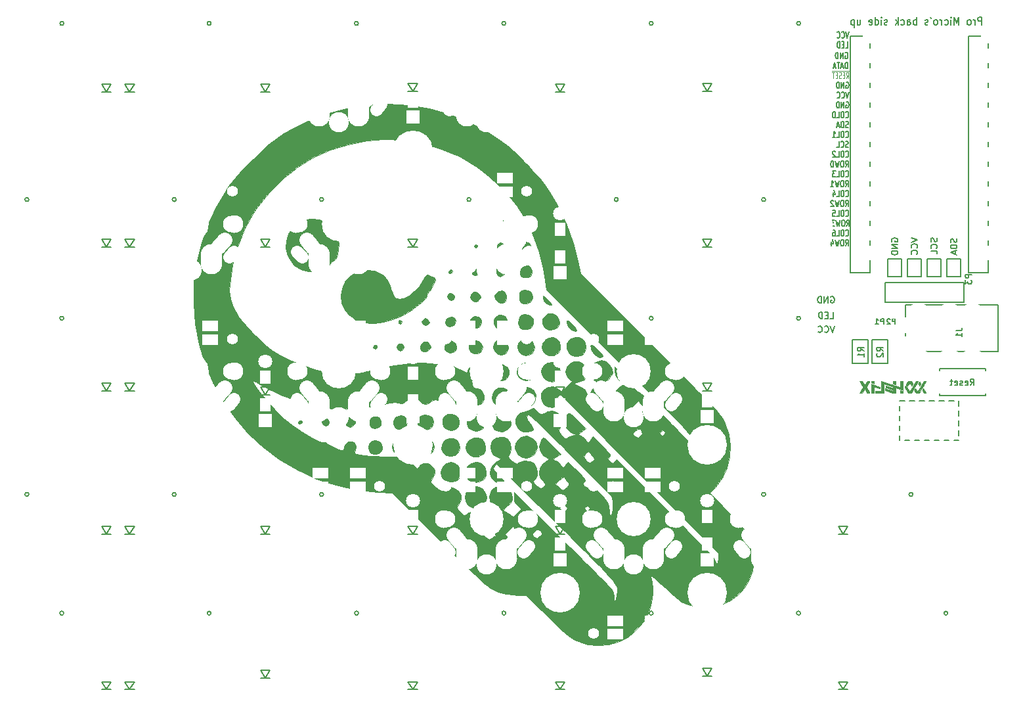
<source format=gbr>
G04 #@! TF.FileFunction,Legend,Bot*
%FSLAX46Y46*%
G04 Gerber Fmt 4.6, Leading zero omitted, Abs format (unit mm)*
G04 Created by KiCad (PCBNEW 4.0.1-stable) date 2018/01/08 13:19:11*
%MOMM*%
G01*
G04 APERTURE LIST*
%ADD10C,0.100000*%
%ADD11C,0.150000*%
%ADD12C,0.125000*%
%ADD13C,0.010000*%
%ADD14C,5.100400*%
%ADD15R,1.797000X1.797000*%
%ADD16C,1.797000*%
%ADD17R,2.000000X1.400000*%
%ADD18C,2.600000*%
%ADD19C,1.924000*%
%ADD20R,1.543000X1.035000*%
%ADD21R,1.350000X1.700000*%
%ADD22C,2.400000*%
%ADD23C,1.600000*%
%ADD24O,2.900000X2.100000*%
%ADD25R,1.924000X1.924000*%
%ADD26C,1.650000*%
%ADD27C,4.400000*%
%ADD28C,2.300000*%
%ADD29C,2.800000*%
%ADD30C,1.950000*%
%ADD31C,2.100000*%
%ADD32C,1.400000*%
G04 APERTURE END LIST*
D10*
D11*
X209561905Y-85733334D02*
X210133333Y-85733334D01*
X210247619Y-85695238D01*
X210323810Y-85619048D01*
X210361905Y-85504762D01*
X210361905Y-85428572D01*
X210361905Y-86533334D02*
X210361905Y-86076191D01*
X210361905Y-86304762D02*
X209561905Y-86304762D01*
X209676190Y-86228572D01*
X209752381Y-86152381D01*
X209790476Y-86076191D01*
X211561905Y-78509524D02*
X210761905Y-78509524D01*
X210761905Y-78814286D01*
X210800000Y-78890477D01*
X210838095Y-78928572D01*
X210914286Y-78966667D01*
X211028571Y-78966667D01*
X211104762Y-78928572D01*
X211142857Y-78890477D01*
X211180952Y-78814286D01*
X211180952Y-78509524D01*
X210761905Y-79233334D02*
X210761905Y-79728572D01*
X211066667Y-79461905D01*
X211066667Y-79576191D01*
X211104762Y-79652381D01*
X211142857Y-79690477D01*
X211219048Y-79728572D01*
X211409524Y-79728572D01*
X211485714Y-79690477D01*
X211523810Y-79652381D01*
X211561905Y-79576191D01*
X211561905Y-79347619D01*
X211523810Y-79271429D01*
X211485714Y-79233334D01*
X201716666Y-84916667D02*
X201716666Y-84216667D01*
X201450000Y-84216667D01*
X201383333Y-84250000D01*
X201350000Y-84283333D01*
X201316666Y-84350000D01*
X201316666Y-84450000D01*
X201350000Y-84516667D01*
X201383333Y-84550000D01*
X201450000Y-84583333D01*
X201716666Y-84583333D01*
X201050000Y-84283333D02*
X201016666Y-84250000D01*
X200950000Y-84216667D01*
X200783333Y-84216667D01*
X200716666Y-84250000D01*
X200683333Y-84283333D01*
X200650000Y-84350000D01*
X200650000Y-84416667D01*
X200683333Y-84516667D01*
X201083333Y-84916667D01*
X200650000Y-84916667D01*
X200216666Y-84916667D02*
X200216666Y-84216667D01*
X199950000Y-84216667D01*
X199883333Y-84250000D01*
X199850000Y-84283333D01*
X199816666Y-84350000D01*
X199816666Y-84450000D01*
X199850000Y-84516667D01*
X199883333Y-84550000D01*
X199950000Y-84583333D01*
X200216666Y-84583333D01*
X199150000Y-84916667D02*
X199550000Y-84916667D01*
X199350000Y-84916667D02*
X199350000Y-84216667D01*
X199416666Y-84316667D01*
X199483333Y-84383333D01*
X199550000Y-84416667D01*
X195310143Y-74847695D02*
X195510143Y-74460648D01*
X195653000Y-74847695D02*
X195653000Y-74034895D01*
X195424428Y-74034895D01*
X195367286Y-74073600D01*
X195338714Y-74112305D01*
X195310143Y-74189714D01*
X195310143Y-74305829D01*
X195338714Y-74383238D01*
X195367286Y-74421943D01*
X195424428Y-74460648D01*
X195653000Y-74460648D01*
X194938714Y-74034895D02*
X194824428Y-74034895D01*
X194767286Y-74073600D01*
X194710143Y-74151010D01*
X194681571Y-74305829D01*
X194681571Y-74576762D01*
X194710143Y-74731581D01*
X194767286Y-74808990D01*
X194824428Y-74847695D01*
X194938714Y-74847695D01*
X194995857Y-74808990D01*
X195053000Y-74731581D01*
X195081571Y-74576762D01*
X195081571Y-74305829D01*
X195053000Y-74151010D01*
X194995857Y-74073600D01*
X194938714Y-74034895D01*
X194481572Y-74034895D02*
X194338715Y-74847695D01*
X194224429Y-74267124D01*
X194110143Y-74847695D01*
X193967286Y-74034895D01*
X193481572Y-74305829D02*
X193481572Y-74847695D01*
X193624429Y-73996190D02*
X193767286Y-74576762D01*
X193395858Y-74576762D01*
X195337143Y-73500286D02*
X195365714Y-73538990D01*
X195451428Y-73577695D01*
X195508571Y-73577695D01*
X195594286Y-73538990D01*
X195651428Y-73461581D01*
X195680000Y-73384171D01*
X195708571Y-73229352D01*
X195708571Y-73113238D01*
X195680000Y-72958419D01*
X195651428Y-72881010D01*
X195594286Y-72803600D01*
X195508571Y-72764895D01*
X195451428Y-72764895D01*
X195365714Y-72803600D01*
X195337143Y-72842305D01*
X194965714Y-72764895D02*
X194851428Y-72764895D01*
X194794286Y-72803600D01*
X194737143Y-72881010D01*
X194708571Y-73035829D01*
X194708571Y-73306762D01*
X194737143Y-73461581D01*
X194794286Y-73538990D01*
X194851428Y-73577695D01*
X194965714Y-73577695D01*
X195022857Y-73538990D01*
X195080000Y-73461581D01*
X195108571Y-73306762D01*
X195108571Y-73035829D01*
X195080000Y-72881010D01*
X195022857Y-72803600D01*
X194965714Y-72764895D01*
X194165715Y-73577695D02*
X194451429Y-73577695D01*
X194451429Y-72764895D01*
X193708572Y-72764895D02*
X193822858Y-72764895D01*
X193880001Y-72803600D01*
X193908572Y-72842305D01*
X193965715Y-72958419D01*
X193994286Y-73113238D01*
X193994286Y-73422876D01*
X193965715Y-73500286D01*
X193937143Y-73538990D01*
X193880001Y-73577695D01*
X193765715Y-73577695D01*
X193708572Y-73538990D01*
X193680001Y-73500286D01*
X193651429Y-73422876D01*
X193651429Y-73229352D01*
X193680001Y-73151943D01*
X193708572Y-73113238D01*
X193765715Y-73074533D01*
X193880001Y-73074533D01*
X193937143Y-73113238D01*
X193965715Y-73151943D01*
X193994286Y-73229352D01*
X195437143Y-72307695D02*
X195637143Y-71920648D01*
X195780000Y-72307695D02*
X195780000Y-71494895D01*
X195551428Y-71494895D01*
X195494286Y-71533600D01*
X195465714Y-71572305D01*
X195437143Y-71649714D01*
X195437143Y-71765829D01*
X195465714Y-71843238D01*
X195494286Y-71881943D01*
X195551428Y-71920648D01*
X195780000Y-71920648D01*
X195065714Y-71494895D02*
X194951428Y-71494895D01*
X194894286Y-71533600D01*
X194837143Y-71611010D01*
X194808571Y-71765829D01*
X194808571Y-72036762D01*
X194837143Y-72191581D01*
X194894286Y-72268990D01*
X194951428Y-72307695D01*
X195065714Y-72307695D01*
X195122857Y-72268990D01*
X195180000Y-72191581D01*
X195208571Y-72036762D01*
X195208571Y-71765829D01*
X195180000Y-71611010D01*
X195122857Y-71533600D01*
X195065714Y-71494895D01*
X194608572Y-71494895D02*
X194465715Y-72307695D01*
X194351429Y-71727124D01*
X194237143Y-72307695D01*
X194094286Y-71494895D01*
X193922858Y-71494895D02*
X193551429Y-71494895D01*
X193751429Y-71804533D01*
X193665715Y-71804533D01*
X193608572Y-71843238D01*
X193580001Y-71881943D01*
X193551429Y-71959352D01*
X193551429Y-72152876D01*
X193580001Y-72230286D01*
X193608572Y-72268990D01*
X193665715Y-72307695D01*
X193837143Y-72307695D01*
X193894286Y-72268990D01*
X193922858Y-72230286D01*
X195337143Y-70960286D02*
X195365714Y-70998990D01*
X195451428Y-71037695D01*
X195508571Y-71037695D01*
X195594286Y-70998990D01*
X195651428Y-70921581D01*
X195680000Y-70844171D01*
X195708571Y-70689352D01*
X195708571Y-70573238D01*
X195680000Y-70418419D01*
X195651428Y-70341010D01*
X195594286Y-70263600D01*
X195508571Y-70224895D01*
X195451428Y-70224895D01*
X195365714Y-70263600D01*
X195337143Y-70302305D01*
X194965714Y-70224895D02*
X194851428Y-70224895D01*
X194794286Y-70263600D01*
X194737143Y-70341010D01*
X194708571Y-70495829D01*
X194708571Y-70766762D01*
X194737143Y-70921581D01*
X194794286Y-70998990D01*
X194851428Y-71037695D01*
X194965714Y-71037695D01*
X195022857Y-70998990D01*
X195080000Y-70921581D01*
X195108571Y-70766762D01*
X195108571Y-70495829D01*
X195080000Y-70341010D01*
X195022857Y-70263600D01*
X194965714Y-70224895D01*
X194165715Y-71037695D02*
X194451429Y-71037695D01*
X194451429Y-70224895D01*
X193680001Y-70224895D02*
X193965715Y-70224895D01*
X193994286Y-70611943D01*
X193965715Y-70573238D01*
X193908572Y-70534533D01*
X193765715Y-70534533D01*
X193708572Y-70573238D01*
X193680001Y-70611943D01*
X193651429Y-70689352D01*
X193651429Y-70882876D01*
X193680001Y-70960286D01*
X193708572Y-70998990D01*
X193765715Y-71037695D01*
X193908572Y-71037695D01*
X193965715Y-70998990D01*
X193994286Y-70960286D01*
X195310143Y-69767695D02*
X195510143Y-69380648D01*
X195653000Y-69767695D02*
X195653000Y-68954895D01*
X195424428Y-68954895D01*
X195367286Y-68993600D01*
X195338714Y-69032305D01*
X195310143Y-69109714D01*
X195310143Y-69225829D01*
X195338714Y-69303238D01*
X195367286Y-69341943D01*
X195424428Y-69380648D01*
X195653000Y-69380648D01*
X194938714Y-68954895D02*
X194824428Y-68954895D01*
X194767286Y-68993600D01*
X194710143Y-69071010D01*
X194681571Y-69225829D01*
X194681571Y-69496762D01*
X194710143Y-69651581D01*
X194767286Y-69728990D01*
X194824428Y-69767695D01*
X194938714Y-69767695D01*
X194995857Y-69728990D01*
X195053000Y-69651581D01*
X195081571Y-69496762D01*
X195081571Y-69225829D01*
X195053000Y-69071010D01*
X194995857Y-68993600D01*
X194938714Y-68954895D01*
X194481572Y-68954895D02*
X194338715Y-69767695D01*
X194224429Y-69187124D01*
X194110143Y-69767695D01*
X193967286Y-68954895D01*
X193767286Y-69032305D02*
X193738715Y-68993600D01*
X193681572Y-68954895D01*
X193538715Y-68954895D01*
X193481572Y-68993600D01*
X193453001Y-69032305D01*
X193424429Y-69109714D01*
X193424429Y-69187124D01*
X193453001Y-69303238D01*
X193795858Y-69767695D01*
X193424429Y-69767695D01*
X195337143Y-68420286D02*
X195365714Y-68458990D01*
X195451428Y-68497695D01*
X195508571Y-68497695D01*
X195594286Y-68458990D01*
X195651428Y-68381581D01*
X195680000Y-68304171D01*
X195708571Y-68149352D01*
X195708571Y-68033238D01*
X195680000Y-67878419D01*
X195651428Y-67801010D01*
X195594286Y-67723600D01*
X195508571Y-67684895D01*
X195451428Y-67684895D01*
X195365714Y-67723600D01*
X195337143Y-67762305D01*
X194965714Y-67684895D02*
X194851428Y-67684895D01*
X194794286Y-67723600D01*
X194737143Y-67801010D01*
X194708571Y-67955829D01*
X194708571Y-68226762D01*
X194737143Y-68381581D01*
X194794286Y-68458990D01*
X194851428Y-68497695D01*
X194965714Y-68497695D01*
X195022857Y-68458990D01*
X195080000Y-68381581D01*
X195108571Y-68226762D01*
X195108571Y-67955829D01*
X195080000Y-67801010D01*
X195022857Y-67723600D01*
X194965714Y-67684895D01*
X194165715Y-68497695D02*
X194451429Y-68497695D01*
X194451429Y-67684895D01*
X193708572Y-67955829D02*
X193708572Y-68497695D01*
X193851429Y-67646190D02*
X193994286Y-68226762D01*
X193622858Y-68226762D01*
X195310143Y-67227695D02*
X195510143Y-66840648D01*
X195653000Y-67227695D02*
X195653000Y-66414895D01*
X195424428Y-66414895D01*
X195367286Y-66453600D01*
X195338714Y-66492305D01*
X195310143Y-66569714D01*
X195310143Y-66685829D01*
X195338714Y-66763238D01*
X195367286Y-66801943D01*
X195424428Y-66840648D01*
X195653000Y-66840648D01*
X194938714Y-66414895D02*
X194824428Y-66414895D01*
X194767286Y-66453600D01*
X194710143Y-66531010D01*
X194681571Y-66685829D01*
X194681571Y-66956762D01*
X194710143Y-67111581D01*
X194767286Y-67188990D01*
X194824428Y-67227695D01*
X194938714Y-67227695D01*
X194995857Y-67188990D01*
X195053000Y-67111581D01*
X195081571Y-66956762D01*
X195081571Y-66685829D01*
X195053000Y-66531010D01*
X194995857Y-66453600D01*
X194938714Y-66414895D01*
X194481572Y-66414895D02*
X194338715Y-67227695D01*
X194224429Y-66647124D01*
X194110143Y-67227695D01*
X193967286Y-66414895D01*
X193424429Y-67227695D02*
X193767286Y-67227695D01*
X193595858Y-67227695D02*
X193595858Y-66414895D01*
X193653001Y-66531010D01*
X193710143Y-66608419D01*
X193767286Y-66647124D01*
X195337143Y-65880286D02*
X195365714Y-65918990D01*
X195451428Y-65957695D01*
X195508571Y-65957695D01*
X195594286Y-65918990D01*
X195651428Y-65841581D01*
X195680000Y-65764171D01*
X195708571Y-65609352D01*
X195708571Y-65493238D01*
X195680000Y-65338419D01*
X195651428Y-65261010D01*
X195594286Y-65183600D01*
X195508571Y-65144895D01*
X195451428Y-65144895D01*
X195365714Y-65183600D01*
X195337143Y-65222305D01*
X194965714Y-65144895D02*
X194851428Y-65144895D01*
X194794286Y-65183600D01*
X194737143Y-65261010D01*
X194708571Y-65415829D01*
X194708571Y-65686762D01*
X194737143Y-65841581D01*
X194794286Y-65918990D01*
X194851428Y-65957695D01*
X194965714Y-65957695D01*
X195022857Y-65918990D01*
X195080000Y-65841581D01*
X195108571Y-65686762D01*
X195108571Y-65415829D01*
X195080000Y-65261010D01*
X195022857Y-65183600D01*
X194965714Y-65144895D01*
X194165715Y-65957695D02*
X194451429Y-65957695D01*
X194451429Y-65144895D01*
X194022858Y-65144895D02*
X193651429Y-65144895D01*
X193851429Y-65454533D01*
X193765715Y-65454533D01*
X193708572Y-65493238D01*
X193680001Y-65531943D01*
X193651429Y-65609352D01*
X193651429Y-65802876D01*
X193680001Y-65880286D01*
X193708572Y-65918990D01*
X193765715Y-65957695D01*
X193937143Y-65957695D01*
X193994286Y-65918990D01*
X194022858Y-65880286D01*
X195310143Y-64687695D02*
X195510143Y-64300648D01*
X195653000Y-64687695D02*
X195653000Y-63874895D01*
X195424428Y-63874895D01*
X195367286Y-63913600D01*
X195338714Y-63952305D01*
X195310143Y-64029714D01*
X195310143Y-64145829D01*
X195338714Y-64223238D01*
X195367286Y-64261943D01*
X195424428Y-64300648D01*
X195653000Y-64300648D01*
X194938714Y-63874895D02*
X194824428Y-63874895D01*
X194767286Y-63913600D01*
X194710143Y-63991010D01*
X194681571Y-64145829D01*
X194681571Y-64416762D01*
X194710143Y-64571581D01*
X194767286Y-64648990D01*
X194824428Y-64687695D01*
X194938714Y-64687695D01*
X194995857Y-64648990D01*
X195053000Y-64571581D01*
X195081571Y-64416762D01*
X195081571Y-64145829D01*
X195053000Y-63991010D01*
X194995857Y-63913600D01*
X194938714Y-63874895D01*
X194481572Y-63874895D02*
X194338715Y-64687695D01*
X194224429Y-64107124D01*
X194110143Y-64687695D01*
X193967286Y-63874895D01*
X193624429Y-63874895D02*
X193567286Y-63874895D01*
X193510143Y-63913600D01*
X193481572Y-63952305D01*
X193453001Y-64029714D01*
X193424429Y-64184533D01*
X193424429Y-64378057D01*
X193453001Y-64532876D01*
X193481572Y-64610286D01*
X193510143Y-64648990D01*
X193567286Y-64687695D01*
X193624429Y-64687695D01*
X193681572Y-64648990D01*
X193710143Y-64610286D01*
X193738715Y-64532876D01*
X193767286Y-64378057D01*
X193767286Y-64184533D01*
X193738715Y-64029714D01*
X193710143Y-63952305D01*
X193681572Y-63913600D01*
X193624429Y-63874895D01*
X195337143Y-63340286D02*
X195365714Y-63378990D01*
X195451428Y-63417695D01*
X195508571Y-63417695D01*
X195594286Y-63378990D01*
X195651428Y-63301581D01*
X195680000Y-63224171D01*
X195708571Y-63069352D01*
X195708571Y-62953238D01*
X195680000Y-62798419D01*
X195651428Y-62721010D01*
X195594286Y-62643600D01*
X195508571Y-62604895D01*
X195451428Y-62604895D01*
X195365714Y-62643600D01*
X195337143Y-62682305D01*
X194965714Y-62604895D02*
X194851428Y-62604895D01*
X194794286Y-62643600D01*
X194737143Y-62721010D01*
X194708571Y-62875829D01*
X194708571Y-63146762D01*
X194737143Y-63301581D01*
X194794286Y-63378990D01*
X194851428Y-63417695D01*
X194965714Y-63417695D01*
X195022857Y-63378990D01*
X195080000Y-63301581D01*
X195108571Y-63146762D01*
X195108571Y-62875829D01*
X195080000Y-62721010D01*
X195022857Y-62643600D01*
X194965714Y-62604895D01*
X194165715Y-63417695D02*
X194451429Y-63417695D01*
X194451429Y-62604895D01*
X193994286Y-62682305D02*
X193965715Y-62643600D01*
X193908572Y-62604895D01*
X193765715Y-62604895D01*
X193708572Y-62643600D01*
X193680001Y-62682305D01*
X193651429Y-62759714D01*
X193651429Y-62837124D01*
X193680001Y-62953238D01*
X194022858Y-63417695D01*
X193651429Y-63417695D01*
X195648285Y-62108990D02*
X195562571Y-62147695D01*
X195419714Y-62147695D01*
X195362571Y-62108990D01*
X195334000Y-62070286D01*
X195305428Y-61992876D01*
X195305428Y-61915467D01*
X195334000Y-61838057D01*
X195362571Y-61799352D01*
X195419714Y-61760648D01*
X195534000Y-61721943D01*
X195591142Y-61683238D01*
X195619714Y-61644533D01*
X195648285Y-61567124D01*
X195648285Y-61489714D01*
X195619714Y-61412305D01*
X195591142Y-61373600D01*
X195534000Y-61334895D01*
X195391142Y-61334895D01*
X195305428Y-61373600D01*
X194705428Y-62070286D02*
X194733999Y-62108990D01*
X194819713Y-62147695D01*
X194876856Y-62147695D01*
X194962571Y-62108990D01*
X195019713Y-62031581D01*
X195048285Y-61954171D01*
X195076856Y-61799352D01*
X195076856Y-61683238D01*
X195048285Y-61528419D01*
X195019713Y-61451010D01*
X194962571Y-61373600D01*
X194876856Y-61334895D01*
X194819713Y-61334895D01*
X194733999Y-61373600D01*
X194705428Y-61412305D01*
X194162571Y-62147695D02*
X194448285Y-62147695D01*
X194448285Y-61334895D01*
X195337143Y-60800286D02*
X195365714Y-60838990D01*
X195451428Y-60877695D01*
X195508571Y-60877695D01*
X195594286Y-60838990D01*
X195651428Y-60761581D01*
X195680000Y-60684171D01*
X195708571Y-60529352D01*
X195708571Y-60413238D01*
X195680000Y-60258419D01*
X195651428Y-60181010D01*
X195594286Y-60103600D01*
X195508571Y-60064895D01*
X195451428Y-60064895D01*
X195365714Y-60103600D01*
X195337143Y-60142305D01*
X194965714Y-60064895D02*
X194851428Y-60064895D01*
X194794286Y-60103600D01*
X194737143Y-60181010D01*
X194708571Y-60335829D01*
X194708571Y-60606762D01*
X194737143Y-60761581D01*
X194794286Y-60838990D01*
X194851428Y-60877695D01*
X194965714Y-60877695D01*
X195022857Y-60838990D01*
X195080000Y-60761581D01*
X195108571Y-60606762D01*
X195108571Y-60335829D01*
X195080000Y-60181010D01*
X195022857Y-60103600D01*
X194965714Y-60064895D01*
X194165715Y-60877695D02*
X194451429Y-60877695D01*
X194451429Y-60064895D01*
X193651429Y-60877695D02*
X193994286Y-60877695D01*
X193822858Y-60877695D02*
X193822858Y-60064895D01*
X193880001Y-60181010D01*
X193937143Y-60258419D01*
X193994286Y-60297124D01*
X195662571Y-59568990D02*
X195576857Y-59607695D01*
X195434000Y-59607695D01*
X195376857Y-59568990D01*
X195348286Y-59530286D01*
X195319714Y-59452876D01*
X195319714Y-59375467D01*
X195348286Y-59298057D01*
X195376857Y-59259352D01*
X195434000Y-59220648D01*
X195548286Y-59181943D01*
X195605428Y-59143238D01*
X195634000Y-59104533D01*
X195662571Y-59027124D01*
X195662571Y-58949714D01*
X195634000Y-58872305D01*
X195605428Y-58833600D01*
X195548286Y-58794895D01*
X195405428Y-58794895D01*
X195319714Y-58833600D01*
X195062571Y-59607695D02*
X195062571Y-58794895D01*
X194919714Y-58794895D01*
X194833999Y-58833600D01*
X194776857Y-58911010D01*
X194748285Y-58988419D01*
X194719714Y-59143238D01*
X194719714Y-59259352D01*
X194748285Y-59414171D01*
X194776857Y-59491581D01*
X194833999Y-59568990D01*
X194919714Y-59607695D01*
X195062571Y-59607695D01*
X194491142Y-59375467D02*
X194205428Y-59375467D01*
X194548285Y-59607695D02*
X194348285Y-58794895D01*
X194148285Y-59607695D01*
X195337143Y-58260286D02*
X195365714Y-58298990D01*
X195451428Y-58337695D01*
X195508571Y-58337695D01*
X195594286Y-58298990D01*
X195651428Y-58221581D01*
X195680000Y-58144171D01*
X195708571Y-57989352D01*
X195708571Y-57873238D01*
X195680000Y-57718419D01*
X195651428Y-57641010D01*
X195594286Y-57563600D01*
X195508571Y-57524895D01*
X195451428Y-57524895D01*
X195365714Y-57563600D01*
X195337143Y-57602305D01*
X194965714Y-57524895D02*
X194851428Y-57524895D01*
X194794286Y-57563600D01*
X194737143Y-57641010D01*
X194708571Y-57795829D01*
X194708571Y-58066762D01*
X194737143Y-58221581D01*
X194794286Y-58298990D01*
X194851428Y-58337695D01*
X194965714Y-58337695D01*
X195022857Y-58298990D01*
X195080000Y-58221581D01*
X195108571Y-58066762D01*
X195108571Y-57795829D01*
X195080000Y-57641010D01*
X195022857Y-57563600D01*
X194965714Y-57524895D01*
X194165715Y-58337695D02*
X194451429Y-58337695D01*
X194451429Y-57524895D01*
X193851429Y-57524895D02*
X193794286Y-57524895D01*
X193737143Y-57563600D01*
X193708572Y-57602305D01*
X193680001Y-57679714D01*
X193651429Y-57834533D01*
X193651429Y-58028057D01*
X193680001Y-58182876D01*
X193708572Y-58260286D01*
X193737143Y-58298990D01*
X193794286Y-58337695D01*
X193851429Y-58337695D01*
X193908572Y-58298990D01*
X193937143Y-58260286D01*
X193965715Y-58182876D01*
X193994286Y-58028057D01*
X193994286Y-57834533D01*
X193965715Y-57679714D01*
X193937143Y-57602305D01*
X193908572Y-57563600D01*
X193851429Y-57524895D01*
X195391142Y-56293600D02*
X195448285Y-56254895D01*
X195533999Y-56254895D01*
X195619714Y-56293600D01*
X195676856Y-56371010D01*
X195705428Y-56448419D01*
X195733999Y-56603238D01*
X195733999Y-56719352D01*
X195705428Y-56874171D01*
X195676856Y-56951581D01*
X195619714Y-57028990D01*
X195533999Y-57067695D01*
X195476856Y-57067695D01*
X195391142Y-57028990D01*
X195362571Y-56990286D01*
X195362571Y-56719352D01*
X195476856Y-56719352D01*
X195105428Y-57067695D02*
X195105428Y-56254895D01*
X194762571Y-57067695D01*
X194762571Y-56254895D01*
X194476857Y-57067695D02*
X194476857Y-56254895D01*
X194334000Y-56254895D01*
X194248285Y-56293600D01*
X194191143Y-56371010D01*
X194162571Y-56448419D01*
X194134000Y-56603238D01*
X194134000Y-56719352D01*
X194162571Y-56874171D01*
X194191143Y-56951581D01*
X194248285Y-57028990D01*
X194334000Y-57067695D01*
X194476857Y-57067695D01*
X195734000Y-54984895D02*
X195534000Y-55797695D01*
X195334000Y-54984895D01*
X194791143Y-55720286D02*
X194819714Y-55758990D01*
X194905428Y-55797695D01*
X194962571Y-55797695D01*
X195048286Y-55758990D01*
X195105428Y-55681581D01*
X195134000Y-55604171D01*
X195162571Y-55449352D01*
X195162571Y-55333238D01*
X195134000Y-55178419D01*
X195105428Y-55101010D01*
X195048286Y-55023600D01*
X194962571Y-54984895D01*
X194905428Y-54984895D01*
X194819714Y-55023600D01*
X194791143Y-55062305D01*
X194191143Y-55720286D02*
X194219714Y-55758990D01*
X194305428Y-55797695D01*
X194362571Y-55797695D01*
X194448286Y-55758990D01*
X194505428Y-55681581D01*
X194534000Y-55604171D01*
X194562571Y-55449352D01*
X194562571Y-55333238D01*
X194534000Y-55178419D01*
X194505428Y-55101010D01*
X194448286Y-55023600D01*
X194362571Y-54984895D01*
X194305428Y-54984895D01*
X194219714Y-55023600D01*
X194191143Y-55062305D01*
X195391142Y-53753600D02*
X195448285Y-53714895D01*
X195533999Y-53714895D01*
X195619714Y-53753600D01*
X195676856Y-53831010D01*
X195705428Y-53908419D01*
X195733999Y-54063238D01*
X195733999Y-54179352D01*
X195705428Y-54334171D01*
X195676856Y-54411581D01*
X195619714Y-54488990D01*
X195533999Y-54527695D01*
X195476856Y-54527695D01*
X195391142Y-54488990D01*
X195362571Y-54450286D01*
X195362571Y-54179352D01*
X195476856Y-54179352D01*
X195105428Y-54527695D02*
X195105428Y-53714895D01*
X194762571Y-54527695D01*
X194762571Y-53714895D01*
X194476857Y-54527695D02*
X194476857Y-53714895D01*
X194334000Y-53714895D01*
X194248285Y-53753600D01*
X194191143Y-53831010D01*
X194162571Y-53908419D01*
X194134000Y-54063238D01*
X194134000Y-54179352D01*
X194162571Y-54334171D01*
X194191143Y-54411581D01*
X194248285Y-54488990D01*
X194334000Y-54527695D01*
X194476857Y-54527695D01*
D12*
X195406190Y-53257695D02*
X195572857Y-52870648D01*
X195691904Y-53257695D02*
X195691904Y-52444895D01*
X195501428Y-52444895D01*
X195453809Y-52483600D01*
X195430000Y-52522305D01*
X195406190Y-52599714D01*
X195406190Y-52715829D01*
X195430000Y-52793238D01*
X195453809Y-52831943D01*
X195501428Y-52870648D01*
X195691904Y-52870648D01*
X195191904Y-52831943D02*
X195025238Y-52831943D01*
X194953809Y-53257695D02*
X195191904Y-53257695D01*
X195191904Y-52444895D01*
X194953809Y-52444895D01*
X194763333Y-53218990D02*
X194691904Y-53257695D01*
X194572857Y-53257695D01*
X194525238Y-53218990D01*
X194501428Y-53180286D01*
X194477619Y-53102876D01*
X194477619Y-53025467D01*
X194501428Y-52948057D01*
X194525238Y-52909352D01*
X194572857Y-52870648D01*
X194668095Y-52831943D01*
X194715714Y-52793238D01*
X194739523Y-52754533D01*
X194763333Y-52677124D01*
X194763333Y-52599714D01*
X194739523Y-52522305D01*
X194715714Y-52483600D01*
X194668095Y-52444895D01*
X194549047Y-52444895D01*
X194477619Y-52483600D01*
X194263333Y-52831943D02*
X194096667Y-52831943D01*
X194025238Y-53257695D02*
X194263333Y-53257695D01*
X194263333Y-52444895D01*
X194025238Y-52444895D01*
X193882381Y-52444895D02*
X193596667Y-52444895D01*
X193739524Y-53257695D02*
X193739524Y-52444895D01*
X195810952Y-52304784D02*
X193549048Y-52304784D01*
D11*
X195580000Y-51987695D02*
X195580000Y-51174895D01*
X195437143Y-51174895D01*
X195351428Y-51213600D01*
X195294286Y-51291010D01*
X195265714Y-51368419D01*
X195237143Y-51523238D01*
X195237143Y-51639352D01*
X195265714Y-51794171D01*
X195294286Y-51871581D01*
X195351428Y-51948990D01*
X195437143Y-51987695D01*
X195580000Y-51987695D01*
X195008571Y-51755467D02*
X194722857Y-51755467D01*
X195065714Y-51987695D02*
X194865714Y-51174895D01*
X194665714Y-51987695D01*
X194551428Y-51174895D02*
X194208571Y-51174895D01*
X194380000Y-51987695D02*
X194380000Y-51174895D01*
X194037142Y-51755467D02*
X193751428Y-51755467D01*
X194094285Y-51987695D02*
X193894285Y-51174895D01*
X193694285Y-51987695D01*
X195264142Y-49943600D02*
X195321285Y-49904895D01*
X195406999Y-49904895D01*
X195492714Y-49943600D01*
X195549856Y-50021010D01*
X195578428Y-50098419D01*
X195606999Y-50253238D01*
X195606999Y-50369352D01*
X195578428Y-50524171D01*
X195549856Y-50601581D01*
X195492714Y-50678990D01*
X195406999Y-50717695D01*
X195349856Y-50717695D01*
X195264142Y-50678990D01*
X195235571Y-50640286D01*
X195235571Y-50369352D01*
X195349856Y-50369352D01*
X194978428Y-50717695D02*
X194978428Y-49904895D01*
X194635571Y-50717695D01*
X194635571Y-49904895D01*
X194349857Y-50717695D02*
X194349857Y-49904895D01*
X194207000Y-49904895D01*
X194121285Y-49943600D01*
X194064143Y-50021010D01*
X194035571Y-50098419D01*
X194007000Y-50253238D01*
X194007000Y-50369352D01*
X194035571Y-50524171D01*
X194064143Y-50601581D01*
X194121285Y-50678990D01*
X194207000Y-50717695D01*
X194349857Y-50717695D01*
X195319714Y-49320695D02*
X195605428Y-49320695D01*
X195605428Y-48507895D01*
X195119714Y-48894943D02*
X194919714Y-48894943D01*
X194834000Y-49320695D02*
X195119714Y-49320695D01*
X195119714Y-48507895D01*
X194834000Y-48507895D01*
X194576857Y-49320695D02*
X194576857Y-48507895D01*
X194434000Y-48507895D01*
X194348285Y-48546600D01*
X194291143Y-48624010D01*
X194262571Y-48701419D01*
X194234000Y-48856238D01*
X194234000Y-48972352D01*
X194262571Y-49127171D01*
X194291143Y-49204581D01*
X194348285Y-49281990D01*
X194434000Y-49320695D01*
X194576857Y-49320695D01*
X195734000Y-47237895D02*
X195534000Y-48050695D01*
X195334000Y-47237895D01*
X194791143Y-47973286D02*
X194819714Y-48011990D01*
X194905428Y-48050695D01*
X194962571Y-48050695D01*
X195048286Y-48011990D01*
X195105428Y-47934581D01*
X195134000Y-47857171D01*
X195162571Y-47702352D01*
X195162571Y-47586238D01*
X195134000Y-47431419D01*
X195105428Y-47354010D01*
X195048286Y-47276600D01*
X194962571Y-47237895D01*
X194905428Y-47237895D01*
X194819714Y-47276600D01*
X194791143Y-47315305D01*
X194191143Y-47973286D02*
X194219714Y-48011990D01*
X194305428Y-48050695D01*
X194362571Y-48050695D01*
X194448286Y-48011990D01*
X194505428Y-47934581D01*
X194534000Y-47857171D01*
X194562571Y-47702352D01*
X194562571Y-47586238D01*
X194534000Y-47431419D01*
X194505428Y-47354010D01*
X194448286Y-47276600D01*
X194362571Y-47237895D01*
X194305428Y-47237895D01*
X194219714Y-47276600D01*
X194191143Y-47315305D01*
X200167695Y-88364534D02*
X199780648Y-88093601D01*
X200167695Y-87900077D02*
X199354895Y-87900077D01*
X199354895Y-88209715D01*
X199393600Y-88287124D01*
X199432305Y-88325829D01*
X199509714Y-88364534D01*
X199625829Y-88364534D01*
X199703238Y-88325829D01*
X199741943Y-88287124D01*
X199780648Y-88209715D01*
X199780648Y-87900077D01*
X199432305Y-88674172D02*
X199393600Y-88712877D01*
X199354895Y-88790286D01*
X199354895Y-88983810D01*
X199393600Y-89061220D01*
X199432305Y-89099924D01*
X199509714Y-89138629D01*
X199587124Y-89138629D01*
X199703238Y-89099924D01*
X200167695Y-88635467D01*
X200167695Y-89138629D01*
X197667695Y-88364534D02*
X197280648Y-88093601D01*
X197667695Y-87900077D02*
X196854895Y-87900077D01*
X196854895Y-88209715D01*
X196893600Y-88287124D01*
X196932305Y-88325829D01*
X197009714Y-88364534D01*
X197125829Y-88364534D01*
X197203238Y-88325829D01*
X197241943Y-88287124D01*
X197280648Y-88209715D01*
X197280648Y-87900077D01*
X197667695Y-89138629D02*
X197667695Y-88674172D01*
X197667695Y-88906401D02*
X196854895Y-88906401D01*
X196971010Y-88828991D01*
X197048419Y-88751582D01*
X197087124Y-88674172D01*
X211406324Y-92767695D02*
X211677257Y-92380648D01*
X211870781Y-92767695D02*
X211870781Y-91954895D01*
X211561143Y-91954895D01*
X211483734Y-91993600D01*
X211445029Y-92032305D01*
X211406324Y-92109714D01*
X211406324Y-92225829D01*
X211445029Y-92303238D01*
X211483734Y-92341943D01*
X211561143Y-92380648D01*
X211870781Y-92380648D01*
X210748343Y-92728990D02*
X210825753Y-92767695D01*
X210980572Y-92767695D01*
X211057981Y-92728990D01*
X211096686Y-92651581D01*
X211096686Y-92341943D01*
X211057981Y-92264533D01*
X210980572Y-92225829D01*
X210825753Y-92225829D01*
X210748343Y-92264533D01*
X210709638Y-92341943D01*
X210709638Y-92419352D01*
X211096686Y-92496762D01*
X210400000Y-92728990D02*
X210322590Y-92767695D01*
X210167771Y-92767695D01*
X210090362Y-92728990D01*
X210051657Y-92651581D01*
X210051657Y-92612876D01*
X210090362Y-92535467D01*
X210167771Y-92496762D01*
X210283886Y-92496762D01*
X210361295Y-92458057D01*
X210400000Y-92380648D01*
X210400000Y-92341943D01*
X210361295Y-92264533D01*
X210283886Y-92225829D01*
X210167771Y-92225829D01*
X210090362Y-92264533D01*
X209393676Y-92728990D02*
X209471086Y-92767695D01*
X209625905Y-92767695D01*
X209703314Y-92728990D01*
X209742019Y-92651581D01*
X209742019Y-92341943D01*
X209703314Y-92264533D01*
X209625905Y-92225829D01*
X209471086Y-92225829D01*
X209393676Y-92264533D01*
X209354971Y-92341943D01*
X209354971Y-92419352D01*
X209742019Y-92496762D01*
X209122742Y-92225829D02*
X208813104Y-92225829D01*
X209006628Y-91954895D02*
X209006628Y-92651581D01*
X208967923Y-92728990D01*
X208890514Y-92767695D01*
X208813104Y-92767695D01*
X193419276Y-81393600D02*
X193496685Y-81354895D01*
X193612800Y-81354895D01*
X193728914Y-81393600D01*
X193806323Y-81471010D01*
X193845028Y-81548419D01*
X193883733Y-81703238D01*
X193883733Y-81819352D01*
X193845028Y-81974171D01*
X193806323Y-82051581D01*
X193728914Y-82128990D01*
X193612800Y-82167695D01*
X193535390Y-82167695D01*
X193419276Y-82128990D01*
X193380571Y-82090286D01*
X193380571Y-81819352D01*
X193535390Y-81819352D01*
X193032228Y-82167695D02*
X193032228Y-81354895D01*
X192567771Y-82167695D01*
X192567771Y-81354895D01*
X192180723Y-82167695D02*
X192180723Y-81354895D01*
X191987199Y-81354895D01*
X191871085Y-81393600D01*
X191793676Y-81471010D01*
X191754971Y-81548419D01*
X191716266Y-81703238D01*
X191716266Y-81819352D01*
X191754971Y-81974171D01*
X191793676Y-82051581D01*
X191871085Y-82128990D01*
X191987199Y-82167695D01*
X192180723Y-82167695D01*
X193322514Y-84167695D02*
X193709561Y-84167695D01*
X193709561Y-83354895D01*
X193051580Y-83741943D02*
X192780647Y-83741943D01*
X192664533Y-84167695D02*
X193051580Y-84167695D01*
X193051580Y-83354895D01*
X192664533Y-83354895D01*
X192316190Y-84167695D02*
X192316190Y-83354895D01*
X192122666Y-83354895D01*
X192006552Y-83393600D01*
X191929143Y-83471010D01*
X191890438Y-83548419D01*
X191851733Y-83703238D01*
X191851733Y-83819352D01*
X191890438Y-83974171D01*
X191929143Y-84051581D01*
X192006552Y-84128990D01*
X192122666Y-84167695D01*
X192316190Y-84167695D01*
X193883733Y-85154895D02*
X193612800Y-85967695D01*
X193341867Y-85154895D01*
X192606476Y-85890286D02*
X192645181Y-85928990D01*
X192761295Y-85967695D01*
X192838705Y-85967695D01*
X192954819Y-85928990D01*
X193032228Y-85851581D01*
X193070933Y-85774171D01*
X193109638Y-85619352D01*
X193109638Y-85503238D01*
X193070933Y-85348419D01*
X193032228Y-85271010D01*
X192954819Y-85193600D01*
X192838705Y-85154895D01*
X192761295Y-85154895D01*
X192645181Y-85193600D01*
X192606476Y-85232305D01*
X191793676Y-85890286D02*
X191832381Y-85928990D01*
X191948495Y-85967695D01*
X192025905Y-85967695D01*
X192142019Y-85928990D01*
X192219428Y-85851581D01*
X192258133Y-85774171D01*
X192296838Y-85619352D01*
X192296838Y-85503238D01*
X192258133Y-85348419D01*
X192219428Y-85271010D01*
X192142019Y-85193600D01*
X192025905Y-85154895D01*
X191948495Y-85154895D01*
X191832381Y-85193600D01*
X191793676Y-85232305D01*
X212880428Y-46357381D02*
X212880428Y-45357381D01*
X212537571Y-45357381D01*
X212451857Y-45405000D01*
X212409000Y-45452619D01*
X212366143Y-45547857D01*
X212366143Y-45690714D01*
X212409000Y-45785952D01*
X212451857Y-45833571D01*
X212537571Y-45881190D01*
X212880428Y-45881190D01*
X211980428Y-46357381D02*
X211980428Y-45690714D01*
X211980428Y-45881190D02*
X211937571Y-45785952D01*
X211894714Y-45738333D01*
X211809000Y-45690714D01*
X211723285Y-45690714D01*
X211294714Y-46357381D02*
X211380428Y-46309762D01*
X211423285Y-46262143D01*
X211466142Y-46166905D01*
X211466142Y-45881190D01*
X211423285Y-45785952D01*
X211380428Y-45738333D01*
X211294714Y-45690714D01*
X211166142Y-45690714D01*
X211080428Y-45738333D01*
X211037571Y-45785952D01*
X210994714Y-45881190D01*
X210994714Y-46166905D01*
X211037571Y-46262143D01*
X211080428Y-46309762D01*
X211166142Y-46357381D01*
X211294714Y-46357381D01*
X209923285Y-46357381D02*
X209923285Y-45357381D01*
X209623285Y-46071667D01*
X209323285Y-45357381D01*
X209323285Y-46357381D01*
X208894714Y-46357381D02*
X208894714Y-45690714D01*
X208894714Y-45357381D02*
X208937571Y-45405000D01*
X208894714Y-45452619D01*
X208851857Y-45405000D01*
X208894714Y-45357381D01*
X208894714Y-45452619D01*
X208080429Y-46309762D02*
X208166143Y-46357381D01*
X208337572Y-46357381D01*
X208423286Y-46309762D01*
X208466143Y-46262143D01*
X208509000Y-46166905D01*
X208509000Y-45881190D01*
X208466143Y-45785952D01*
X208423286Y-45738333D01*
X208337572Y-45690714D01*
X208166143Y-45690714D01*
X208080429Y-45738333D01*
X207694714Y-46357381D02*
X207694714Y-45690714D01*
X207694714Y-45881190D02*
X207651857Y-45785952D01*
X207609000Y-45738333D01*
X207523286Y-45690714D01*
X207437571Y-45690714D01*
X207009000Y-46357381D02*
X207094714Y-46309762D01*
X207137571Y-46262143D01*
X207180428Y-46166905D01*
X207180428Y-45881190D01*
X207137571Y-45785952D01*
X207094714Y-45738333D01*
X207009000Y-45690714D01*
X206880428Y-45690714D01*
X206794714Y-45738333D01*
X206751857Y-45785952D01*
X206709000Y-45881190D01*
X206709000Y-46166905D01*
X206751857Y-46262143D01*
X206794714Y-46309762D01*
X206880428Y-46357381D01*
X207009000Y-46357381D01*
X206280428Y-45357381D02*
X206366142Y-45547857D01*
X205937571Y-46309762D02*
X205851857Y-46357381D01*
X205680429Y-46357381D01*
X205594714Y-46309762D01*
X205551857Y-46214524D01*
X205551857Y-46166905D01*
X205594714Y-46071667D01*
X205680429Y-46024048D01*
X205809000Y-46024048D01*
X205894714Y-45976429D01*
X205937571Y-45881190D01*
X205937571Y-45833571D01*
X205894714Y-45738333D01*
X205809000Y-45690714D01*
X205680429Y-45690714D01*
X205594714Y-45738333D01*
X204480429Y-46357381D02*
X204480429Y-45357381D01*
X204480429Y-45738333D02*
X204394715Y-45690714D01*
X204223286Y-45690714D01*
X204137572Y-45738333D01*
X204094715Y-45785952D01*
X204051858Y-45881190D01*
X204051858Y-46166905D01*
X204094715Y-46262143D01*
X204137572Y-46309762D01*
X204223286Y-46357381D01*
X204394715Y-46357381D01*
X204480429Y-46309762D01*
X203280429Y-46357381D02*
X203280429Y-45833571D01*
X203323286Y-45738333D01*
X203409000Y-45690714D01*
X203580429Y-45690714D01*
X203666143Y-45738333D01*
X203280429Y-46309762D02*
X203366143Y-46357381D01*
X203580429Y-46357381D01*
X203666143Y-46309762D01*
X203709000Y-46214524D01*
X203709000Y-46119286D01*
X203666143Y-46024048D01*
X203580429Y-45976429D01*
X203366143Y-45976429D01*
X203280429Y-45928810D01*
X202466143Y-46309762D02*
X202551857Y-46357381D01*
X202723286Y-46357381D01*
X202809000Y-46309762D01*
X202851857Y-46262143D01*
X202894714Y-46166905D01*
X202894714Y-45881190D01*
X202851857Y-45785952D01*
X202809000Y-45738333D01*
X202723286Y-45690714D01*
X202551857Y-45690714D01*
X202466143Y-45738333D01*
X202080428Y-46357381D02*
X202080428Y-45357381D01*
X201994714Y-45976429D02*
X201737571Y-46357381D01*
X201737571Y-45690714D02*
X202080428Y-46071667D01*
X200709000Y-46309762D02*
X200623286Y-46357381D01*
X200451858Y-46357381D01*
X200366143Y-46309762D01*
X200323286Y-46214524D01*
X200323286Y-46166905D01*
X200366143Y-46071667D01*
X200451858Y-46024048D01*
X200580429Y-46024048D01*
X200666143Y-45976429D01*
X200709000Y-45881190D01*
X200709000Y-45833571D01*
X200666143Y-45738333D01*
X200580429Y-45690714D01*
X200451858Y-45690714D01*
X200366143Y-45738333D01*
X199937572Y-46357381D02*
X199937572Y-45690714D01*
X199937572Y-45357381D02*
X199980429Y-45405000D01*
X199937572Y-45452619D01*
X199894715Y-45405000D01*
X199937572Y-45357381D01*
X199937572Y-45452619D01*
X199123287Y-46357381D02*
X199123287Y-45357381D01*
X199123287Y-46309762D02*
X199209001Y-46357381D01*
X199380430Y-46357381D01*
X199466144Y-46309762D01*
X199509001Y-46262143D01*
X199551858Y-46166905D01*
X199551858Y-45881190D01*
X199509001Y-45785952D01*
X199466144Y-45738333D01*
X199380430Y-45690714D01*
X199209001Y-45690714D01*
X199123287Y-45738333D01*
X198351858Y-46309762D02*
X198437572Y-46357381D01*
X198609001Y-46357381D01*
X198694715Y-46309762D01*
X198737572Y-46214524D01*
X198737572Y-45833571D01*
X198694715Y-45738333D01*
X198609001Y-45690714D01*
X198437572Y-45690714D01*
X198351858Y-45738333D01*
X198309001Y-45833571D01*
X198309001Y-45928810D01*
X198737572Y-46024048D01*
X196851858Y-45690714D02*
X196851858Y-46357381D01*
X197237572Y-45690714D02*
X197237572Y-46214524D01*
X197194715Y-46309762D01*
X197109001Y-46357381D01*
X196980429Y-46357381D01*
X196894715Y-46309762D01*
X196851858Y-46262143D01*
X196423286Y-45690714D02*
X196423286Y-46690714D01*
X196423286Y-45738333D02*
X196337572Y-45690714D01*
X196166143Y-45690714D01*
X196080429Y-45738333D01*
X196037572Y-45785952D01*
X195994715Y-45881190D01*
X195994715Y-46166905D01*
X196037572Y-46262143D01*
X196080429Y-46309762D01*
X196166143Y-46357381D01*
X196337572Y-46357381D01*
X196423286Y-46309762D01*
D13*
G36*
X205341022Y-93195395D02*
X205333986Y-93205381D01*
X205323599Y-93221517D01*
X205310453Y-93242856D01*
X205295140Y-93268449D01*
X205278249Y-93297347D01*
X205272134Y-93307963D01*
X205254667Y-93338387D01*
X205238544Y-93366444D01*
X205224381Y-93391068D01*
X205212789Y-93411192D01*
X205204385Y-93425751D01*
X205199781Y-93433678D01*
X205199239Y-93434592D01*
X205199078Y-93438374D01*
X205201415Y-93445816D01*
X205206567Y-93457536D01*
X205214852Y-93474151D01*
X205226588Y-93496276D01*
X205242095Y-93524530D01*
X205261689Y-93559528D01*
X205284354Y-93599540D01*
X205373945Y-93757077D01*
X205520572Y-93757230D01*
X205556317Y-93757200D01*
X205588912Y-93757044D01*
X205617260Y-93756778D01*
X205640263Y-93756417D01*
X205656825Y-93755976D01*
X205665848Y-93755470D01*
X205667200Y-93755172D01*
X205664966Y-93750856D01*
X205658564Y-93739325D01*
X205648446Y-93721366D01*
X205635062Y-93697763D01*
X205618863Y-93669302D01*
X205600300Y-93636767D01*
X205579823Y-93600944D01*
X205557883Y-93562618D01*
X205534932Y-93522574D01*
X205511420Y-93481596D01*
X205487797Y-93440471D01*
X205464515Y-93399982D01*
X205442024Y-93360916D01*
X205420775Y-93324057D01*
X205401219Y-93290190D01*
X205383807Y-93260101D01*
X205368990Y-93234575D01*
X205357218Y-93214396D01*
X205348942Y-93200350D01*
X205344613Y-93193221D01*
X205344116Y-93192508D01*
X205341022Y-93195395D01*
X205341022Y-93195395D01*
G37*
X205341022Y-93195395D02*
X205333986Y-93205381D01*
X205323599Y-93221517D01*
X205310453Y-93242856D01*
X205295140Y-93268449D01*
X205278249Y-93297347D01*
X205272134Y-93307963D01*
X205254667Y-93338387D01*
X205238544Y-93366444D01*
X205224381Y-93391068D01*
X205212789Y-93411192D01*
X205204385Y-93425751D01*
X205199781Y-93433678D01*
X205199239Y-93434592D01*
X205199078Y-93438374D01*
X205201415Y-93445816D01*
X205206567Y-93457536D01*
X205214852Y-93474151D01*
X205226588Y-93496276D01*
X205242095Y-93524530D01*
X205261689Y-93559528D01*
X205284354Y-93599540D01*
X205373945Y-93757077D01*
X205520572Y-93757230D01*
X205556317Y-93757200D01*
X205588912Y-93757044D01*
X205617260Y-93756778D01*
X205640263Y-93756417D01*
X205656825Y-93755976D01*
X205665848Y-93755470D01*
X205667200Y-93755172D01*
X205664966Y-93750856D01*
X205658564Y-93739325D01*
X205648446Y-93721366D01*
X205635062Y-93697763D01*
X205618863Y-93669302D01*
X205600300Y-93636767D01*
X205579823Y-93600944D01*
X205557883Y-93562618D01*
X205534932Y-93522574D01*
X205511420Y-93481596D01*
X205487797Y-93440471D01*
X205464515Y-93399982D01*
X205442024Y-93360916D01*
X205420775Y-93324057D01*
X205401219Y-93290190D01*
X205383807Y-93260101D01*
X205368990Y-93234575D01*
X205357218Y-93214396D01*
X205348942Y-93200350D01*
X205344613Y-93193221D01*
X205344116Y-93192508D01*
X205341022Y-93195395D01*
G36*
X205520957Y-92284392D02*
X205373945Y-92284602D01*
X205033866Y-92878983D01*
X204987305Y-92960341D01*
X204945090Y-93034055D01*
X204906994Y-93100507D01*
X204872794Y-93160080D01*
X204842261Y-93213154D01*
X204815172Y-93260112D01*
X204791300Y-93301335D01*
X204770420Y-93337207D01*
X204752305Y-93368107D01*
X204736731Y-93394419D01*
X204723472Y-93416525D01*
X204712301Y-93434805D01*
X204702993Y-93449643D01*
X204695323Y-93461420D01*
X204689064Y-93470517D01*
X204683992Y-93477318D01*
X204679880Y-93482203D01*
X204676502Y-93485554D01*
X204674418Y-93487219D01*
X204655050Y-93501073D01*
X204580388Y-93502387D01*
X204505727Y-93503700D01*
X204416139Y-93346523D01*
X204396314Y-93311866D01*
X204377863Y-93279856D01*
X204361293Y-93251353D01*
X204347112Y-93227219D01*
X204335825Y-93208312D01*
X204327939Y-93195495D01*
X204323960Y-93189627D01*
X204323625Y-93189346D01*
X204320816Y-93193162D01*
X204314120Y-93203827D01*
X204304221Y-93220162D01*
X204291804Y-93240992D01*
X204277553Y-93265137D01*
X204262153Y-93291422D01*
X204246289Y-93318670D01*
X204230645Y-93345702D01*
X204215907Y-93371342D01*
X204202758Y-93394412D01*
X204191883Y-93413736D01*
X204183967Y-93428136D01*
X204179695Y-93436435D01*
X204179179Y-93437708D01*
X204181104Y-93442633D01*
X204187162Y-93454668D01*
X204196870Y-93472926D01*
X204209741Y-93496518D01*
X204225291Y-93524558D01*
X204243033Y-93556156D01*
X204262481Y-93590427D01*
X204267891Y-93599897D01*
X204357945Y-93757356D01*
X204591163Y-93757269D01*
X204824381Y-93757183D01*
X205244636Y-93024998D01*
X205288262Y-92948983D01*
X205330652Y-92875103D01*
X205371579Y-92803757D01*
X205410813Y-92735345D01*
X205448125Y-92670266D01*
X205483287Y-92608921D01*
X205516069Y-92551709D01*
X205546243Y-92499029D01*
X205573580Y-92451282D01*
X205597851Y-92408866D01*
X205618826Y-92372182D01*
X205636278Y-92341629D01*
X205649978Y-92317608D01*
X205659695Y-92300516D01*
X205665203Y-92290755D01*
X205666430Y-92288498D01*
X205662381Y-92287302D01*
X205649770Y-92286284D01*
X205629270Y-92285465D01*
X205601554Y-92284863D01*
X205567295Y-92284497D01*
X205527166Y-92284386D01*
X205520957Y-92284392D01*
X205520957Y-92284392D01*
G37*
X205520957Y-92284392D02*
X205373945Y-92284602D01*
X205033866Y-92878983D01*
X204987305Y-92960341D01*
X204945090Y-93034055D01*
X204906994Y-93100507D01*
X204872794Y-93160080D01*
X204842261Y-93213154D01*
X204815172Y-93260112D01*
X204791300Y-93301335D01*
X204770420Y-93337207D01*
X204752305Y-93368107D01*
X204736731Y-93394419D01*
X204723472Y-93416525D01*
X204712301Y-93434805D01*
X204702993Y-93449643D01*
X204695323Y-93461420D01*
X204689064Y-93470517D01*
X204683992Y-93477318D01*
X204679880Y-93482203D01*
X204676502Y-93485554D01*
X204674418Y-93487219D01*
X204655050Y-93501073D01*
X204580388Y-93502387D01*
X204505727Y-93503700D01*
X204416139Y-93346523D01*
X204396314Y-93311866D01*
X204377863Y-93279856D01*
X204361293Y-93251353D01*
X204347112Y-93227219D01*
X204335825Y-93208312D01*
X204327939Y-93195495D01*
X204323960Y-93189627D01*
X204323625Y-93189346D01*
X204320816Y-93193162D01*
X204314120Y-93203827D01*
X204304221Y-93220162D01*
X204291804Y-93240992D01*
X204277553Y-93265137D01*
X204262153Y-93291422D01*
X204246289Y-93318670D01*
X204230645Y-93345702D01*
X204215907Y-93371342D01*
X204202758Y-93394412D01*
X204191883Y-93413736D01*
X204183967Y-93428136D01*
X204179695Y-93436435D01*
X204179179Y-93437708D01*
X204181104Y-93442633D01*
X204187162Y-93454668D01*
X204196870Y-93472926D01*
X204209741Y-93496518D01*
X204225291Y-93524558D01*
X204243033Y-93556156D01*
X204262481Y-93590427D01*
X204267891Y-93599897D01*
X204357945Y-93757356D01*
X204591163Y-93757269D01*
X204824381Y-93757183D01*
X205244636Y-93024998D01*
X205288262Y-92948983D01*
X205330652Y-92875103D01*
X205371579Y-92803757D01*
X205410813Y-92735345D01*
X205448125Y-92670266D01*
X205483287Y-92608921D01*
X205516069Y-92551709D01*
X205546243Y-92499029D01*
X205573580Y-92451282D01*
X205597851Y-92408866D01*
X205618826Y-92372182D01*
X205636278Y-92341629D01*
X205649978Y-92317608D01*
X205659695Y-92300516D01*
X205665203Y-92290755D01*
X205666430Y-92288498D01*
X205662381Y-92287302D01*
X205649770Y-92286284D01*
X205629270Y-92285465D01*
X205601554Y-92284863D01*
X205567295Y-92284497D01*
X205527166Y-92284386D01*
X205520957Y-92284392D01*
G36*
X204504735Y-92284211D02*
X204357945Y-92284239D01*
X204019327Y-92875119D01*
X203980070Y-92943550D01*
X203941917Y-93009918D01*
X203905132Y-93073767D01*
X203869983Y-93134642D01*
X203836735Y-93192087D01*
X203805654Y-93245644D01*
X203777007Y-93294859D01*
X203751058Y-93339274D01*
X203728075Y-93378435D01*
X203708322Y-93411885D01*
X203692066Y-93439167D01*
X203679574Y-93459826D01*
X203671110Y-93473407D01*
X203666941Y-93479451D01*
X203666822Y-93479575D01*
X203650544Y-93491515D01*
X203629885Y-93499087D01*
X203603426Y-93502631D01*
X203570671Y-93502531D01*
X203557290Y-93501945D01*
X203545739Y-93501170D01*
X203535517Y-93499607D01*
X203526119Y-93496656D01*
X203517045Y-93491717D01*
X203507791Y-93484192D01*
X203497855Y-93473479D01*
X203486734Y-93458981D01*
X203473925Y-93440097D01*
X203458927Y-93416227D01*
X203441235Y-93386773D01*
X203420349Y-93351134D01*
X203395764Y-93308710D01*
X203368150Y-93260928D01*
X203245315Y-93048491D01*
X203245333Y-93020782D01*
X203245350Y-92993073D01*
X203368208Y-92780637D01*
X203396831Y-92731120D01*
X203421271Y-92688965D01*
X203442031Y-92653571D01*
X203459615Y-92624338D01*
X203474523Y-92600667D01*
X203487259Y-92581959D01*
X203498324Y-92567615D01*
X203508222Y-92557033D01*
X203517455Y-92549616D01*
X203526525Y-92544763D01*
X203535934Y-92541876D01*
X203546186Y-92540353D01*
X203557781Y-92539597D01*
X203570671Y-92539034D01*
X203604160Y-92538975D01*
X203630463Y-92542615D01*
X203650998Y-92550292D01*
X203666813Y-92561980D01*
X203672364Y-92569147D01*
X203681807Y-92583323D01*
X203694505Y-92603466D01*
X203709821Y-92628537D01*
X203727115Y-92657494D01*
X203745751Y-92689296D01*
X203760228Y-92714396D01*
X203781791Y-92751911D01*
X203799298Y-92782035D01*
X203813188Y-92805448D01*
X203823902Y-92822827D01*
X203831879Y-92834852D01*
X203837557Y-92842202D01*
X203841376Y-92845554D01*
X203843775Y-92845587D01*
X203844537Y-92844650D01*
X203847984Y-92838572D01*
X203855411Y-92825561D01*
X203866201Y-92806695D01*
X203879738Y-92783054D01*
X203895403Y-92755714D01*
X203912581Y-92725754D01*
X203917850Y-92716569D01*
X203986392Y-92597084D01*
X203897143Y-92441787D01*
X203807894Y-92286491D01*
X203360418Y-92284291D01*
X203149136Y-92650572D01*
X203118320Y-92704037D01*
X203088854Y-92755241D01*
X203061064Y-92803615D01*
X203035272Y-92848592D01*
X203011802Y-92889605D01*
X202990978Y-92926087D01*
X202973125Y-92957470D01*
X202958564Y-92983187D01*
X202947621Y-93002672D01*
X202940619Y-93015356D01*
X202937881Y-93020673D01*
X202937854Y-93020782D01*
X202940112Y-93025270D01*
X202946670Y-93037185D01*
X202957203Y-93055963D01*
X202971389Y-93081034D01*
X202988903Y-93111832D01*
X203009422Y-93147790D01*
X203032622Y-93188341D01*
X203058180Y-93232917D01*
X203085771Y-93280950D01*
X203115071Y-93331875D01*
X203145758Y-93385122D01*
X203149136Y-93390979D01*
X203360418Y-93757245D01*
X203583139Y-93757313D01*
X203805859Y-93757382D01*
X203812447Y-93746991D01*
X203815407Y-93741946D01*
X203822680Y-93729381D01*
X203833983Y-93709787D01*
X203849032Y-93683658D01*
X203867547Y-93651484D01*
X203889244Y-93613758D01*
X203913840Y-93570973D01*
X203941055Y-93523620D01*
X203970604Y-93472192D01*
X204002205Y-93417180D01*
X204035577Y-93359077D01*
X204070436Y-93298375D01*
X204106500Y-93235566D01*
X204143487Y-93171142D01*
X204181115Y-93105596D01*
X204219100Y-93039419D01*
X204257160Y-92973104D01*
X204295013Y-92907142D01*
X204332377Y-92842026D01*
X204368968Y-92778248D01*
X204404505Y-92716300D01*
X204438705Y-92656675D01*
X204471286Y-92599864D01*
X204501965Y-92546359D01*
X204530459Y-92496653D01*
X204556487Y-92451237D01*
X204579766Y-92410605D01*
X204600012Y-92375247D01*
X204616945Y-92345657D01*
X204630281Y-92322326D01*
X204639738Y-92305746D01*
X204645034Y-92296409D01*
X204646053Y-92294573D01*
X204651525Y-92284182D01*
X204504735Y-92284211D01*
X204504735Y-92284211D01*
G37*
X204504735Y-92284211D02*
X204357945Y-92284239D01*
X204019327Y-92875119D01*
X203980070Y-92943550D01*
X203941917Y-93009918D01*
X203905132Y-93073767D01*
X203869983Y-93134642D01*
X203836735Y-93192087D01*
X203805654Y-93245644D01*
X203777007Y-93294859D01*
X203751058Y-93339274D01*
X203728075Y-93378435D01*
X203708322Y-93411885D01*
X203692066Y-93439167D01*
X203679574Y-93459826D01*
X203671110Y-93473407D01*
X203666941Y-93479451D01*
X203666822Y-93479575D01*
X203650544Y-93491515D01*
X203629885Y-93499087D01*
X203603426Y-93502631D01*
X203570671Y-93502531D01*
X203557290Y-93501945D01*
X203545739Y-93501170D01*
X203535517Y-93499607D01*
X203526119Y-93496656D01*
X203517045Y-93491717D01*
X203507791Y-93484192D01*
X203497855Y-93473479D01*
X203486734Y-93458981D01*
X203473925Y-93440097D01*
X203458927Y-93416227D01*
X203441235Y-93386773D01*
X203420349Y-93351134D01*
X203395764Y-93308710D01*
X203368150Y-93260928D01*
X203245315Y-93048491D01*
X203245333Y-93020782D01*
X203245350Y-92993073D01*
X203368208Y-92780637D01*
X203396831Y-92731120D01*
X203421271Y-92688965D01*
X203442031Y-92653571D01*
X203459615Y-92624338D01*
X203474523Y-92600667D01*
X203487259Y-92581959D01*
X203498324Y-92567615D01*
X203508222Y-92557033D01*
X203517455Y-92549616D01*
X203526525Y-92544763D01*
X203535934Y-92541876D01*
X203546186Y-92540353D01*
X203557781Y-92539597D01*
X203570671Y-92539034D01*
X203604160Y-92538975D01*
X203630463Y-92542615D01*
X203650998Y-92550292D01*
X203666813Y-92561980D01*
X203672364Y-92569147D01*
X203681807Y-92583323D01*
X203694505Y-92603466D01*
X203709821Y-92628537D01*
X203727115Y-92657494D01*
X203745751Y-92689296D01*
X203760228Y-92714396D01*
X203781791Y-92751911D01*
X203799298Y-92782035D01*
X203813188Y-92805448D01*
X203823902Y-92822827D01*
X203831879Y-92834852D01*
X203837557Y-92842202D01*
X203841376Y-92845554D01*
X203843775Y-92845587D01*
X203844537Y-92844650D01*
X203847984Y-92838572D01*
X203855411Y-92825561D01*
X203866201Y-92806695D01*
X203879738Y-92783054D01*
X203895403Y-92755714D01*
X203912581Y-92725754D01*
X203917850Y-92716569D01*
X203986392Y-92597084D01*
X203897143Y-92441787D01*
X203807894Y-92286491D01*
X203360418Y-92284291D01*
X203149136Y-92650572D01*
X203118320Y-92704037D01*
X203088854Y-92755241D01*
X203061064Y-92803615D01*
X203035272Y-92848592D01*
X203011802Y-92889605D01*
X202990978Y-92926087D01*
X202973125Y-92957470D01*
X202958564Y-92983187D01*
X202947621Y-93002672D01*
X202940619Y-93015356D01*
X202937881Y-93020673D01*
X202937854Y-93020782D01*
X202940112Y-93025270D01*
X202946670Y-93037185D01*
X202957203Y-93055963D01*
X202971389Y-93081034D01*
X202988903Y-93111832D01*
X203009422Y-93147790D01*
X203032622Y-93188341D01*
X203058180Y-93232917D01*
X203085771Y-93280950D01*
X203115071Y-93331875D01*
X203145758Y-93385122D01*
X203149136Y-93390979D01*
X203360418Y-93757245D01*
X203583139Y-93757313D01*
X203805859Y-93757382D01*
X203812447Y-93746991D01*
X203815407Y-93741946D01*
X203822680Y-93729381D01*
X203833983Y-93709787D01*
X203849032Y-93683658D01*
X203867547Y-93651484D01*
X203889244Y-93613758D01*
X203913840Y-93570973D01*
X203941055Y-93523620D01*
X203970604Y-93472192D01*
X204002205Y-93417180D01*
X204035577Y-93359077D01*
X204070436Y-93298375D01*
X204106500Y-93235566D01*
X204143487Y-93171142D01*
X204181115Y-93105596D01*
X204219100Y-93039419D01*
X204257160Y-92973104D01*
X204295013Y-92907142D01*
X204332377Y-92842026D01*
X204368968Y-92778248D01*
X204404505Y-92716300D01*
X204438705Y-92656675D01*
X204471286Y-92599864D01*
X204501965Y-92546359D01*
X204530459Y-92496653D01*
X204556487Y-92451237D01*
X204579766Y-92410605D01*
X204600012Y-92375247D01*
X204616945Y-92345657D01*
X204630281Y-92322326D01*
X204639738Y-92305746D01*
X204645034Y-92296409D01*
X204646053Y-92294573D01*
X204651525Y-92284182D01*
X204504735Y-92284211D01*
G36*
X199887907Y-92859731D02*
X199887388Y-92949269D01*
X199886885Y-93029993D01*
X199886391Y-93102327D01*
X199885901Y-93166692D01*
X199885407Y-93223512D01*
X199884902Y-93273209D01*
X199884381Y-93316206D01*
X199883837Y-93352926D01*
X199883262Y-93383792D01*
X199882651Y-93409225D01*
X199881997Y-93429650D01*
X199881293Y-93445488D01*
X199880533Y-93457162D01*
X199879710Y-93465095D01*
X199878818Y-93469710D01*
X199878397Y-93470807D01*
X199864613Y-93489334D01*
X199846093Y-93503672D01*
X199837599Y-93507693D01*
X199830399Y-93508757D01*
X199814702Y-93509688D01*
X199790414Y-93510489D01*
X199757441Y-93511160D01*
X199715689Y-93511703D01*
X199665064Y-93512119D01*
X199605470Y-93512409D01*
X199536815Y-93512575D01*
X199471608Y-93512619D01*
X199118618Y-93512619D01*
X199118618Y-93748146D01*
X199654054Y-93748146D01*
X199746766Y-93748106D01*
X199830931Y-93747987D01*
X199906481Y-93747788D01*
X199973346Y-93747512D01*
X200031456Y-93747158D01*
X200080740Y-93746726D01*
X200121130Y-93746219D01*
X200152556Y-93745635D01*
X200174946Y-93744976D01*
X200188233Y-93744243D01*
X200192345Y-93743528D01*
X200198859Y-93739648D01*
X200204163Y-93738910D01*
X200205536Y-93738750D01*
X200206761Y-93737941D01*
X200207847Y-93735985D01*
X200208802Y-93732383D01*
X200209634Y-93726639D01*
X200210352Y-93718254D01*
X200210965Y-93706732D01*
X200211481Y-93691574D01*
X200211908Y-93672282D01*
X200212254Y-93648360D01*
X200212529Y-93619310D01*
X200212741Y-93584633D01*
X200212897Y-93543833D01*
X200213007Y-93496412D01*
X200213079Y-93441872D01*
X200213122Y-93379715D01*
X200213143Y-93309444D01*
X200213152Y-93230562D01*
X200213153Y-93208973D01*
X200213199Y-93116929D01*
X200213329Y-93032999D01*
X200213540Y-92957297D01*
X200213832Y-92889938D01*
X200214205Y-92831037D01*
X200214656Y-92780708D01*
X200215185Y-92739066D01*
X200215792Y-92706225D01*
X200216474Y-92682301D01*
X200217232Y-92667407D01*
X200217883Y-92662099D01*
X200226924Y-92644402D01*
X200242431Y-92628263D01*
X200261681Y-92616174D01*
X200272290Y-92612308D01*
X200287504Y-92609976D01*
X200304173Y-92611703D01*
X200315068Y-92614328D01*
X200326925Y-92617805D01*
X200346388Y-92623846D01*
X200372802Y-92632232D01*
X200405513Y-92642745D01*
X200443863Y-92655168D01*
X200487197Y-92669283D01*
X200534859Y-92684873D01*
X200586195Y-92701719D01*
X200640547Y-92719604D01*
X200697260Y-92738310D01*
X200755680Y-92757619D01*
X200815148Y-92777313D01*
X200875011Y-92797175D01*
X200934613Y-92816987D01*
X200993297Y-92836532D01*
X201050408Y-92855590D01*
X201105290Y-92873946D01*
X201157288Y-92891380D01*
X201205745Y-92907675D01*
X201250007Y-92922614D01*
X201289416Y-92935978D01*
X201323319Y-92947551D01*
X201351058Y-92957113D01*
X201371978Y-92964447D01*
X201385424Y-92969337D01*
X201390724Y-92971550D01*
X201408081Y-92989971D01*
X201417910Y-93013694D01*
X201420302Y-93037907D01*
X201416029Y-93065035D01*
X201404636Y-93087301D01*
X201387074Y-93103724D01*
X201364292Y-93113322D01*
X201345247Y-93115455D01*
X201338250Y-93114044D01*
X201323072Y-93109935D01*
X201300311Y-93103318D01*
X201270559Y-93094382D01*
X201234413Y-93083315D01*
X201192467Y-93070305D01*
X201145315Y-93055541D01*
X201093553Y-93039212D01*
X201037775Y-93021507D01*
X200978576Y-93002613D01*
X200916551Y-92982721D01*
X200852294Y-92962018D01*
X200786401Y-92940693D01*
X200719466Y-92918934D01*
X200652083Y-92896931D01*
X200584849Y-92874872D01*
X200537554Y-92859288D01*
X200504072Y-92848235D01*
X200504072Y-93063035D01*
X200941645Y-93210008D01*
X201002996Y-93230646D01*
X201061989Y-93250552D01*
X201118018Y-93269517D01*
X201170478Y-93287335D01*
X201218765Y-93303798D01*
X201262274Y-93318698D01*
X201300400Y-93331828D01*
X201332539Y-93342981D01*
X201358084Y-93351950D01*
X201376433Y-93358526D01*
X201386979Y-93362502D01*
X201389288Y-93363539D01*
X201404925Y-93378807D01*
X201415588Y-93399515D01*
X201420232Y-93422742D01*
X201418171Y-93444290D01*
X201408045Y-93466740D01*
X201391769Y-93485163D01*
X201371377Y-93497897D01*
X201348904Y-93503279D01*
X201345884Y-93503352D01*
X201339841Y-93501936D01*
X201325607Y-93497821D01*
X201303764Y-93491193D01*
X201274896Y-93482237D01*
X201239586Y-93471138D01*
X201198417Y-93458083D01*
X201151972Y-93443257D01*
X201100834Y-93426845D01*
X201045586Y-93409034D01*
X200986811Y-93390008D01*
X200925093Y-93369953D01*
X200861014Y-93349056D01*
X200855054Y-93347108D01*
X200377072Y-93190896D01*
X200375831Y-93297022D01*
X200375551Y-93327345D01*
X200375444Y-93354446D01*
X200375504Y-93377004D01*
X200375723Y-93393703D01*
X200376095Y-93403223D01*
X200376368Y-93404927D01*
X200380893Y-93406600D01*
X200393621Y-93411021D01*
X200413999Y-93418001D01*
X200441472Y-93427353D01*
X200475488Y-93438891D01*
X200515491Y-93452427D01*
X200560928Y-93467773D01*
X200611244Y-93484743D01*
X200665886Y-93503149D01*
X200724299Y-93522805D01*
X200785930Y-93543522D01*
X200850224Y-93565113D01*
X200873148Y-93572807D01*
X201368150Y-93738910D01*
X201746095Y-93738910D01*
X201747384Y-93451086D01*
X201748672Y-93163263D01*
X201760960Y-93144699D01*
X201778567Y-93125799D01*
X201800773Y-93114209D01*
X201822499Y-93110837D01*
X201829499Y-93112282D01*
X201844753Y-93116513D01*
X201867761Y-93123369D01*
X201898024Y-93132691D01*
X201935040Y-93144320D01*
X201978310Y-93158097D01*
X202027334Y-93173863D01*
X202081611Y-93191457D01*
X202140641Y-93210722D01*
X202203924Y-93231498D01*
X202270960Y-93253625D01*
X202272096Y-93254000D01*
X202332950Y-93274129D01*
X202391325Y-93293415D01*
X202446624Y-93311663D01*
X202498250Y-93328677D01*
X202545605Y-93344262D01*
X202588094Y-93358220D01*
X202625119Y-93370356D01*
X202656082Y-93380474D01*
X202680387Y-93388377D01*
X202697437Y-93393871D01*
X202706634Y-93396758D01*
X202708122Y-93397164D01*
X202708557Y-93392639D01*
X202708976Y-93379436D01*
X202709375Y-93358114D01*
X202709752Y-93329232D01*
X202710103Y-93293348D01*
X202710424Y-93251020D01*
X202710713Y-93202808D01*
X202710965Y-93149270D01*
X202711177Y-93090965D01*
X202711347Y-93028451D01*
X202711470Y-92962286D01*
X202711543Y-92893031D01*
X202711563Y-92831437D01*
X202711563Y-92265710D01*
X202383672Y-92265710D01*
X202383672Y-92612221D01*
X202383645Y-92679459D01*
X202383556Y-92738036D01*
X202383395Y-92788531D01*
X202383152Y-92831520D01*
X202382818Y-92867579D01*
X202382382Y-92897286D01*
X202381835Y-92921216D01*
X202381166Y-92939947D01*
X202380366Y-92954056D01*
X202379425Y-92964118D01*
X202378332Y-92970712D01*
X202377433Y-92973666D01*
X202366202Y-92991300D01*
X202349529Y-93006817D01*
X202330612Y-93017593D01*
X202320311Y-93020564D01*
X202318711Y-93021004D01*
X202317745Y-93021581D01*
X202317112Y-93022201D01*
X202316511Y-93022772D01*
X202315643Y-93023201D01*
X202314206Y-93023393D01*
X202311901Y-93023257D01*
X202308427Y-93022700D01*
X202303483Y-93021627D01*
X202296769Y-93019946D01*
X202287985Y-93017564D01*
X202276830Y-93014387D01*
X202263004Y-93010323D01*
X202246206Y-93005279D01*
X202226136Y-92999161D01*
X202202493Y-92991876D01*
X202174978Y-92983332D01*
X202143289Y-92973435D01*
X202107126Y-92962091D01*
X202066189Y-92949209D01*
X202020177Y-92934694D01*
X201968791Y-92918454D01*
X201911728Y-92900396D01*
X201848690Y-92880426D01*
X201779375Y-92858451D01*
X201703484Y-92834379D01*
X201620715Y-92808116D01*
X201530769Y-92779569D01*
X201433344Y-92748645D01*
X201328141Y-92715250D01*
X201214859Y-92679293D01*
X201093198Y-92640679D01*
X201039781Y-92623727D01*
X200940575Y-92592246D01*
X200843624Y-92561485D01*
X200749303Y-92531563D01*
X200657982Y-92502598D01*
X200570035Y-92474707D01*
X200485832Y-92448008D01*
X200405747Y-92422619D01*
X200330152Y-92398658D01*
X200259418Y-92376244D01*
X200193918Y-92355493D01*
X200134024Y-92336524D01*
X200080108Y-92319454D01*
X200032542Y-92304402D01*
X199991699Y-92291486D01*
X199957950Y-92280823D01*
X199931668Y-92272532D01*
X199913225Y-92266729D01*
X199902993Y-92263534D01*
X199900957Y-92262919D01*
X199891278Y-92260447D01*
X199887907Y-92859731D01*
X199887907Y-92859731D01*
G37*
X199887907Y-92859731D02*
X199887388Y-92949269D01*
X199886885Y-93029993D01*
X199886391Y-93102327D01*
X199885901Y-93166692D01*
X199885407Y-93223512D01*
X199884902Y-93273209D01*
X199884381Y-93316206D01*
X199883837Y-93352926D01*
X199883262Y-93383792D01*
X199882651Y-93409225D01*
X199881997Y-93429650D01*
X199881293Y-93445488D01*
X199880533Y-93457162D01*
X199879710Y-93465095D01*
X199878818Y-93469710D01*
X199878397Y-93470807D01*
X199864613Y-93489334D01*
X199846093Y-93503672D01*
X199837599Y-93507693D01*
X199830399Y-93508757D01*
X199814702Y-93509688D01*
X199790414Y-93510489D01*
X199757441Y-93511160D01*
X199715689Y-93511703D01*
X199665064Y-93512119D01*
X199605470Y-93512409D01*
X199536815Y-93512575D01*
X199471608Y-93512619D01*
X199118618Y-93512619D01*
X199118618Y-93748146D01*
X199654054Y-93748146D01*
X199746766Y-93748106D01*
X199830931Y-93747987D01*
X199906481Y-93747788D01*
X199973346Y-93747512D01*
X200031456Y-93747158D01*
X200080740Y-93746726D01*
X200121130Y-93746219D01*
X200152556Y-93745635D01*
X200174946Y-93744976D01*
X200188233Y-93744243D01*
X200192345Y-93743528D01*
X200198859Y-93739648D01*
X200204163Y-93738910D01*
X200205536Y-93738750D01*
X200206761Y-93737941D01*
X200207847Y-93735985D01*
X200208802Y-93732383D01*
X200209634Y-93726639D01*
X200210352Y-93718254D01*
X200210965Y-93706732D01*
X200211481Y-93691574D01*
X200211908Y-93672282D01*
X200212254Y-93648360D01*
X200212529Y-93619310D01*
X200212741Y-93584633D01*
X200212897Y-93543833D01*
X200213007Y-93496412D01*
X200213079Y-93441872D01*
X200213122Y-93379715D01*
X200213143Y-93309444D01*
X200213152Y-93230562D01*
X200213153Y-93208973D01*
X200213199Y-93116929D01*
X200213329Y-93032999D01*
X200213540Y-92957297D01*
X200213832Y-92889938D01*
X200214205Y-92831037D01*
X200214656Y-92780708D01*
X200215185Y-92739066D01*
X200215792Y-92706225D01*
X200216474Y-92682301D01*
X200217232Y-92667407D01*
X200217883Y-92662099D01*
X200226924Y-92644402D01*
X200242431Y-92628263D01*
X200261681Y-92616174D01*
X200272290Y-92612308D01*
X200287504Y-92609976D01*
X200304173Y-92611703D01*
X200315068Y-92614328D01*
X200326925Y-92617805D01*
X200346388Y-92623846D01*
X200372802Y-92632232D01*
X200405513Y-92642745D01*
X200443863Y-92655168D01*
X200487197Y-92669283D01*
X200534859Y-92684873D01*
X200586195Y-92701719D01*
X200640547Y-92719604D01*
X200697260Y-92738310D01*
X200755680Y-92757619D01*
X200815148Y-92777313D01*
X200875011Y-92797175D01*
X200934613Y-92816987D01*
X200993297Y-92836532D01*
X201050408Y-92855590D01*
X201105290Y-92873946D01*
X201157288Y-92891380D01*
X201205745Y-92907675D01*
X201250007Y-92922614D01*
X201289416Y-92935978D01*
X201323319Y-92947551D01*
X201351058Y-92957113D01*
X201371978Y-92964447D01*
X201385424Y-92969337D01*
X201390724Y-92971550D01*
X201408081Y-92989971D01*
X201417910Y-93013694D01*
X201420302Y-93037907D01*
X201416029Y-93065035D01*
X201404636Y-93087301D01*
X201387074Y-93103724D01*
X201364292Y-93113322D01*
X201345247Y-93115455D01*
X201338250Y-93114044D01*
X201323072Y-93109935D01*
X201300311Y-93103318D01*
X201270559Y-93094382D01*
X201234413Y-93083315D01*
X201192467Y-93070305D01*
X201145315Y-93055541D01*
X201093553Y-93039212D01*
X201037775Y-93021507D01*
X200978576Y-93002613D01*
X200916551Y-92982721D01*
X200852294Y-92962018D01*
X200786401Y-92940693D01*
X200719466Y-92918934D01*
X200652083Y-92896931D01*
X200584849Y-92874872D01*
X200537554Y-92859288D01*
X200504072Y-92848235D01*
X200504072Y-93063035D01*
X200941645Y-93210008D01*
X201002996Y-93230646D01*
X201061989Y-93250552D01*
X201118018Y-93269517D01*
X201170478Y-93287335D01*
X201218765Y-93303798D01*
X201262274Y-93318698D01*
X201300400Y-93331828D01*
X201332539Y-93342981D01*
X201358084Y-93351950D01*
X201376433Y-93358526D01*
X201386979Y-93362502D01*
X201389288Y-93363539D01*
X201404925Y-93378807D01*
X201415588Y-93399515D01*
X201420232Y-93422742D01*
X201418171Y-93444290D01*
X201408045Y-93466740D01*
X201391769Y-93485163D01*
X201371377Y-93497897D01*
X201348904Y-93503279D01*
X201345884Y-93503352D01*
X201339841Y-93501936D01*
X201325607Y-93497821D01*
X201303764Y-93491193D01*
X201274896Y-93482237D01*
X201239586Y-93471138D01*
X201198417Y-93458083D01*
X201151972Y-93443257D01*
X201100834Y-93426845D01*
X201045586Y-93409034D01*
X200986811Y-93390008D01*
X200925093Y-93369953D01*
X200861014Y-93349056D01*
X200855054Y-93347108D01*
X200377072Y-93190896D01*
X200375831Y-93297022D01*
X200375551Y-93327345D01*
X200375444Y-93354446D01*
X200375504Y-93377004D01*
X200375723Y-93393703D01*
X200376095Y-93403223D01*
X200376368Y-93404927D01*
X200380893Y-93406600D01*
X200393621Y-93411021D01*
X200413999Y-93418001D01*
X200441472Y-93427353D01*
X200475488Y-93438891D01*
X200515491Y-93452427D01*
X200560928Y-93467773D01*
X200611244Y-93484743D01*
X200665886Y-93503149D01*
X200724299Y-93522805D01*
X200785930Y-93543522D01*
X200850224Y-93565113D01*
X200873148Y-93572807D01*
X201368150Y-93738910D01*
X201746095Y-93738910D01*
X201747384Y-93451086D01*
X201748672Y-93163263D01*
X201760960Y-93144699D01*
X201778567Y-93125799D01*
X201800773Y-93114209D01*
X201822499Y-93110837D01*
X201829499Y-93112282D01*
X201844753Y-93116513D01*
X201867761Y-93123369D01*
X201898024Y-93132691D01*
X201935040Y-93144320D01*
X201978310Y-93158097D01*
X202027334Y-93173863D01*
X202081611Y-93191457D01*
X202140641Y-93210722D01*
X202203924Y-93231498D01*
X202270960Y-93253625D01*
X202272096Y-93254000D01*
X202332950Y-93274129D01*
X202391325Y-93293415D01*
X202446624Y-93311663D01*
X202498250Y-93328677D01*
X202545605Y-93344262D01*
X202588094Y-93358220D01*
X202625119Y-93370356D01*
X202656082Y-93380474D01*
X202680387Y-93388377D01*
X202697437Y-93393871D01*
X202706634Y-93396758D01*
X202708122Y-93397164D01*
X202708557Y-93392639D01*
X202708976Y-93379436D01*
X202709375Y-93358114D01*
X202709752Y-93329232D01*
X202710103Y-93293348D01*
X202710424Y-93251020D01*
X202710713Y-93202808D01*
X202710965Y-93149270D01*
X202711177Y-93090965D01*
X202711347Y-93028451D01*
X202711470Y-92962286D01*
X202711543Y-92893031D01*
X202711563Y-92831437D01*
X202711563Y-92265710D01*
X202383672Y-92265710D01*
X202383672Y-92612221D01*
X202383645Y-92679459D01*
X202383556Y-92738036D01*
X202383395Y-92788531D01*
X202383152Y-92831520D01*
X202382818Y-92867579D01*
X202382382Y-92897286D01*
X202381835Y-92921216D01*
X202381166Y-92939947D01*
X202380366Y-92954056D01*
X202379425Y-92964118D01*
X202378332Y-92970712D01*
X202377433Y-92973666D01*
X202366202Y-92991300D01*
X202349529Y-93006817D01*
X202330612Y-93017593D01*
X202320311Y-93020564D01*
X202318711Y-93021004D01*
X202317745Y-93021581D01*
X202317112Y-93022201D01*
X202316511Y-93022772D01*
X202315643Y-93023201D01*
X202314206Y-93023393D01*
X202311901Y-93023257D01*
X202308427Y-93022700D01*
X202303483Y-93021627D01*
X202296769Y-93019946D01*
X202287985Y-93017564D01*
X202276830Y-93014387D01*
X202263004Y-93010323D01*
X202246206Y-93005279D01*
X202226136Y-92999161D01*
X202202493Y-92991876D01*
X202174978Y-92983332D01*
X202143289Y-92973435D01*
X202107126Y-92962091D01*
X202066189Y-92949209D01*
X202020177Y-92934694D01*
X201968791Y-92918454D01*
X201911728Y-92900396D01*
X201848690Y-92880426D01*
X201779375Y-92858451D01*
X201703484Y-92834379D01*
X201620715Y-92808116D01*
X201530769Y-92779569D01*
X201433344Y-92748645D01*
X201328141Y-92715250D01*
X201214859Y-92679293D01*
X201093198Y-92640679D01*
X201039781Y-92623727D01*
X200940575Y-92592246D01*
X200843624Y-92561485D01*
X200749303Y-92531563D01*
X200657982Y-92502598D01*
X200570035Y-92474707D01*
X200485832Y-92448008D01*
X200405747Y-92422619D01*
X200330152Y-92398658D01*
X200259418Y-92376244D01*
X200193918Y-92355493D01*
X200134024Y-92336524D01*
X200080108Y-92319454D01*
X200032542Y-92304402D01*
X199991699Y-92291486D01*
X199957950Y-92280823D01*
X199931668Y-92272532D01*
X199913225Y-92266729D01*
X199902993Y-92263534D01*
X199900957Y-92262919D01*
X199891278Y-92260447D01*
X199887907Y-92859731D01*
G36*
X202386701Y-93475488D02*
X202385750Y-93488051D01*
X202384938Y-93507636D01*
X202384300Y-93533135D01*
X202383869Y-93563443D01*
X202383679Y-93597451D01*
X202383672Y-93604982D01*
X202383672Y-93738910D01*
X202711563Y-93738910D01*
X202711563Y-93573397D01*
X202689627Y-93566263D01*
X202660209Y-93556737D01*
X202627809Y-93546319D01*
X202593559Y-93535365D01*
X202558592Y-93524232D01*
X202524039Y-93513277D01*
X202491032Y-93502857D01*
X202460703Y-93493329D01*
X202434184Y-93485051D01*
X202412607Y-93478379D01*
X202397104Y-93473670D01*
X202388808Y-93471281D01*
X202387757Y-93471055D01*
X202386701Y-93475488D01*
X202386701Y-93475488D01*
G37*
X202386701Y-93475488D02*
X202385750Y-93488051D01*
X202384938Y-93507636D01*
X202384300Y-93533135D01*
X202383869Y-93563443D01*
X202383679Y-93597451D01*
X202383672Y-93604982D01*
X202383672Y-93738910D01*
X202711563Y-93738910D01*
X202711563Y-93573397D01*
X202689627Y-93566263D01*
X202660209Y-93556737D01*
X202627809Y-93546319D01*
X202593559Y-93535365D01*
X202558592Y-93524232D01*
X202524039Y-93513277D01*
X202491032Y-93502857D01*
X202460703Y-93493329D01*
X202434184Y-93485051D01*
X202412607Y-93478379D01*
X202397104Y-93473670D01*
X202388808Y-93471281D01*
X202387757Y-93471055D01*
X202386701Y-93475488D01*
G36*
X198635964Y-92622458D02*
X198634883Y-92623522D01*
X198633920Y-92626114D01*
X198633071Y-92630715D01*
X198632327Y-92637804D01*
X198631681Y-92647863D01*
X198631127Y-92661370D01*
X198630658Y-92678806D01*
X198630267Y-92700651D01*
X198629946Y-92727386D01*
X198629689Y-92759491D01*
X198629489Y-92797445D01*
X198629338Y-92841730D01*
X198629231Y-92892824D01*
X198629159Y-92951209D01*
X198629117Y-93017364D01*
X198629096Y-93091769D01*
X198629091Y-93174906D01*
X198629091Y-93738910D01*
X198956814Y-93738910D01*
X198958052Y-93383646D01*
X198958285Y-93317989D01*
X198958506Y-93260937D01*
X198958735Y-93211861D01*
X198958989Y-93170129D01*
X198959288Y-93135112D01*
X198959651Y-93106178D01*
X198960095Y-93082698D01*
X198960640Y-93064039D01*
X198961304Y-93049574D01*
X198962106Y-93038669D01*
X198963064Y-93030696D01*
X198964198Y-93025023D01*
X198965525Y-93021020D01*
X198967065Y-93018056D01*
X198968836Y-93015502D01*
X198968952Y-93015346D01*
X198988072Y-92995949D01*
X199010309Y-92984501D01*
X199029817Y-92981528D01*
X199037637Y-92982657D01*
X199051969Y-92986100D01*
X199073079Y-92991938D01*
X199101234Y-93000253D01*
X199136702Y-93011129D01*
X199179747Y-93024646D01*
X199230638Y-93040887D01*
X199289640Y-93059935D01*
X199357020Y-93081871D01*
X199382037Y-93090051D01*
X199435346Y-93107505D01*
X199486193Y-93124164D01*
X199533881Y-93139798D01*
X199577716Y-93154179D01*
X199616999Y-93167079D01*
X199651036Y-93178267D01*
X199679130Y-93187516D01*
X199700584Y-93194597D01*
X199714704Y-93199281D01*
X199720791Y-93201340D01*
X199720903Y-93201381D01*
X199723193Y-93201479D01*
X199724954Y-93199110D01*
X199726254Y-93193254D01*
X199727160Y-93182889D01*
X199727741Y-93166992D01*
X199728065Y-93144542D01*
X199728200Y-93114516D01*
X199728218Y-93091457D01*
X199728218Y-92978726D01*
X199186736Y-92801690D01*
X199118392Y-92779348D01*
X199052413Y-92757786D01*
X198989340Y-92737181D01*
X198929711Y-92717707D01*
X198874067Y-92699542D01*
X198822946Y-92682860D01*
X198776890Y-92667839D01*
X198736437Y-92654654D01*
X198702127Y-92643481D01*
X198674500Y-92634496D01*
X198654095Y-92627875D01*
X198641453Y-92623794D01*
X198637172Y-92622443D01*
X198635964Y-92622458D01*
X198635964Y-92622458D01*
G37*
X198635964Y-92622458D02*
X198634883Y-92623522D01*
X198633920Y-92626114D01*
X198633071Y-92630715D01*
X198632327Y-92637804D01*
X198631681Y-92647863D01*
X198631127Y-92661370D01*
X198630658Y-92678806D01*
X198630267Y-92700651D01*
X198629946Y-92727386D01*
X198629689Y-92759491D01*
X198629489Y-92797445D01*
X198629338Y-92841730D01*
X198629231Y-92892824D01*
X198629159Y-92951209D01*
X198629117Y-93017364D01*
X198629096Y-93091769D01*
X198629091Y-93174906D01*
X198629091Y-93738910D01*
X198956814Y-93738910D01*
X198958052Y-93383646D01*
X198958285Y-93317989D01*
X198958506Y-93260937D01*
X198958735Y-93211861D01*
X198958989Y-93170129D01*
X198959288Y-93135112D01*
X198959651Y-93106178D01*
X198960095Y-93082698D01*
X198960640Y-93064039D01*
X198961304Y-93049574D01*
X198962106Y-93038669D01*
X198963064Y-93030696D01*
X198964198Y-93025023D01*
X198965525Y-93021020D01*
X198967065Y-93018056D01*
X198968836Y-93015502D01*
X198968952Y-93015346D01*
X198988072Y-92995949D01*
X199010309Y-92984501D01*
X199029817Y-92981528D01*
X199037637Y-92982657D01*
X199051969Y-92986100D01*
X199073079Y-92991938D01*
X199101234Y-93000253D01*
X199136702Y-93011129D01*
X199179747Y-93024646D01*
X199230638Y-93040887D01*
X199289640Y-93059935D01*
X199357020Y-93081871D01*
X199382037Y-93090051D01*
X199435346Y-93107505D01*
X199486193Y-93124164D01*
X199533881Y-93139798D01*
X199577716Y-93154179D01*
X199616999Y-93167079D01*
X199651036Y-93178267D01*
X199679130Y-93187516D01*
X199700584Y-93194597D01*
X199714704Y-93199281D01*
X199720791Y-93201340D01*
X199720903Y-93201381D01*
X199723193Y-93201479D01*
X199724954Y-93199110D01*
X199726254Y-93193254D01*
X199727160Y-93182889D01*
X199727741Y-93166992D01*
X199728065Y-93144542D01*
X199728200Y-93114516D01*
X199728218Y-93091457D01*
X199728218Y-92978726D01*
X199186736Y-92801690D01*
X199118392Y-92779348D01*
X199052413Y-92757786D01*
X198989340Y-92737181D01*
X198929711Y-92717707D01*
X198874067Y-92699542D01*
X198822946Y-92682860D01*
X198776890Y-92667839D01*
X198736437Y-92654654D01*
X198702127Y-92643481D01*
X198674500Y-92634496D01*
X198654095Y-92627875D01*
X198641453Y-92623794D01*
X198637172Y-92622443D01*
X198635964Y-92622458D01*
G36*
X197273740Y-92265844D02*
X197238813Y-92266030D01*
X197208006Y-92266334D01*
X197182354Y-92266739D01*
X197162891Y-92267229D01*
X197150651Y-92267788D01*
X197146654Y-92268367D01*
X197148880Y-92272690D01*
X197155341Y-92284464D01*
X197165709Y-92303109D01*
X197179658Y-92328044D01*
X197196862Y-92358689D01*
X197216994Y-92394464D01*
X197239728Y-92434788D01*
X197264736Y-92479081D01*
X197291693Y-92526763D01*
X197320272Y-92577252D01*
X197345965Y-92622595D01*
X197375841Y-92675398D01*
X197404455Y-92726169D01*
X197431470Y-92774301D01*
X197456547Y-92819181D01*
X197479351Y-92860200D01*
X197499543Y-92896747D01*
X197516786Y-92928213D01*
X197530743Y-92953986D01*
X197541075Y-92973457D01*
X197547447Y-92986014D01*
X197549479Y-92990725D01*
X197550995Y-93010225D01*
X197547376Y-93025578D01*
X197544420Y-93031642D01*
X197537311Y-93045028D01*
X197526450Y-93065021D01*
X197512238Y-93090907D01*
X197495076Y-93121970D01*
X197475363Y-93157497D01*
X197453500Y-93196773D01*
X197429889Y-93239084D01*
X197404928Y-93283714D01*
X197379020Y-93329950D01*
X197352565Y-93377077D01*
X197325962Y-93424380D01*
X197299614Y-93471144D01*
X197273919Y-93516656D01*
X197249280Y-93560201D01*
X197226096Y-93601064D01*
X197204768Y-93638531D01*
X197185697Y-93671886D01*
X197169283Y-93700416D01*
X197162335Y-93712412D01*
X197146878Y-93739023D01*
X197315720Y-93737812D01*
X197484563Y-93736600D01*
X197602226Y-93526473D01*
X197625224Y-93485617D01*
X197647248Y-93446906D01*
X197667819Y-93411151D01*
X197686461Y-93379162D01*
X197702696Y-93351750D01*
X197716047Y-93329726D01*
X197726036Y-93313902D01*
X197732186Y-93305087D01*
X197733272Y-93303873D01*
X197754159Y-93290276D01*
X197777834Y-93284448D01*
X197802087Y-93286386D01*
X197824711Y-93296092D01*
X197834737Y-93303873D01*
X197839557Y-93310244D01*
X197848374Y-93323887D01*
X197860714Y-93343995D01*
X197876098Y-93369760D01*
X197894051Y-93400372D01*
X197914097Y-93435025D01*
X197935758Y-93472911D01*
X197958560Y-93513221D01*
X197966651Y-93527628D01*
X198085099Y-93738910D01*
X198422026Y-93738910D01*
X198412887Y-93723900D01*
X198408928Y-93717118D01*
X198400872Y-93703081D01*
X198389139Y-93682531D01*
X198374149Y-93656210D01*
X198356321Y-93624859D01*
X198336075Y-93589218D01*
X198313832Y-93550030D01*
X198290010Y-93508034D01*
X198265031Y-93463974D01*
X198239313Y-93418589D01*
X198213276Y-93372622D01*
X198187340Y-93326813D01*
X198161925Y-93281903D01*
X198137451Y-93238635D01*
X198114337Y-93197748D01*
X198093004Y-93159985D01*
X198073871Y-93126086D01*
X198057358Y-93096793D01*
X198043884Y-93072848D01*
X198033870Y-93054990D01*
X198027735Y-93043962D01*
X198026061Y-93040874D01*
X198021288Y-93026832D01*
X198018625Y-93009655D01*
X198018425Y-93004319D01*
X198018666Y-93000104D01*
X198019574Y-92995175D01*
X198021427Y-92989012D01*
X198024503Y-92981094D01*
X198029081Y-92970898D01*
X198035438Y-92957905D01*
X198043854Y-92941592D01*
X198054605Y-92921439D01*
X198067970Y-92896925D01*
X198084228Y-92867529D01*
X198103656Y-92832728D01*
X198126532Y-92792003D01*
X198153135Y-92744832D01*
X198183743Y-92690693D01*
X198218634Y-92629066D01*
X198219849Y-92626921D01*
X198249715Y-92574163D01*
X198278243Y-92523706D01*
X198305110Y-92476130D01*
X198329989Y-92432011D01*
X198352558Y-92391927D01*
X198372491Y-92356456D01*
X198389463Y-92326175D01*
X198403151Y-92301662D01*
X198413229Y-92283493D01*
X198419373Y-92272248D01*
X198421272Y-92268511D01*
X198416827Y-92267870D01*
X198404179Y-92267288D01*
X198384362Y-92266782D01*
X198358412Y-92266369D01*
X198327362Y-92266066D01*
X198292246Y-92265888D01*
X198256172Y-92265852D01*
X198091072Y-92265994D01*
X197971000Y-92472067D01*
X197947555Y-92512235D01*
X197925296Y-92550237D01*
X197904697Y-92585275D01*
X197886230Y-92616552D01*
X197870368Y-92643269D01*
X197857584Y-92664628D01*
X197848350Y-92679831D01*
X197843139Y-92688080D01*
X197842437Y-92689072D01*
X197825294Y-92704115D01*
X197803665Y-92712761D01*
X197779873Y-92714854D01*
X197756240Y-92710240D01*
X197735089Y-92698763D01*
X197732263Y-92696430D01*
X197728490Y-92691229D01*
X197720543Y-92678805D01*
X197708883Y-92659924D01*
X197693971Y-92635352D01*
X197676268Y-92605856D01*
X197656235Y-92572202D01*
X197634334Y-92535156D01*
X197611024Y-92495484D01*
X197600645Y-92477742D01*
X197476854Y-92265874D01*
X197311754Y-92265792D01*
X197273740Y-92265844D01*
X197273740Y-92265844D01*
G37*
X197273740Y-92265844D02*
X197238813Y-92266030D01*
X197208006Y-92266334D01*
X197182354Y-92266739D01*
X197162891Y-92267229D01*
X197150651Y-92267788D01*
X197146654Y-92268367D01*
X197148880Y-92272690D01*
X197155341Y-92284464D01*
X197165709Y-92303109D01*
X197179658Y-92328044D01*
X197196862Y-92358689D01*
X197216994Y-92394464D01*
X197239728Y-92434788D01*
X197264736Y-92479081D01*
X197291693Y-92526763D01*
X197320272Y-92577252D01*
X197345965Y-92622595D01*
X197375841Y-92675398D01*
X197404455Y-92726169D01*
X197431470Y-92774301D01*
X197456547Y-92819181D01*
X197479351Y-92860200D01*
X197499543Y-92896747D01*
X197516786Y-92928213D01*
X197530743Y-92953986D01*
X197541075Y-92973457D01*
X197547447Y-92986014D01*
X197549479Y-92990725D01*
X197550995Y-93010225D01*
X197547376Y-93025578D01*
X197544420Y-93031642D01*
X197537311Y-93045028D01*
X197526450Y-93065021D01*
X197512238Y-93090907D01*
X197495076Y-93121970D01*
X197475363Y-93157497D01*
X197453500Y-93196773D01*
X197429889Y-93239084D01*
X197404928Y-93283714D01*
X197379020Y-93329950D01*
X197352565Y-93377077D01*
X197325962Y-93424380D01*
X197299614Y-93471144D01*
X197273919Y-93516656D01*
X197249280Y-93560201D01*
X197226096Y-93601064D01*
X197204768Y-93638531D01*
X197185697Y-93671886D01*
X197169283Y-93700416D01*
X197162335Y-93712412D01*
X197146878Y-93739023D01*
X197315720Y-93737812D01*
X197484563Y-93736600D01*
X197602226Y-93526473D01*
X197625224Y-93485617D01*
X197647248Y-93446906D01*
X197667819Y-93411151D01*
X197686461Y-93379162D01*
X197702696Y-93351750D01*
X197716047Y-93329726D01*
X197726036Y-93313902D01*
X197732186Y-93305087D01*
X197733272Y-93303873D01*
X197754159Y-93290276D01*
X197777834Y-93284448D01*
X197802087Y-93286386D01*
X197824711Y-93296092D01*
X197834737Y-93303873D01*
X197839557Y-93310244D01*
X197848374Y-93323887D01*
X197860714Y-93343995D01*
X197876098Y-93369760D01*
X197894051Y-93400372D01*
X197914097Y-93435025D01*
X197935758Y-93472911D01*
X197958560Y-93513221D01*
X197966651Y-93527628D01*
X198085099Y-93738910D01*
X198422026Y-93738910D01*
X198412887Y-93723900D01*
X198408928Y-93717118D01*
X198400872Y-93703081D01*
X198389139Y-93682531D01*
X198374149Y-93656210D01*
X198356321Y-93624859D01*
X198336075Y-93589218D01*
X198313832Y-93550030D01*
X198290010Y-93508034D01*
X198265031Y-93463974D01*
X198239313Y-93418589D01*
X198213276Y-93372622D01*
X198187340Y-93326813D01*
X198161925Y-93281903D01*
X198137451Y-93238635D01*
X198114337Y-93197748D01*
X198093004Y-93159985D01*
X198073871Y-93126086D01*
X198057358Y-93096793D01*
X198043884Y-93072848D01*
X198033870Y-93054990D01*
X198027735Y-93043962D01*
X198026061Y-93040874D01*
X198021288Y-93026832D01*
X198018625Y-93009655D01*
X198018425Y-93004319D01*
X198018666Y-93000104D01*
X198019574Y-92995175D01*
X198021427Y-92989012D01*
X198024503Y-92981094D01*
X198029081Y-92970898D01*
X198035438Y-92957905D01*
X198043854Y-92941592D01*
X198054605Y-92921439D01*
X198067970Y-92896925D01*
X198084228Y-92867529D01*
X198103656Y-92832728D01*
X198126532Y-92792003D01*
X198153135Y-92744832D01*
X198183743Y-92690693D01*
X198218634Y-92629066D01*
X198219849Y-92626921D01*
X198249715Y-92574163D01*
X198278243Y-92523706D01*
X198305110Y-92476130D01*
X198329989Y-92432011D01*
X198352558Y-92391927D01*
X198372491Y-92356456D01*
X198389463Y-92326175D01*
X198403151Y-92301662D01*
X198413229Y-92283493D01*
X198419373Y-92272248D01*
X198421272Y-92268511D01*
X198416827Y-92267870D01*
X198404179Y-92267288D01*
X198384362Y-92266782D01*
X198358412Y-92266369D01*
X198327362Y-92266066D01*
X198292246Y-92265888D01*
X198256172Y-92265852D01*
X198091072Y-92265994D01*
X197971000Y-92472067D01*
X197947555Y-92512235D01*
X197925296Y-92550237D01*
X197904697Y-92585275D01*
X197886230Y-92616552D01*
X197870368Y-92643269D01*
X197857584Y-92664628D01*
X197848350Y-92679831D01*
X197843139Y-92688080D01*
X197842437Y-92689072D01*
X197825294Y-92704115D01*
X197803665Y-92712761D01*
X197779873Y-92714854D01*
X197756240Y-92710240D01*
X197735089Y-92698763D01*
X197732263Y-92696430D01*
X197728490Y-92691229D01*
X197720543Y-92678805D01*
X197708883Y-92659924D01*
X197693971Y-92635352D01*
X197676268Y-92605856D01*
X197656235Y-92572202D01*
X197634334Y-92535156D01*
X197611024Y-92495484D01*
X197600645Y-92477742D01*
X197476854Y-92265874D01*
X197311754Y-92265792D01*
X197273740Y-92265844D01*
G36*
X204829375Y-92307457D02*
X204822380Y-92318148D01*
X204811990Y-92334995D01*
X204798774Y-92357053D01*
X204783302Y-92383375D01*
X204766142Y-92413018D01*
X204756181Y-92430413D01*
X204735813Y-92466231D01*
X204719692Y-92494916D01*
X204707405Y-92517307D01*
X204698537Y-92534247D01*
X204692675Y-92546574D01*
X204689405Y-92555131D01*
X204688315Y-92560758D01*
X204688990Y-92564296D01*
X204689766Y-92565437D01*
X204693546Y-92571126D01*
X204701296Y-92583836D01*
X204712420Y-92602556D01*
X204726327Y-92626275D01*
X204742421Y-92653982D01*
X204760109Y-92684669D01*
X204771438Y-92704437D01*
X204793637Y-92743291D01*
X204811671Y-92774846D01*
X204826009Y-92799792D01*
X204837119Y-92818819D01*
X204845470Y-92832618D01*
X204851531Y-92841880D01*
X204855771Y-92847294D01*
X204858659Y-92849550D01*
X204860664Y-92849340D01*
X204862254Y-92847354D01*
X204863899Y-92844281D01*
X204865058Y-92842280D01*
X204871270Y-92832028D01*
X204880692Y-92815950D01*
X204892643Y-92795253D01*
X204906443Y-92771145D01*
X204921411Y-92744833D01*
X204936865Y-92717524D01*
X204952126Y-92690425D01*
X204966513Y-92664743D01*
X204979344Y-92641686D01*
X204989940Y-92622461D01*
X204997618Y-92608276D01*
X205001700Y-92600336D01*
X205002181Y-92599111D01*
X204999962Y-92594157D01*
X204993722Y-92582371D01*
X204984090Y-92564847D01*
X204971693Y-92542676D01*
X204957160Y-92516950D01*
X204941117Y-92488760D01*
X204924193Y-92459198D01*
X204907016Y-92429357D01*
X204890213Y-92400327D01*
X204874413Y-92373201D01*
X204860242Y-92349071D01*
X204848329Y-92329028D01*
X204839302Y-92314163D01*
X204833789Y-92305570D01*
X204832405Y-92303868D01*
X204829375Y-92307457D01*
X204829375Y-92307457D01*
G37*
X204829375Y-92307457D02*
X204822380Y-92318148D01*
X204811990Y-92334995D01*
X204798774Y-92357053D01*
X204783302Y-92383375D01*
X204766142Y-92413018D01*
X204756181Y-92430413D01*
X204735813Y-92466231D01*
X204719692Y-92494916D01*
X204707405Y-92517307D01*
X204698537Y-92534247D01*
X204692675Y-92546574D01*
X204689405Y-92555131D01*
X204688315Y-92560758D01*
X204688990Y-92564296D01*
X204689766Y-92565437D01*
X204693546Y-92571126D01*
X204701296Y-92583836D01*
X204712420Y-92602556D01*
X204726327Y-92626275D01*
X204742421Y-92653982D01*
X204760109Y-92684669D01*
X204771438Y-92704437D01*
X204793637Y-92743291D01*
X204811671Y-92774846D01*
X204826009Y-92799792D01*
X204837119Y-92818819D01*
X204845470Y-92832618D01*
X204851531Y-92841880D01*
X204855771Y-92847294D01*
X204858659Y-92849550D01*
X204860664Y-92849340D01*
X204862254Y-92847354D01*
X204863899Y-92844281D01*
X204865058Y-92842280D01*
X204871270Y-92832028D01*
X204880692Y-92815950D01*
X204892643Y-92795253D01*
X204906443Y-92771145D01*
X204921411Y-92744833D01*
X204936865Y-92717524D01*
X204952126Y-92690425D01*
X204966513Y-92664743D01*
X204979344Y-92641686D01*
X204989940Y-92622461D01*
X204997618Y-92608276D01*
X205001700Y-92600336D01*
X205002181Y-92599111D01*
X204999962Y-92594157D01*
X204993722Y-92582371D01*
X204984090Y-92564847D01*
X204971693Y-92542676D01*
X204957160Y-92516950D01*
X204941117Y-92488760D01*
X204924193Y-92459198D01*
X204907016Y-92429357D01*
X204890213Y-92400327D01*
X204874413Y-92373201D01*
X204860242Y-92349071D01*
X204848329Y-92329028D01*
X204839302Y-92314163D01*
X204833789Y-92305570D01*
X204832405Y-92303868D01*
X204829375Y-92307457D01*
G36*
X201423091Y-92418110D02*
X201423152Y-92454578D01*
X201423325Y-92487918D01*
X201423595Y-92517052D01*
X201423948Y-92540906D01*
X201424369Y-92558401D01*
X201424842Y-92568463D01*
X201425184Y-92570510D01*
X201429867Y-92571871D01*
X201442391Y-92575754D01*
X201461804Y-92581856D01*
X201487153Y-92589873D01*
X201517486Y-92599502D01*
X201551850Y-92610440D01*
X201589293Y-92622385D01*
X201628862Y-92635032D01*
X201669604Y-92648079D01*
X201710567Y-92661223D01*
X201738281Y-92670132D01*
X201740215Y-92670319D01*
X201741814Y-92668997D01*
X201743110Y-92665379D01*
X201744135Y-92658677D01*
X201744919Y-92648105D01*
X201745495Y-92632875D01*
X201745895Y-92612199D01*
X201746150Y-92585292D01*
X201746292Y-92551366D01*
X201746352Y-92509633D01*
X201746363Y-92469221D01*
X201746363Y-92265710D01*
X201423091Y-92265710D01*
X201423091Y-92418110D01*
X201423091Y-92418110D01*
G37*
X201423091Y-92418110D02*
X201423152Y-92454578D01*
X201423325Y-92487918D01*
X201423595Y-92517052D01*
X201423948Y-92540906D01*
X201424369Y-92558401D01*
X201424842Y-92568463D01*
X201425184Y-92570510D01*
X201429867Y-92571871D01*
X201442391Y-92575754D01*
X201461804Y-92581856D01*
X201487153Y-92589873D01*
X201517486Y-92599502D01*
X201551850Y-92610440D01*
X201589293Y-92622385D01*
X201628862Y-92635032D01*
X201669604Y-92648079D01*
X201710567Y-92661223D01*
X201738281Y-92670132D01*
X201740215Y-92670319D01*
X201741814Y-92668997D01*
X201743110Y-92665379D01*
X201744135Y-92658677D01*
X201744919Y-92648105D01*
X201745495Y-92632875D01*
X201745895Y-92612199D01*
X201746150Y-92585292D01*
X201746292Y-92551366D01*
X201746352Y-92509633D01*
X201746363Y-92469221D01*
X201746363Y-92265710D01*
X201423091Y-92265710D01*
X201423091Y-92418110D01*
G36*
X198629091Y-92445371D02*
X198738772Y-92480496D01*
X198772835Y-92491426D01*
X198807493Y-92502583D01*
X198840644Y-92513290D01*
X198870190Y-92522868D01*
X198894030Y-92530637D01*
X198902718Y-92533488D01*
X198956981Y-92551355D01*
X198956981Y-92265710D01*
X198629091Y-92265710D01*
X198629091Y-92445371D01*
X198629091Y-92445371D01*
G37*
X198629091Y-92445371D02*
X198738772Y-92480496D01*
X198772835Y-92491426D01*
X198807493Y-92502583D01*
X198840644Y-92513290D01*
X198870190Y-92522868D01*
X198894030Y-92530637D01*
X198902718Y-92533488D01*
X198956981Y-92551355D01*
X198956981Y-92265710D01*
X198629091Y-92265710D01*
X198629091Y-92445371D01*
D11*
X209920000Y-98610000D02*
X209920000Y-99245000D01*
X209920000Y-97340000D02*
X209920000Y-97975000D01*
X209920000Y-96070000D02*
X209920000Y-96705000D01*
X209920000Y-94800000D02*
X209920000Y-95435000D01*
X208650000Y-94800000D02*
X209285000Y-94800000D01*
X207380000Y-94800000D02*
X208015000Y-94800000D01*
X206110000Y-94800000D02*
X206745000Y-94800000D01*
X204840000Y-94800000D02*
X205475000Y-94800000D01*
X203570000Y-94800000D02*
X204205000Y-94800000D01*
X202300000Y-94800000D02*
X202935000Y-94800000D01*
X202300000Y-96070000D02*
X202300000Y-95435000D01*
X202300000Y-97340000D02*
X202300000Y-96705000D01*
X202300000Y-98610000D02*
X202300000Y-97975000D01*
X202300000Y-99880000D02*
X202300000Y-99245000D01*
X203570000Y-99880000D02*
X202935000Y-99880000D01*
X204840000Y-99880000D02*
X204205000Y-99880000D01*
X206110000Y-99880000D02*
X205475000Y-99880000D01*
X207380000Y-99880000D02*
X206745000Y-99880000D01*
X208650000Y-99880000D02*
X208015000Y-99880000D01*
X209920000Y-99880000D02*
X209285000Y-99880000D01*
X113500000Y-46150000D02*
G75*
G03X113500000Y-46150000I-250000J0D01*
G01*
X94500000Y-46150000D02*
G75*
G03X94500000Y-46150000I-250000J0D01*
G01*
D13*
G36*
X117795268Y-64768067D02*
X117145612Y-65442650D01*
X116636653Y-66001778D01*
X116223735Y-66497163D01*
X115862207Y-66980513D01*
X115507413Y-67503537D01*
X115405230Y-67660980D01*
X114051426Y-69981183D01*
X112982254Y-72315813D01*
X112169563Y-74733828D01*
X111685654Y-76772117D01*
X111300850Y-79502222D01*
X111221596Y-82212144D01*
X111435939Y-84881420D01*
X111931933Y-87489588D01*
X112697624Y-90016186D01*
X113721064Y-92440754D01*
X114990302Y-94742830D01*
X116493386Y-96901953D01*
X118218368Y-98897659D01*
X120153296Y-100709489D01*
X122286220Y-102316980D01*
X124605190Y-103699671D01*
X127098256Y-104837101D01*
X128338306Y-105284987D01*
X130553753Y-105910026D01*
X132797718Y-106335699D01*
X134956930Y-106540809D01*
X135073622Y-106545365D01*
X136841489Y-106608738D01*
X142781003Y-112548252D01*
X144118650Y-113884422D01*
X145252904Y-115013540D01*
X146203580Y-115954355D01*
X146990490Y-116725616D01*
X147633448Y-117346069D01*
X148152266Y-117834464D01*
X148566757Y-118209551D01*
X148896735Y-118490078D01*
X149162012Y-118694793D01*
X149382401Y-118842444D01*
X149510984Y-118916708D01*
X150522387Y-119395119D01*
X151480464Y-119675258D01*
X152540187Y-119798470D01*
X152859455Y-119810095D01*
X154077110Y-119838863D01*
X156923556Y-122603451D01*
X157816176Y-123467878D01*
X158517790Y-124138760D01*
X159063364Y-124645580D01*
X159487863Y-125017824D01*
X159826256Y-125284976D01*
X160113509Y-125476521D01*
X160384588Y-125621942D01*
X160637615Y-125735210D01*
X162034779Y-126167380D01*
X163436639Y-126305969D01*
X164806925Y-126169590D01*
X166109370Y-125776857D01*
X167307702Y-125146386D01*
X168365655Y-124296789D01*
X169246959Y-123246682D01*
X169915344Y-122014677D01*
X170302940Y-120774744D01*
X170387837Y-120187064D01*
X170425669Y-119500226D01*
X170419383Y-118800598D01*
X170371921Y-118174545D01*
X170286231Y-117708435D01*
X170191547Y-117508156D01*
X170175276Y-117323300D01*
X170191765Y-117303592D01*
X170334803Y-117372429D01*
X170663395Y-117628978D01*
X171136667Y-118038376D01*
X171713751Y-118565762D01*
X172100070Y-118931263D01*
X172788827Y-119587696D01*
X173304505Y-120063150D01*
X173701993Y-120397635D01*
X174036183Y-120631164D01*
X174361962Y-120803746D01*
X174734221Y-120955394D01*
X175018459Y-121058602D01*
X176384333Y-121381472D01*
X177779460Y-121395632D01*
X179159645Y-121101261D01*
X179333348Y-121041180D01*
X180406875Y-120508522D01*
X181414418Y-119741484D01*
X182267616Y-118818163D01*
X182802303Y-117975121D01*
X183279833Y-116683152D01*
X183468271Y-115315650D01*
X183366284Y-113931258D01*
X182972536Y-112588613D01*
X182927336Y-112482339D01*
X182776879Y-112160695D01*
X182603237Y-111856389D01*
X182373523Y-111529365D01*
X182054844Y-111139573D01*
X181614312Y-110646958D01*
X181019035Y-110011469D01*
X180236123Y-109193052D01*
X180168583Y-109122826D01*
X177801906Y-106662615D01*
X178476246Y-105937251D01*
X179384295Y-104737548D01*
X180019381Y-103410001D01*
X180377341Y-101995742D01*
X180454010Y-100535904D01*
X180245227Y-99071618D01*
X179746824Y-97644018D01*
X179385627Y-96953267D01*
X179268953Y-96773979D01*
X179098858Y-96549341D01*
X178860660Y-96264142D01*
X178539672Y-95903169D01*
X178121207Y-95451213D01*
X177590581Y-94893064D01*
X176933107Y-94213509D01*
X176134100Y-93397341D01*
X175178874Y-92429345D01*
X174052745Y-91294314D01*
X172741024Y-89977036D01*
X171229027Y-88462300D01*
X170016847Y-87249598D01*
X161123486Y-78356237D01*
X160818079Y-76795098D01*
X160221255Y-74437497D01*
X159361883Y-72060200D01*
X158275995Y-69751476D01*
X157171593Y-67861999D01*
X156601339Y-67063286D01*
X155846766Y-66128719D01*
X154968874Y-65123998D01*
X154250490Y-64352922D01*
X151061935Y-67541477D01*
X151880504Y-68410013D01*
X152564530Y-69206505D01*
X152927304Y-69685703D01*
X154059721Y-71525051D01*
X155027933Y-73539952D01*
X155796372Y-75640564D01*
X156329468Y-77737041D01*
X156485710Y-78674119D01*
X156732296Y-80475733D01*
X166108517Y-89851954D01*
X167818316Y-91561338D01*
X169317975Y-93061094D01*
X170621116Y-94366842D01*
X171741357Y-95494206D01*
X172692317Y-96458807D01*
X173487617Y-97276269D01*
X174140876Y-97962213D01*
X174665714Y-98532263D01*
X175075749Y-99002041D01*
X175384602Y-99387168D01*
X175605893Y-99703269D01*
X175753239Y-99965964D01*
X175840261Y-100190877D01*
X175880580Y-100393631D01*
X175887812Y-100589848D01*
X175875580Y-100795149D01*
X175857502Y-101025159D01*
X175856919Y-101034017D01*
X175798862Y-101529119D01*
X175713795Y-101851931D01*
X175624591Y-101964161D01*
X175554127Y-101827516D01*
X175529020Y-101582915D01*
X175505908Y-101230465D01*
X175455018Y-100918203D01*
X175352609Y-100614350D01*
X175174941Y-100287121D01*
X174898271Y-99904736D01*
X174498859Y-99435412D01*
X173952963Y-98847369D01*
X173236844Y-98108823D01*
X172935686Y-97804110D01*
X172007676Y-98732120D01*
X172052443Y-98822308D01*
X171981724Y-99079646D01*
X171735653Y-99239134D01*
X171492565Y-99221055D01*
X171386830Y-99036077D01*
X171470135Y-98793165D01*
X171680386Y-98628651D01*
X171768701Y-98614797D01*
X172007676Y-98732120D01*
X172935686Y-97804110D01*
X172326759Y-97187993D01*
X172001014Y-96860029D01*
X171191448Y-96049610D01*
X168801565Y-98439492D01*
X169023655Y-98717147D01*
X169050889Y-99053714D01*
X168859766Y-99328041D01*
X168588783Y-99523271D01*
X168323553Y-99469110D01*
X168157126Y-99357162D01*
X167912613Y-99140977D01*
X167913977Y-98957915D01*
X168137760Y-98703008D01*
X168511665Y-98423504D01*
X168801565Y-98439492D01*
X171191448Y-96049610D01*
X171180533Y-96038683D01*
X170430577Y-95296175D01*
X169780667Y-94661075D01*
X169260326Y-94161956D01*
X169228468Y-94132451D01*
X168571985Y-94788934D01*
X169021429Y-95292533D01*
X169470873Y-95796133D01*
X169018765Y-96249350D01*
X168566657Y-96702567D01*
X168068817Y-96246254D01*
X167570977Y-95789942D01*
X168571985Y-94788934D01*
X169228468Y-94132451D01*
X168899075Y-93827387D01*
X168726436Y-93685941D01*
X168718359Y-93683140D01*
X168535143Y-93580555D01*
X168237705Y-93326029D01*
X168154981Y-93245456D01*
X167771784Y-92926272D01*
X167403289Y-92714824D01*
X167366970Y-92702128D01*
X165421217Y-94647882D01*
X165516194Y-94745991D01*
X165692097Y-95006390D01*
X165989748Y-95345097D01*
X166035852Y-95391949D01*
X166454097Y-95810194D01*
X165886081Y-96378211D01*
X165546002Y-96703412D01*
X165348098Y-96822353D01*
X165216421Y-96759490D01*
X165124742Y-96623348D01*
X164850923Y-96348078D01*
X164433945Y-96097663D01*
X164371421Y-96070527D01*
X164019141Y-95918035D01*
X163931152Y-95832070D01*
X164077159Y-95760733D01*
X164173251Y-95731033D01*
X164496763Y-95540572D01*
X164865938Y-95197607D01*
X164974930Y-95069879D01*
X165258268Y-94742969D01*
X165421217Y-94647882D01*
X167366970Y-92702128D01*
X167357838Y-92698936D01*
X167121678Y-92603832D01*
X167170130Y-92516873D01*
X167249442Y-92478286D01*
X167345152Y-92398574D01*
X167315539Y-92260549D01*
X167129800Y-92017994D01*
X166757136Y-91624694D01*
X166524363Y-91390332D01*
X165548221Y-90414190D01*
X165548222Y-91006675D01*
X165695552Y-91657040D01*
X166126043Y-92179525D01*
X166523042Y-92426038D01*
X166754307Y-92567071D01*
X166690183Y-92683496D01*
X166524953Y-92771922D01*
X166148505Y-93003801D01*
X165947042Y-93170327D01*
X165695104Y-93495684D01*
X165548637Y-93748238D01*
X165406052Y-93977977D01*
X165288956Y-93912411D01*
X165201178Y-93747903D01*
X164793564Y-93196094D01*
X164269007Y-92869337D01*
X163696976Y-92767435D01*
X163146935Y-92890192D01*
X162688354Y-93237412D01*
X162406678Y-93755796D01*
X162259273Y-94175951D01*
X162150200Y-94294778D01*
X162032668Y-94116829D01*
X161915158Y-93803601D01*
X161729968Y-93384782D01*
X161485887Y-93143047D01*
X161202130Y-93001211D01*
X160657142Y-92762764D01*
X160387546Y-92608630D01*
X160376305Y-92499466D01*
X160606379Y-92395927D01*
X160901062Y-92305971D01*
X161610871Y-92096273D01*
X161801431Y-91456700D01*
X161880976Y-90880059D01*
X161781669Y-90401801D01*
X161780612Y-90399704D01*
X161397179Y-89944827D01*
X160880641Y-89718209D01*
X160315940Y-89717328D01*
X159788025Y-89939665D01*
X159381839Y-90382697D01*
X159334587Y-90472304D01*
X159188758Y-91026057D01*
X159334864Y-91533571D01*
X159642446Y-91917126D01*
X159986586Y-92261266D01*
X158668242Y-93579610D01*
X158149655Y-93204010D01*
X157550149Y-92937155D01*
X156951775Y-92979742D01*
X156402151Y-93327137D01*
X156351103Y-93379097D01*
X156056940Y-93881255D01*
X156017279Y-94421056D01*
X156190484Y-94930786D01*
X156534921Y-95342737D01*
X157008955Y-95589198D01*
X157570951Y-95602460D01*
X157697576Y-95568858D01*
X158203272Y-95354722D01*
X158403332Y-95122760D01*
X158309618Y-94856083D01*
X158246662Y-94786963D01*
X158079471Y-94527792D01*
X158194934Y-94280048D01*
X158248406Y-94223953D01*
X158530783Y-93941576D01*
X178919712Y-114449734D01*
X178879694Y-115160795D01*
X178837052Y-115585834D01*
X178775411Y-115839976D01*
X178745909Y-115871855D01*
X178632269Y-115740034D01*
X178465243Y-115411964D01*
X178415479Y-115295486D01*
X178336412Y-115141415D01*
X178200610Y-114942203D01*
X177990640Y-114679496D01*
X177689071Y-114334941D01*
X177278472Y-113890183D01*
X176741413Y-113326868D01*
X176060463Y-112626642D01*
X175218191Y-111771151D01*
X174197165Y-110742041D01*
X172979956Y-109520958D01*
X172001284Y-108541585D01*
X167058538Y-103598839D01*
X165486993Y-105170384D01*
X165595228Y-105437369D01*
X165486993Y-105619397D01*
X165220008Y-105727631D01*
X165037980Y-105619397D01*
X164929746Y-105352411D01*
X165037980Y-105170384D01*
X165304965Y-105062149D01*
X165486993Y-105170384D01*
X167058538Y-103598839D01*
X165823753Y-102364054D01*
X165543120Y-102644687D01*
X165306315Y-102809003D01*
X165078872Y-102728302D01*
X164925727Y-102588561D01*
X164715122Y-102313534D01*
X164756055Y-102096959D01*
X164841537Y-101999231D01*
X164944174Y-101877002D01*
X164961029Y-101748093D01*
X164860708Y-101563985D01*
X164611818Y-101276156D01*
X164182964Y-100836085D01*
X163915626Y-100568180D01*
X163487712Y-100140266D01*
X162238786Y-101389191D01*
X162487887Y-101664692D01*
X162582373Y-101777160D01*
X162830311Y-102111832D01*
X162871216Y-102331559D01*
X162717157Y-102551185D01*
X162668873Y-102600351D01*
X162438514Y-102791262D01*
X162243912Y-102780872D01*
X161971673Y-102552598D01*
X161907631Y-102489048D01*
X161638181Y-102184706D01*
X161588179Y-101962386D01*
X161735312Y-101698295D01*
X161759238Y-101665857D01*
X161979967Y-101393445D01*
X162108594Y-101278948D01*
X162109011Y-101278939D01*
X162238786Y-101389191D01*
X163487712Y-100140266D01*
X162737145Y-99389700D01*
X162427717Y-99842038D01*
X162211083Y-100129289D01*
X162073571Y-100166296D01*
X161924962Y-99971382D01*
X161910366Y-99947114D01*
X161617239Y-99614997D01*
X161260940Y-99355148D01*
X160819433Y-99110444D01*
X161812197Y-98352499D01*
X160783616Y-97323917D01*
X160252495Y-96810873D01*
X159888690Y-96508103D01*
X159651984Y-96385590D01*
X159536060Y-96392857D01*
X159318631Y-96629850D01*
X159145802Y-97049891D01*
X159058717Y-97518549D01*
X159085671Y-97864379D01*
X159352532Y-98333427D01*
X159795266Y-98760573D01*
X160264913Y-99013522D01*
X160505717Y-99100787D01*
X160457982Y-99145390D01*
X160354686Y-99159421D01*
X160024403Y-99265427D01*
X159626028Y-99477398D01*
X159618812Y-99482052D01*
X159332663Y-99645526D01*
X159126987Y-99646117D01*
X158893201Y-99453461D01*
X158683827Y-99220586D01*
X158397002Y-98867709D01*
X158308819Y-98625132D01*
X158398617Y-98373561D01*
X158507373Y-98201732D01*
X158734744Y-97628052D01*
X158696133Y-97080062D01*
X158442042Y-96608804D01*
X158022977Y-96265320D01*
X157489442Y-96100654D01*
X156891940Y-96165847D01*
X156611739Y-96285879D01*
X156229301Y-96470046D01*
X155974250Y-96477116D01*
X155707526Y-96285182D01*
X155534816Y-96116233D01*
X155206380Y-95822140D01*
X154995095Y-95745707D01*
X154838077Y-95838230D01*
X154543778Y-95999090D01*
X154108829Y-96109215D01*
X154067797Y-96114595D01*
X153442329Y-96308343D01*
X153016411Y-96672422D01*
X152787637Y-97141252D01*
X152753597Y-97649255D01*
X152911885Y-98130851D01*
X153260090Y-98520464D01*
X153795806Y-98752513D01*
X154166012Y-98789221D01*
X154730286Y-98726592D01*
X155003562Y-98537389D01*
X154986869Y-98219642D01*
X154691574Y-97783251D01*
X154307030Y-97241773D01*
X154205412Y-96825739D01*
X154331545Y-96569269D01*
X154398523Y-96563209D01*
X154531964Y-96635661D01*
X154749722Y-96803476D01*
X155069654Y-97083498D01*
X155509619Y-97492576D01*
X156087473Y-98047557D01*
X156821071Y-98765288D01*
X157728273Y-99662617D01*
X158826935Y-100756392D01*
X159801606Y-101730061D01*
X165117033Y-107045488D01*
X165240544Y-107679480D01*
X165285231Y-108185770D01*
X165259289Y-108759006D01*
X165176188Y-109281886D01*
X165049406Y-109637109D01*
X165009752Y-109688741D01*
X164939265Y-109611822D01*
X164877490Y-109297117D01*
X164853022Y-109034757D01*
X164787190Y-108451260D01*
X164645941Y-107976880D01*
X164383848Y-107527568D01*
X163955481Y-107019270D01*
X163799109Y-106858269D01*
X162231650Y-108425727D01*
X162339885Y-108692711D01*
X162231650Y-108874740D01*
X161964665Y-108982974D01*
X161782637Y-108874740D01*
X161674403Y-108607754D01*
X161782637Y-108425727D01*
X162049623Y-108317492D01*
X162231650Y-108425727D01*
X163799109Y-106858269D01*
X163523061Y-106574048D01*
X163059850Y-106118508D01*
X162758991Y-105856703D01*
X162562022Y-105754228D01*
X162410480Y-105776682D01*
X162295584Y-105851710D01*
X161978615Y-105953269D01*
X161700331Y-105813957D01*
X159200814Y-108313474D01*
X159411283Y-108584349D01*
X159370934Y-108800787D01*
X159256940Y-108930866D01*
X159020135Y-109095182D01*
X158792693Y-109014481D01*
X158639548Y-108874740D01*
X158429079Y-108603863D01*
X158469427Y-108387425D01*
X158583421Y-108257347D01*
X158820226Y-108093030D01*
X159047669Y-108173731D01*
X159200814Y-108313474D01*
X161700331Y-105813957D01*
X161662928Y-105795233D01*
X161443322Y-105565523D01*
X161488255Y-105363865D01*
X161588093Y-105252675D01*
X161700329Y-105125317D01*
X161728679Y-104998310D01*
X161642295Y-104822560D01*
X161410329Y-104548974D01*
X161001933Y-104128457D01*
X160677238Y-103803060D01*
X160267046Y-103392868D01*
X159014792Y-104645121D01*
X159190530Y-104905694D01*
X159434501Y-105179565D01*
X159626037Y-105408314D01*
X159620828Y-105600367D01*
X159401503Y-105866797D01*
X159313067Y-105956157D01*
X159011450Y-106230625D01*
X158811439Y-106286721D01*
X158601964Y-106141813D01*
X158536475Y-106077590D01*
X158226302Y-105805109D01*
X158002032Y-105657881D01*
X157932827Y-105541918D01*
X158070566Y-105311453D01*
X158358915Y-105002004D01*
X158717673Y-104674487D01*
X158925498Y-104573741D01*
X159014792Y-104645121D01*
X160267046Y-103392868D01*
X159497002Y-102622824D01*
X159197236Y-103061037D01*
X158987005Y-103340415D01*
X158837138Y-103367168D01*
X158637981Y-103138854D01*
X158571586Y-103047111D01*
X158240545Y-102701468D01*
X157887645Y-102486787D01*
X157874123Y-102482468D01*
X157655787Y-102399255D01*
X157646957Y-102296144D01*
X157868764Y-102105853D01*
X158029265Y-101988469D01*
X158555988Y-101606975D01*
X157475236Y-100526223D01*
X157004461Y-100073855D01*
X156616430Y-99735347D01*
X156363844Y-99554837D01*
X156298982Y-99540973D01*
X156168846Y-99739342D01*
X155985620Y-100087568D01*
X155978028Y-100103231D01*
X155833317Y-100727649D01*
X155958714Y-101333885D01*
X156317055Y-101835958D01*
X156860376Y-102144658D01*
X157071054Y-102232735D01*
X157020875Y-102340124D01*
X156800826Y-102477994D01*
X156189001Y-102949553D01*
X155867126Y-103504658D01*
X155804093Y-104090264D01*
X155888834Y-104612567D01*
X156124143Y-104984337D01*
X156284523Y-105132753D01*
X156579208Y-105441386D01*
X156585619Y-105630907D01*
X156579305Y-105636631D01*
X156334326Y-105846265D01*
X156186815Y-105972994D01*
X155999331Y-106067745D01*
X155782657Y-105983870D01*
X155452674Y-105687845D01*
X155440331Y-105675524D01*
X155139657Y-105354753D01*
X155048867Y-105151188D01*
X155146473Y-104964607D01*
X155261974Y-104843603D01*
X155502394Y-104399103D01*
X155536045Y-103834366D01*
X155372625Y-103261425D01*
X155089856Y-102855478D01*
X154569424Y-102542535D01*
X153944445Y-102473531D01*
X153321217Y-102655022D01*
X153181873Y-102737806D01*
X152921213Y-102884469D01*
X152713035Y-102876371D01*
X152454400Y-102683806D01*
X152227083Y-102462276D01*
X151907505Y-102116564D01*
X151797354Y-101899173D01*
X151863430Y-101733635D01*
X151895743Y-101699147D01*
X152048400Y-101407773D01*
X152153895Y-100958893D01*
X152166397Y-100847270D01*
X152086759Y-100209587D01*
X151749192Y-99734463D01*
X151188105Y-99460575D01*
X150892053Y-99414703D01*
X150311391Y-99496353D01*
X149882080Y-99792297D01*
X149615472Y-100231862D01*
X149522918Y-100744376D01*
X149615771Y-101259164D01*
X149905379Y-101705557D01*
X150403097Y-102012877D01*
X150471152Y-102035193D01*
X150748614Y-102150319D01*
X150770154Y-102282936D01*
X150522161Y-102478033D01*
X150297050Y-102610683D01*
X149774993Y-103049879D01*
X149500246Y-103584687D01*
X149457095Y-104148709D01*
X149629828Y-104675542D01*
X150002729Y-105098788D01*
X150560086Y-105352046D01*
X150955914Y-105394890D01*
X151455343Y-105394891D01*
X150613444Y-104440738D01*
X150199516Y-103963878D01*
X149969755Y-103659969D01*
X149895631Y-103466241D01*
X149948611Y-103319923D01*
X150052178Y-103205953D01*
X150332811Y-102925320D01*
X157938221Y-110474092D01*
X159484967Y-112008923D01*
X160821989Y-113336741D01*
X161964027Y-114475078D01*
X162925818Y-115441471D01*
X163722102Y-116253455D01*
X164367615Y-116928567D01*
X164877097Y-117484341D01*
X165265287Y-117938314D01*
X165546922Y-118308022D01*
X165736742Y-118610999D01*
X165849484Y-118864782D01*
X165899888Y-119086905D01*
X165902690Y-119294906D01*
X165872631Y-119506318D01*
X165824448Y-119738678D01*
X165804915Y-119833789D01*
X165678084Y-120346489D01*
X165566173Y-120553181D01*
X165475264Y-120450591D01*
X165412269Y-120045227D01*
X165330882Y-119553855D01*
X165200415Y-119157591D01*
X165172664Y-119106174D01*
X165027569Y-118939992D01*
X164677621Y-118572388D01*
X164144087Y-118024819D01*
X163448237Y-117318740D01*
X162611338Y-116475607D01*
X161654662Y-115516877D01*
X160599477Y-114464005D01*
X159467051Y-113338446D01*
X158792136Y-112669586D01*
X156815627Y-110712885D01*
X155952583Y-111575929D01*
X156165780Y-111829914D01*
X156140431Y-112019902D01*
X155896456Y-112249447D01*
X155575975Y-112452680D01*
X155313769Y-112417113D01*
X155218727Y-112351686D01*
X152714457Y-114855957D01*
X153075546Y-115224514D01*
X152589768Y-115180280D01*
X152215232Y-115119193D01*
X152004173Y-115036230D01*
X152017165Y-114860968D01*
X152128862Y-114711906D01*
X152334347Y-114600419D01*
X152573762Y-114722328D01*
X152714457Y-114855957D01*
X155218727Y-112351686D01*
X155152242Y-112305918D01*
X154943942Y-112103159D01*
X154955594Y-111920094D01*
X155196578Y-111644206D01*
X155208369Y-111632399D01*
X155493158Y-111382968D01*
X155695843Y-111363901D01*
X155942280Y-111565645D01*
X155952583Y-111575929D01*
X156815627Y-110712885D01*
X154721335Y-108639584D01*
X152395219Y-110965701D01*
X152850589Y-111462920D01*
X153305959Y-111960141D01*
X152829664Y-112437997D01*
X152353368Y-112915855D01*
X151399216Y-111961703D01*
X152395219Y-110965701D01*
X154721335Y-108639584D01*
X152596448Y-106535996D01*
X152549379Y-107162446D01*
X152563324Y-107626566D01*
X152732836Y-107987762D01*
X152995581Y-108282167D01*
X153488853Y-108775439D01*
X152955650Y-109308641D01*
X152626829Y-109622637D01*
X152420058Y-109728617D01*
X152233633Y-109643814D01*
X152043768Y-109463165D01*
X151682412Y-109167410D01*
X151344728Y-108987489D01*
X151344278Y-108987352D01*
X151223396Y-108934779D01*
X149313489Y-110844686D01*
X149380150Y-110972098D01*
X149630902Y-111381881D01*
X149847221Y-111661520D01*
X150110200Y-111971421D01*
X150183671Y-112129605D01*
X150089169Y-112221558D01*
X149998880Y-112263526D01*
X149670596Y-112472165D01*
X149537858Y-112588276D01*
X149366544Y-112687211D01*
X149156810Y-112605097D01*
X148828730Y-112309781D01*
X148817393Y-112298462D01*
X148516704Y-111977724D01*
X148425916Y-111774168D01*
X148523634Y-111587464D01*
X148639832Y-111465744D01*
X148924497Y-111131665D01*
X149084818Y-110874543D01*
X149192518Y-110725218D01*
X149313489Y-110844686D01*
X151223396Y-108934779D01*
X151178317Y-108915174D01*
X151181456Y-108805918D01*
X151383922Y-108602107D01*
X151673144Y-108362066D01*
X152060097Y-108022767D01*
X152253081Y-107750006D01*
X152317889Y-107427762D01*
X152322788Y-107216487D01*
X152175646Y-106575857D01*
X151779268Y-106047887D01*
X151204918Y-105723803D01*
X150759852Y-105718726D01*
X150238593Y-105881759D01*
X149784471Y-106154036D01*
X149574814Y-106393298D01*
X149384612Y-107039707D01*
X149460336Y-107680851D01*
X149775237Y-108231125D01*
X150260257Y-108586730D01*
X150538585Y-108730555D01*
X150540562Y-108833851D01*
X150346039Y-108943872D01*
X149707731Y-109422308D01*
X149395937Y-109890004D01*
X149272069Y-110086846D01*
X149141890Y-110060822D01*
X148924270Y-109791207D01*
X148905072Y-109764627D01*
X148569003Y-109381334D01*
X148217679Y-109093813D01*
X148213298Y-109091171D01*
X147776843Y-108981374D01*
X147225289Y-109031970D01*
X146701029Y-109217598D01*
X146432432Y-109408361D01*
X146258885Y-109535693D01*
X146077331Y-109504261D01*
X145805517Y-109282839D01*
X145618176Y-109099246D01*
X145293607Y-108751738D01*
X145175571Y-108534513D01*
X145231281Y-108369219D01*
X145286992Y-108307899D01*
X145534830Y-107933497D01*
X145702461Y-107454650D01*
X145747125Y-107016825D01*
X145711797Y-106862755D01*
X145369865Y-106365359D01*
X144899101Y-106017129D01*
X144383637Y-105853539D01*
X143907602Y-105910065D01*
X143720838Y-106023248D01*
X143425552Y-106275126D01*
X143327951Y-106360008D01*
X143158699Y-106393195D01*
X142882269Y-106242980D01*
X142449856Y-105882097D01*
X142413604Y-105849259D01*
X142017999Y-105477885D01*
X141827218Y-105247239D01*
X141805027Y-105091414D01*
X141915193Y-104944505D01*
X141915844Y-104943854D01*
X142174223Y-104554495D01*
X142332719Y-104078664D01*
X142344309Y-103752132D01*
X142210351Y-103501381D01*
X141944775Y-103184275D01*
X141940165Y-103179608D01*
X141448653Y-102875840D01*
X140907276Y-102843236D01*
X140412394Y-103084118D01*
X140350824Y-103141278D01*
X140022612Y-103469490D01*
X139111242Y-102631343D01*
X138199872Y-101793196D01*
X138541428Y-101539578D01*
X138836051Y-101158050D01*
X138888316Y-100705026D01*
X138731190Y-100267143D01*
X138397639Y-99931031D01*
X137920629Y-99783322D01*
X137872705Y-99782231D01*
X137352691Y-99908379D01*
X137007280Y-100232358D01*
X136860509Y-100672468D01*
X136936422Y-101147007D01*
X137259059Y-101574273D01*
X137329387Y-101628635D01*
X137796348Y-101965201D01*
X136226789Y-101976314D01*
X135554206Y-101964922D01*
X134789367Y-101926658D01*
X134002187Y-101868204D01*
X133262574Y-101796241D01*
X132640442Y-101717449D01*
X132205701Y-101638509D01*
X132035173Y-101575757D01*
X132038352Y-101402878D01*
X132109102Y-101165068D01*
X132193261Y-100629981D01*
X131996918Y-100238028D01*
X131675767Y-100047183D01*
X131240811Y-100029853D01*
X130873760Y-100264910D01*
X130656737Y-100687562D01*
X130631245Y-100871274D01*
X130597360Y-101076681D01*
X130474237Y-101151043D01*
X130188723Y-101102446D01*
X129756175Y-100968034D01*
X129213787Y-100751458D01*
X128754803Y-100501260D01*
X128571431Y-100359237D01*
X128264035Y-100151835D01*
X128019399Y-100130317D01*
X127743686Y-100109979D01*
X127261521Y-99927670D01*
X126621780Y-99610130D01*
X125873341Y-99184103D01*
X125065079Y-98676332D01*
X124245871Y-98113559D01*
X123984754Y-97922777D01*
X122891805Y-97052979D01*
X121904307Y-96128102D01*
X121239777Y-95423810D01*
X120572797Y-94663233D01*
X119970524Y-93928410D01*
X119467229Y-93265441D01*
X119097188Y-92720430D01*
X118894670Y-92339480D01*
X118867222Y-92232333D01*
X118980904Y-92221001D01*
X119286890Y-92357817D01*
X119650890Y-92571197D01*
X121041964Y-93355420D01*
X122648839Y-94093914D01*
X124369878Y-94747296D01*
X126103447Y-95276192D01*
X127418459Y-95580779D01*
X129704369Y-95863612D01*
X132063231Y-95839815D01*
X134486992Y-95509753D01*
X135836809Y-95199901D01*
X136605467Y-95044440D01*
X137265002Y-94997199D01*
X137618081Y-95036884D01*
X138087286Y-95094765D01*
X138426781Y-94951705D01*
X138533826Y-94855488D01*
X138947043Y-94603135D01*
X139488732Y-94469924D01*
X139494173Y-94469446D01*
X139950560Y-94473324D01*
X140233572Y-94618236D01*
X140377426Y-94797593D01*
X140736968Y-95100453D01*
X141192785Y-95191506D01*
X141624562Y-95065310D01*
X141835792Y-94863536D01*
X142046362Y-94672750D01*
X142374870Y-94633076D01*
X142765565Y-94692750D01*
X143268043Y-94843458D01*
X143671844Y-95047093D01*
X143763385Y-95121109D01*
X144029169Y-95277675D01*
X144427305Y-95294675D01*
X144916956Y-95208274D01*
X145464747Y-95065342D01*
X145924734Y-94911143D01*
X146107990Y-94827763D01*
X146409913Y-94751630D01*
X146714677Y-94931512D01*
X146773706Y-94988340D01*
X147230703Y-95265389D01*
X147765312Y-95339655D01*
X148250924Y-95203782D01*
X148408776Y-95083326D01*
X148669177Y-94634958D01*
X148693148Y-94129243D01*
X148514784Y-93655320D01*
X148168184Y-93302327D01*
X147687442Y-93159403D01*
X147672802Y-93159291D01*
X147385414Y-93138024D01*
X147253487Y-93007377D01*
X147180537Y-92667080D01*
X147176889Y-92643929D01*
X147095923Y-92128567D01*
X147606974Y-92067524D01*
X148156860Y-91907186D01*
X148458565Y-91564289D01*
X148546964Y-91026480D01*
X148476188Y-90507121D01*
X148228658Y-90222476D01*
X147751571Y-90121079D01*
X147615124Y-90118250D01*
X147162722Y-90185921D01*
X146841687Y-90432109D01*
X146572832Y-90921571D01*
X146541840Y-90995991D01*
X146398079Y-91168879D01*
X146218823Y-91067245D01*
X145921306Y-90872173D01*
X145520463Y-90705645D01*
X145114716Y-90538725D01*
X144839816Y-90360373D01*
X144552322Y-90229752D01*
X144168107Y-90193803D01*
X143775528Y-90179902D01*
X143191362Y-90120018D01*
X142536073Y-90026735D01*
X142479066Y-90017355D01*
X140885377Y-89875753D01*
X139091657Y-89943063D01*
X137135307Y-90217409D01*
X136669520Y-90308925D01*
X135940736Y-90452538D01*
X135318907Y-90562164D01*
X134873924Y-90626321D01*
X134681682Y-90635529D01*
X134410624Y-90694141D01*
X134319884Y-90762693D01*
X134085891Y-90873990D01*
X133633115Y-91004153D01*
X133056922Y-91126027D01*
X133022144Y-91132196D01*
X132422324Y-91224590D01*
X132052367Y-91235545D01*
X131832968Y-91155873D01*
X131685370Y-90977300D01*
X131514716Y-90751276D01*
X131366713Y-90801165D01*
X131232203Y-90981497D01*
X131049725Y-91172592D01*
X130776735Y-91272313D01*
X130329874Y-91299333D01*
X129875890Y-91285319D01*
X128410086Y-91109004D01*
X126797018Y-90725305D01*
X125107560Y-90157543D01*
X123412583Y-89429033D01*
X122020325Y-88700757D01*
X121374948Y-88269288D01*
X120604676Y-87656625D01*
X119771285Y-86922159D01*
X118936553Y-86125284D01*
X118162255Y-85325393D01*
X117510166Y-84581878D01*
X117042063Y-83954135D01*
X116980521Y-83855364D01*
X116368979Y-82693558D01*
X116000937Y-81633390D01*
X115855928Y-80600073D01*
X115878354Y-79828294D01*
X116259052Y-77289841D01*
X116921649Y-74858416D01*
X117856561Y-72560819D01*
X119054199Y-70423846D01*
X119455696Y-69828875D01*
X120135546Y-68953358D01*
X121000259Y-67976162D01*
X121972485Y-66974635D01*
X122974875Y-66026127D01*
X123930076Y-65207988D01*
X124532825Y-64751746D01*
X126602060Y-63487560D01*
X128835243Y-62478477D01*
X131190152Y-61738141D01*
X133624569Y-61280194D01*
X135763557Y-61122327D01*
X138311814Y-61219005D01*
X140777847Y-61617715D01*
X143173087Y-62321806D01*
X145508969Y-63334629D01*
X147761526Y-64636440D01*
X148458618Y-65148379D01*
X149285027Y-65846182D01*
X150174788Y-66665374D01*
X151061935Y-67541477D01*
X154250490Y-64352922D01*
X154028665Y-64114825D01*
X153087140Y-63166898D01*
X152205300Y-62345919D01*
X151520457Y-61775534D01*
X149218481Y-60198698D01*
X146790358Y-58899496D01*
X144260726Y-57880417D01*
X141654224Y-57143948D01*
X138995490Y-56692577D01*
X136309160Y-56528791D01*
X133619874Y-56655079D01*
X130952269Y-57073929D01*
X128330983Y-57787828D01*
X125780653Y-58799263D01*
X125132772Y-59111010D01*
X123926798Y-59739026D01*
X122880644Y-60349634D01*
X121926091Y-60993351D01*
X120994926Y-61720691D01*
X120018932Y-62582172D01*
X118929895Y-63628309D01*
X118630272Y-63926323D01*
X117795268Y-64768067D01*
X117795268Y-64768067D01*
G37*
X117795268Y-64768067D02*
X117145612Y-65442650D01*
X116636653Y-66001778D01*
X116223735Y-66497163D01*
X115862207Y-66980513D01*
X115507413Y-67503537D01*
X115405230Y-67660980D01*
X114051426Y-69981183D01*
X112982254Y-72315813D01*
X112169563Y-74733828D01*
X111685654Y-76772117D01*
X111300850Y-79502222D01*
X111221596Y-82212144D01*
X111435939Y-84881420D01*
X111931933Y-87489588D01*
X112697624Y-90016186D01*
X113721064Y-92440754D01*
X114990302Y-94742830D01*
X116493386Y-96901953D01*
X118218368Y-98897659D01*
X120153296Y-100709489D01*
X122286220Y-102316980D01*
X124605190Y-103699671D01*
X127098256Y-104837101D01*
X128338306Y-105284987D01*
X130553753Y-105910026D01*
X132797718Y-106335699D01*
X134956930Y-106540809D01*
X135073622Y-106545365D01*
X136841489Y-106608738D01*
X142781003Y-112548252D01*
X144118650Y-113884422D01*
X145252904Y-115013540D01*
X146203580Y-115954355D01*
X146990490Y-116725616D01*
X147633448Y-117346069D01*
X148152266Y-117834464D01*
X148566757Y-118209551D01*
X148896735Y-118490078D01*
X149162012Y-118694793D01*
X149382401Y-118842444D01*
X149510984Y-118916708D01*
X150522387Y-119395119D01*
X151480464Y-119675258D01*
X152540187Y-119798470D01*
X152859455Y-119810095D01*
X154077110Y-119838863D01*
X156923556Y-122603451D01*
X157816176Y-123467878D01*
X158517790Y-124138760D01*
X159063364Y-124645580D01*
X159487863Y-125017824D01*
X159826256Y-125284976D01*
X160113509Y-125476521D01*
X160384588Y-125621942D01*
X160637615Y-125735210D01*
X162034779Y-126167380D01*
X163436639Y-126305969D01*
X164806925Y-126169590D01*
X166109370Y-125776857D01*
X167307702Y-125146386D01*
X168365655Y-124296789D01*
X169246959Y-123246682D01*
X169915344Y-122014677D01*
X170302940Y-120774744D01*
X170387837Y-120187064D01*
X170425669Y-119500226D01*
X170419383Y-118800598D01*
X170371921Y-118174545D01*
X170286231Y-117708435D01*
X170191547Y-117508156D01*
X170175276Y-117323300D01*
X170191765Y-117303592D01*
X170334803Y-117372429D01*
X170663395Y-117628978D01*
X171136667Y-118038376D01*
X171713751Y-118565762D01*
X172100070Y-118931263D01*
X172788827Y-119587696D01*
X173304505Y-120063150D01*
X173701993Y-120397635D01*
X174036183Y-120631164D01*
X174361962Y-120803746D01*
X174734221Y-120955394D01*
X175018459Y-121058602D01*
X176384333Y-121381472D01*
X177779460Y-121395632D01*
X179159645Y-121101261D01*
X179333348Y-121041180D01*
X180406875Y-120508522D01*
X181414418Y-119741484D01*
X182267616Y-118818163D01*
X182802303Y-117975121D01*
X183279833Y-116683152D01*
X183468271Y-115315650D01*
X183366284Y-113931258D01*
X182972536Y-112588613D01*
X182927336Y-112482339D01*
X182776879Y-112160695D01*
X182603237Y-111856389D01*
X182373523Y-111529365D01*
X182054844Y-111139573D01*
X181614312Y-110646958D01*
X181019035Y-110011469D01*
X180236123Y-109193052D01*
X180168583Y-109122826D01*
X177801906Y-106662615D01*
X178476246Y-105937251D01*
X179384295Y-104737548D01*
X180019381Y-103410001D01*
X180377341Y-101995742D01*
X180454010Y-100535904D01*
X180245227Y-99071618D01*
X179746824Y-97644018D01*
X179385627Y-96953267D01*
X179268953Y-96773979D01*
X179098858Y-96549341D01*
X178860660Y-96264142D01*
X178539672Y-95903169D01*
X178121207Y-95451213D01*
X177590581Y-94893064D01*
X176933107Y-94213509D01*
X176134100Y-93397341D01*
X175178874Y-92429345D01*
X174052745Y-91294314D01*
X172741024Y-89977036D01*
X171229027Y-88462300D01*
X170016847Y-87249598D01*
X161123486Y-78356237D01*
X160818079Y-76795098D01*
X160221255Y-74437497D01*
X159361883Y-72060200D01*
X158275995Y-69751476D01*
X157171593Y-67861999D01*
X156601339Y-67063286D01*
X155846766Y-66128719D01*
X154968874Y-65123998D01*
X154250490Y-64352922D01*
X151061935Y-67541477D01*
X151880504Y-68410013D01*
X152564530Y-69206505D01*
X152927304Y-69685703D01*
X154059721Y-71525051D01*
X155027933Y-73539952D01*
X155796372Y-75640564D01*
X156329468Y-77737041D01*
X156485710Y-78674119D01*
X156732296Y-80475733D01*
X166108517Y-89851954D01*
X167818316Y-91561338D01*
X169317975Y-93061094D01*
X170621116Y-94366842D01*
X171741357Y-95494206D01*
X172692317Y-96458807D01*
X173487617Y-97276269D01*
X174140876Y-97962213D01*
X174665714Y-98532263D01*
X175075749Y-99002041D01*
X175384602Y-99387168D01*
X175605893Y-99703269D01*
X175753239Y-99965964D01*
X175840261Y-100190877D01*
X175880580Y-100393631D01*
X175887812Y-100589848D01*
X175875580Y-100795149D01*
X175857502Y-101025159D01*
X175856919Y-101034017D01*
X175798862Y-101529119D01*
X175713795Y-101851931D01*
X175624591Y-101964161D01*
X175554127Y-101827516D01*
X175529020Y-101582915D01*
X175505908Y-101230465D01*
X175455018Y-100918203D01*
X175352609Y-100614350D01*
X175174941Y-100287121D01*
X174898271Y-99904736D01*
X174498859Y-99435412D01*
X173952963Y-98847369D01*
X173236844Y-98108823D01*
X172935686Y-97804110D01*
X172007676Y-98732120D01*
X172052443Y-98822308D01*
X171981724Y-99079646D01*
X171735653Y-99239134D01*
X171492565Y-99221055D01*
X171386830Y-99036077D01*
X171470135Y-98793165D01*
X171680386Y-98628651D01*
X171768701Y-98614797D01*
X172007676Y-98732120D01*
X172935686Y-97804110D01*
X172326759Y-97187993D01*
X172001014Y-96860029D01*
X171191448Y-96049610D01*
X168801565Y-98439492D01*
X169023655Y-98717147D01*
X169050889Y-99053714D01*
X168859766Y-99328041D01*
X168588783Y-99523271D01*
X168323553Y-99469110D01*
X168157126Y-99357162D01*
X167912613Y-99140977D01*
X167913977Y-98957915D01*
X168137760Y-98703008D01*
X168511665Y-98423504D01*
X168801565Y-98439492D01*
X171191448Y-96049610D01*
X171180533Y-96038683D01*
X170430577Y-95296175D01*
X169780667Y-94661075D01*
X169260326Y-94161956D01*
X169228468Y-94132451D01*
X168571985Y-94788934D01*
X169021429Y-95292533D01*
X169470873Y-95796133D01*
X169018765Y-96249350D01*
X168566657Y-96702567D01*
X168068817Y-96246254D01*
X167570977Y-95789942D01*
X168571985Y-94788934D01*
X169228468Y-94132451D01*
X168899075Y-93827387D01*
X168726436Y-93685941D01*
X168718359Y-93683140D01*
X168535143Y-93580555D01*
X168237705Y-93326029D01*
X168154981Y-93245456D01*
X167771784Y-92926272D01*
X167403289Y-92714824D01*
X167366970Y-92702128D01*
X165421217Y-94647882D01*
X165516194Y-94745991D01*
X165692097Y-95006390D01*
X165989748Y-95345097D01*
X166035852Y-95391949D01*
X166454097Y-95810194D01*
X165886081Y-96378211D01*
X165546002Y-96703412D01*
X165348098Y-96822353D01*
X165216421Y-96759490D01*
X165124742Y-96623348D01*
X164850923Y-96348078D01*
X164433945Y-96097663D01*
X164371421Y-96070527D01*
X164019141Y-95918035D01*
X163931152Y-95832070D01*
X164077159Y-95760733D01*
X164173251Y-95731033D01*
X164496763Y-95540572D01*
X164865938Y-95197607D01*
X164974930Y-95069879D01*
X165258268Y-94742969D01*
X165421217Y-94647882D01*
X167366970Y-92702128D01*
X167357838Y-92698936D01*
X167121678Y-92603832D01*
X167170130Y-92516873D01*
X167249442Y-92478286D01*
X167345152Y-92398574D01*
X167315539Y-92260549D01*
X167129800Y-92017994D01*
X166757136Y-91624694D01*
X166524363Y-91390332D01*
X165548221Y-90414190D01*
X165548222Y-91006675D01*
X165695552Y-91657040D01*
X166126043Y-92179525D01*
X166523042Y-92426038D01*
X166754307Y-92567071D01*
X166690183Y-92683496D01*
X166524953Y-92771922D01*
X166148505Y-93003801D01*
X165947042Y-93170327D01*
X165695104Y-93495684D01*
X165548637Y-93748238D01*
X165406052Y-93977977D01*
X165288956Y-93912411D01*
X165201178Y-93747903D01*
X164793564Y-93196094D01*
X164269007Y-92869337D01*
X163696976Y-92767435D01*
X163146935Y-92890192D01*
X162688354Y-93237412D01*
X162406678Y-93755796D01*
X162259273Y-94175951D01*
X162150200Y-94294778D01*
X162032668Y-94116829D01*
X161915158Y-93803601D01*
X161729968Y-93384782D01*
X161485887Y-93143047D01*
X161202130Y-93001211D01*
X160657142Y-92762764D01*
X160387546Y-92608630D01*
X160376305Y-92499466D01*
X160606379Y-92395927D01*
X160901062Y-92305971D01*
X161610871Y-92096273D01*
X161801431Y-91456700D01*
X161880976Y-90880059D01*
X161781669Y-90401801D01*
X161780612Y-90399704D01*
X161397179Y-89944827D01*
X160880641Y-89718209D01*
X160315940Y-89717328D01*
X159788025Y-89939665D01*
X159381839Y-90382697D01*
X159334587Y-90472304D01*
X159188758Y-91026057D01*
X159334864Y-91533571D01*
X159642446Y-91917126D01*
X159986586Y-92261266D01*
X158668242Y-93579610D01*
X158149655Y-93204010D01*
X157550149Y-92937155D01*
X156951775Y-92979742D01*
X156402151Y-93327137D01*
X156351103Y-93379097D01*
X156056940Y-93881255D01*
X156017279Y-94421056D01*
X156190484Y-94930786D01*
X156534921Y-95342737D01*
X157008955Y-95589198D01*
X157570951Y-95602460D01*
X157697576Y-95568858D01*
X158203272Y-95354722D01*
X158403332Y-95122760D01*
X158309618Y-94856083D01*
X158246662Y-94786963D01*
X158079471Y-94527792D01*
X158194934Y-94280048D01*
X158248406Y-94223953D01*
X158530783Y-93941576D01*
X178919712Y-114449734D01*
X178879694Y-115160795D01*
X178837052Y-115585834D01*
X178775411Y-115839976D01*
X178745909Y-115871855D01*
X178632269Y-115740034D01*
X178465243Y-115411964D01*
X178415479Y-115295486D01*
X178336412Y-115141415D01*
X178200610Y-114942203D01*
X177990640Y-114679496D01*
X177689071Y-114334941D01*
X177278472Y-113890183D01*
X176741413Y-113326868D01*
X176060463Y-112626642D01*
X175218191Y-111771151D01*
X174197165Y-110742041D01*
X172979956Y-109520958D01*
X172001284Y-108541585D01*
X167058538Y-103598839D01*
X165486993Y-105170384D01*
X165595228Y-105437369D01*
X165486993Y-105619397D01*
X165220008Y-105727631D01*
X165037980Y-105619397D01*
X164929746Y-105352411D01*
X165037980Y-105170384D01*
X165304965Y-105062149D01*
X165486993Y-105170384D01*
X167058538Y-103598839D01*
X165823753Y-102364054D01*
X165543120Y-102644687D01*
X165306315Y-102809003D01*
X165078872Y-102728302D01*
X164925727Y-102588561D01*
X164715122Y-102313534D01*
X164756055Y-102096959D01*
X164841537Y-101999231D01*
X164944174Y-101877002D01*
X164961029Y-101748093D01*
X164860708Y-101563985D01*
X164611818Y-101276156D01*
X164182964Y-100836085D01*
X163915626Y-100568180D01*
X163487712Y-100140266D01*
X162238786Y-101389191D01*
X162487887Y-101664692D01*
X162582373Y-101777160D01*
X162830311Y-102111832D01*
X162871216Y-102331559D01*
X162717157Y-102551185D01*
X162668873Y-102600351D01*
X162438514Y-102791262D01*
X162243912Y-102780872D01*
X161971673Y-102552598D01*
X161907631Y-102489048D01*
X161638181Y-102184706D01*
X161588179Y-101962386D01*
X161735312Y-101698295D01*
X161759238Y-101665857D01*
X161979967Y-101393445D01*
X162108594Y-101278948D01*
X162109011Y-101278939D01*
X162238786Y-101389191D01*
X163487712Y-100140266D01*
X162737145Y-99389700D01*
X162427717Y-99842038D01*
X162211083Y-100129289D01*
X162073571Y-100166296D01*
X161924962Y-99971382D01*
X161910366Y-99947114D01*
X161617239Y-99614997D01*
X161260940Y-99355148D01*
X160819433Y-99110444D01*
X161812197Y-98352499D01*
X160783616Y-97323917D01*
X160252495Y-96810873D01*
X159888690Y-96508103D01*
X159651984Y-96385590D01*
X159536060Y-96392857D01*
X159318631Y-96629850D01*
X159145802Y-97049891D01*
X159058717Y-97518549D01*
X159085671Y-97864379D01*
X159352532Y-98333427D01*
X159795266Y-98760573D01*
X160264913Y-99013522D01*
X160505717Y-99100787D01*
X160457982Y-99145390D01*
X160354686Y-99159421D01*
X160024403Y-99265427D01*
X159626028Y-99477398D01*
X159618812Y-99482052D01*
X159332663Y-99645526D01*
X159126987Y-99646117D01*
X158893201Y-99453461D01*
X158683827Y-99220586D01*
X158397002Y-98867709D01*
X158308819Y-98625132D01*
X158398617Y-98373561D01*
X158507373Y-98201732D01*
X158734744Y-97628052D01*
X158696133Y-97080062D01*
X158442042Y-96608804D01*
X158022977Y-96265320D01*
X157489442Y-96100654D01*
X156891940Y-96165847D01*
X156611739Y-96285879D01*
X156229301Y-96470046D01*
X155974250Y-96477116D01*
X155707526Y-96285182D01*
X155534816Y-96116233D01*
X155206380Y-95822140D01*
X154995095Y-95745707D01*
X154838077Y-95838230D01*
X154543778Y-95999090D01*
X154108829Y-96109215D01*
X154067797Y-96114595D01*
X153442329Y-96308343D01*
X153016411Y-96672422D01*
X152787637Y-97141252D01*
X152753597Y-97649255D01*
X152911885Y-98130851D01*
X153260090Y-98520464D01*
X153795806Y-98752513D01*
X154166012Y-98789221D01*
X154730286Y-98726592D01*
X155003562Y-98537389D01*
X154986869Y-98219642D01*
X154691574Y-97783251D01*
X154307030Y-97241773D01*
X154205412Y-96825739D01*
X154331545Y-96569269D01*
X154398523Y-96563209D01*
X154531964Y-96635661D01*
X154749722Y-96803476D01*
X155069654Y-97083498D01*
X155509619Y-97492576D01*
X156087473Y-98047557D01*
X156821071Y-98765288D01*
X157728273Y-99662617D01*
X158826935Y-100756392D01*
X159801606Y-101730061D01*
X165117033Y-107045488D01*
X165240544Y-107679480D01*
X165285231Y-108185770D01*
X165259289Y-108759006D01*
X165176188Y-109281886D01*
X165049406Y-109637109D01*
X165009752Y-109688741D01*
X164939265Y-109611822D01*
X164877490Y-109297117D01*
X164853022Y-109034757D01*
X164787190Y-108451260D01*
X164645941Y-107976880D01*
X164383848Y-107527568D01*
X163955481Y-107019270D01*
X163799109Y-106858269D01*
X162231650Y-108425727D01*
X162339885Y-108692711D01*
X162231650Y-108874740D01*
X161964665Y-108982974D01*
X161782637Y-108874740D01*
X161674403Y-108607754D01*
X161782637Y-108425727D01*
X162049623Y-108317492D01*
X162231650Y-108425727D01*
X163799109Y-106858269D01*
X163523061Y-106574048D01*
X163059850Y-106118508D01*
X162758991Y-105856703D01*
X162562022Y-105754228D01*
X162410480Y-105776682D01*
X162295584Y-105851710D01*
X161978615Y-105953269D01*
X161700331Y-105813957D01*
X159200814Y-108313474D01*
X159411283Y-108584349D01*
X159370934Y-108800787D01*
X159256940Y-108930866D01*
X159020135Y-109095182D01*
X158792693Y-109014481D01*
X158639548Y-108874740D01*
X158429079Y-108603863D01*
X158469427Y-108387425D01*
X158583421Y-108257347D01*
X158820226Y-108093030D01*
X159047669Y-108173731D01*
X159200814Y-108313474D01*
X161700331Y-105813957D01*
X161662928Y-105795233D01*
X161443322Y-105565523D01*
X161488255Y-105363865D01*
X161588093Y-105252675D01*
X161700329Y-105125317D01*
X161728679Y-104998310D01*
X161642295Y-104822560D01*
X161410329Y-104548974D01*
X161001933Y-104128457D01*
X160677238Y-103803060D01*
X160267046Y-103392868D01*
X159014792Y-104645121D01*
X159190530Y-104905694D01*
X159434501Y-105179565D01*
X159626037Y-105408314D01*
X159620828Y-105600367D01*
X159401503Y-105866797D01*
X159313067Y-105956157D01*
X159011450Y-106230625D01*
X158811439Y-106286721D01*
X158601964Y-106141813D01*
X158536475Y-106077590D01*
X158226302Y-105805109D01*
X158002032Y-105657881D01*
X157932827Y-105541918D01*
X158070566Y-105311453D01*
X158358915Y-105002004D01*
X158717673Y-104674487D01*
X158925498Y-104573741D01*
X159014792Y-104645121D01*
X160267046Y-103392868D01*
X159497002Y-102622824D01*
X159197236Y-103061037D01*
X158987005Y-103340415D01*
X158837138Y-103367168D01*
X158637981Y-103138854D01*
X158571586Y-103047111D01*
X158240545Y-102701468D01*
X157887645Y-102486787D01*
X157874123Y-102482468D01*
X157655787Y-102399255D01*
X157646957Y-102296144D01*
X157868764Y-102105853D01*
X158029265Y-101988469D01*
X158555988Y-101606975D01*
X157475236Y-100526223D01*
X157004461Y-100073855D01*
X156616430Y-99735347D01*
X156363844Y-99554837D01*
X156298982Y-99540973D01*
X156168846Y-99739342D01*
X155985620Y-100087568D01*
X155978028Y-100103231D01*
X155833317Y-100727649D01*
X155958714Y-101333885D01*
X156317055Y-101835958D01*
X156860376Y-102144658D01*
X157071054Y-102232735D01*
X157020875Y-102340124D01*
X156800826Y-102477994D01*
X156189001Y-102949553D01*
X155867126Y-103504658D01*
X155804093Y-104090264D01*
X155888834Y-104612567D01*
X156124143Y-104984337D01*
X156284523Y-105132753D01*
X156579208Y-105441386D01*
X156585619Y-105630907D01*
X156579305Y-105636631D01*
X156334326Y-105846265D01*
X156186815Y-105972994D01*
X155999331Y-106067745D01*
X155782657Y-105983870D01*
X155452674Y-105687845D01*
X155440331Y-105675524D01*
X155139657Y-105354753D01*
X155048867Y-105151188D01*
X155146473Y-104964607D01*
X155261974Y-104843603D01*
X155502394Y-104399103D01*
X155536045Y-103834366D01*
X155372625Y-103261425D01*
X155089856Y-102855478D01*
X154569424Y-102542535D01*
X153944445Y-102473531D01*
X153321217Y-102655022D01*
X153181873Y-102737806D01*
X152921213Y-102884469D01*
X152713035Y-102876371D01*
X152454400Y-102683806D01*
X152227083Y-102462276D01*
X151907505Y-102116564D01*
X151797354Y-101899173D01*
X151863430Y-101733635D01*
X151895743Y-101699147D01*
X152048400Y-101407773D01*
X152153895Y-100958893D01*
X152166397Y-100847270D01*
X152086759Y-100209587D01*
X151749192Y-99734463D01*
X151188105Y-99460575D01*
X150892053Y-99414703D01*
X150311391Y-99496353D01*
X149882080Y-99792297D01*
X149615472Y-100231862D01*
X149522918Y-100744376D01*
X149615771Y-101259164D01*
X149905379Y-101705557D01*
X150403097Y-102012877D01*
X150471152Y-102035193D01*
X150748614Y-102150319D01*
X150770154Y-102282936D01*
X150522161Y-102478033D01*
X150297050Y-102610683D01*
X149774993Y-103049879D01*
X149500246Y-103584687D01*
X149457095Y-104148709D01*
X149629828Y-104675542D01*
X150002729Y-105098788D01*
X150560086Y-105352046D01*
X150955914Y-105394890D01*
X151455343Y-105394891D01*
X150613444Y-104440738D01*
X150199516Y-103963878D01*
X149969755Y-103659969D01*
X149895631Y-103466241D01*
X149948611Y-103319923D01*
X150052178Y-103205953D01*
X150332811Y-102925320D01*
X157938221Y-110474092D01*
X159484967Y-112008923D01*
X160821989Y-113336741D01*
X161964027Y-114475078D01*
X162925818Y-115441471D01*
X163722102Y-116253455D01*
X164367615Y-116928567D01*
X164877097Y-117484341D01*
X165265287Y-117938314D01*
X165546922Y-118308022D01*
X165736742Y-118610999D01*
X165849484Y-118864782D01*
X165899888Y-119086905D01*
X165902690Y-119294906D01*
X165872631Y-119506318D01*
X165824448Y-119738678D01*
X165804915Y-119833789D01*
X165678084Y-120346489D01*
X165566173Y-120553181D01*
X165475264Y-120450591D01*
X165412269Y-120045227D01*
X165330882Y-119553855D01*
X165200415Y-119157591D01*
X165172664Y-119106174D01*
X165027569Y-118939992D01*
X164677621Y-118572388D01*
X164144087Y-118024819D01*
X163448237Y-117318740D01*
X162611338Y-116475607D01*
X161654662Y-115516877D01*
X160599477Y-114464005D01*
X159467051Y-113338446D01*
X158792136Y-112669586D01*
X156815627Y-110712885D01*
X155952583Y-111575929D01*
X156165780Y-111829914D01*
X156140431Y-112019902D01*
X155896456Y-112249447D01*
X155575975Y-112452680D01*
X155313769Y-112417113D01*
X155218727Y-112351686D01*
X152714457Y-114855957D01*
X153075546Y-115224514D01*
X152589768Y-115180280D01*
X152215232Y-115119193D01*
X152004173Y-115036230D01*
X152017165Y-114860968D01*
X152128862Y-114711906D01*
X152334347Y-114600419D01*
X152573762Y-114722328D01*
X152714457Y-114855957D01*
X155218727Y-112351686D01*
X155152242Y-112305918D01*
X154943942Y-112103159D01*
X154955594Y-111920094D01*
X155196578Y-111644206D01*
X155208369Y-111632399D01*
X155493158Y-111382968D01*
X155695843Y-111363901D01*
X155942280Y-111565645D01*
X155952583Y-111575929D01*
X156815627Y-110712885D01*
X154721335Y-108639584D01*
X152395219Y-110965701D01*
X152850589Y-111462920D01*
X153305959Y-111960141D01*
X152829664Y-112437997D01*
X152353368Y-112915855D01*
X151399216Y-111961703D01*
X152395219Y-110965701D01*
X154721335Y-108639584D01*
X152596448Y-106535996D01*
X152549379Y-107162446D01*
X152563324Y-107626566D01*
X152732836Y-107987762D01*
X152995581Y-108282167D01*
X153488853Y-108775439D01*
X152955650Y-109308641D01*
X152626829Y-109622637D01*
X152420058Y-109728617D01*
X152233633Y-109643814D01*
X152043768Y-109463165D01*
X151682412Y-109167410D01*
X151344728Y-108987489D01*
X151344278Y-108987352D01*
X151223396Y-108934779D01*
X149313489Y-110844686D01*
X149380150Y-110972098D01*
X149630902Y-111381881D01*
X149847221Y-111661520D01*
X150110200Y-111971421D01*
X150183671Y-112129605D01*
X150089169Y-112221558D01*
X149998880Y-112263526D01*
X149670596Y-112472165D01*
X149537858Y-112588276D01*
X149366544Y-112687211D01*
X149156810Y-112605097D01*
X148828730Y-112309781D01*
X148817393Y-112298462D01*
X148516704Y-111977724D01*
X148425916Y-111774168D01*
X148523634Y-111587464D01*
X148639832Y-111465744D01*
X148924497Y-111131665D01*
X149084818Y-110874543D01*
X149192518Y-110725218D01*
X149313489Y-110844686D01*
X151223396Y-108934779D01*
X151178317Y-108915174D01*
X151181456Y-108805918D01*
X151383922Y-108602107D01*
X151673144Y-108362066D01*
X152060097Y-108022767D01*
X152253081Y-107750006D01*
X152317889Y-107427762D01*
X152322788Y-107216487D01*
X152175646Y-106575857D01*
X151779268Y-106047887D01*
X151204918Y-105723803D01*
X150759852Y-105718726D01*
X150238593Y-105881759D01*
X149784471Y-106154036D01*
X149574814Y-106393298D01*
X149384612Y-107039707D01*
X149460336Y-107680851D01*
X149775237Y-108231125D01*
X150260257Y-108586730D01*
X150538585Y-108730555D01*
X150540562Y-108833851D01*
X150346039Y-108943872D01*
X149707731Y-109422308D01*
X149395937Y-109890004D01*
X149272069Y-110086846D01*
X149141890Y-110060822D01*
X148924270Y-109791207D01*
X148905072Y-109764627D01*
X148569003Y-109381334D01*
X148217679Y-109093813D01*
X148213298Y-109091171D01*
X147776843Y-108981374D01*
X147225289Y-109031970D01*
X146701029Y-109217598D01*
X146432432Y-109408361D01*
X146258885Y-109535693D01*
X146077331Y-109504261D01*
X145805517Y-109282839D01*
X145618176Y-109099246D01*
X145293607Y-108751738D01*
X145175571Y-108534513D01*
X145231281Y-108369219D01*
X145286992Y-108307899D01*
X145534830Y-107933497D01*
X145702461Y-107454650D01*
X145747125Y-107016825D01*
X145711797Y-106862755D01*
X145369865Y-106365359D01*
X144899101Y-106017129D01*
X144383637Y-105853539D01*
X143907602Y-105910065D01*
X143720838Y-106023248D01*
X143425552Y-106275126D01*
X143327951Y-106360008D01*
X143158699Y-106393195D01*
X142882269Y-106242980D01*
X142449856Y-105882097D01*
X142413604Y-105849259D01*
X142017999Y-105477885D01*
X141827218Y-105247239D01*
X141805027Y-105091414D01*
X141915193Y-104944505D01*
X141915844Y-104943854D01*
X142174223Y-104554495D01*
X142332719Y-104078664D01*
X142344309Y-103752132D01*
X142210351Y-103501381D01*
X141944775Y-103184275D01*
X141940165Y-103179608D01*
X141448653Y-102875840D01*
X140907276Y-102843236D01*
X140412394Y-103084118D01*
X140350824Y-103141278D01*
X140022612Y-103469490D01*
X139111242Y-102631343D01*
X138199872Y-101793196D01*
X138541428Y-101539578D01*
X138836051Y-101158050D01*
X138888316Y-100705026D01*
X138731190Y-100267143D01*
X138397639Y-99931031D01*
X137920629Y-99783322D01*
X137872705Y-99782231D01*
X137352691Y-99908379D01*
X137007280Y-100232358D01*
X136860509Y-100672468D01*
X136936422Y-101147007D01*
X137259059Y-101574273D01*
X137329387Y-101628635D01*
X137796348Y-101965201D01*
X136226789Y-101976314D01*
X135554206Y-101964922D01*
X134789367Y-101926658D01*
X134002187Y-101868204D01*
X133262574Y-101796241D01*
X132640442Y-101717449D01*
X132205701Y-101638509D01*
X132035173Y-101575757D01*
X132038352Y-101402878D01*
X132109102Y-101165068D01*
X132193261Y-100629981D01*
X131996918Y-100238028D01*
X131675767Y-100047183D01*
X131240811Y-100029853D01*
X130873760Y-100264910D01*
X130656737Y-100687562D01*
X130631245Y-100871274D01*
X130597360Y-101076681D01*
X130474237Y-101151043D01*
X130188723Y-101102446D01*
X129756175Y-100968034D01*
X129213787Y-100751458D01*
X128754803Y-100501260D01*
X128571431Y-100359237D01*
X128264035Y-100151835D01*
X128019399Y-100130317D01*
X127743686Y-100109979D01*
X127261521Y-99927670D01*
X126621780Y-99610130D01*
X125873341Y-99184103D01*
X125065079Y-98676332D01*
X124245871Y-98113559D01*
X123984754Y-97922777D01*
X122891805Y-97052979D01*
X121904307Y-96128102D01*
X121239777Y-95423810D01*
X120572797Y-94663233D01*
X119970524Y-93928410D01*
X119467229Y-93265441D01*
X119097188Y-92720430D01*
X118894670Y-92339480D01*
X118867222Y-92232333D01*
X118980904Y-92221001D01*
X119286890Y-92357817D01*
X119650890Y-92571197D01*
X121041964Y-93355420D01*
X122648839Y-94093914D01*
X124369878Y-94747296D01*
X126103447Y-95276192D01*
X127418459Y-95580779D01*
X129704369Y-95863612D01*
X132063231Y-95839815D01*
X134486992Y-95509753D01*
X135836809Y-95199901D01*
X136605467Y-95044440D01*
X137265002Y-94997199D01*
X137618081Y-95036884D01*
X138087286Y-95094765D01*
X138426781Y-94951705D01*
X138533826Y-94855488D01*
X138947043Y-94603135D01*
X139488732Y-94469924D01*
X139494173Y-94469446D01*
X139950560Y-94473324D01*
X140233572Y-94618236D01*
X140377426Y-94797593D01*
X140736968Y-95100453D01*
X141192785Y-95191506D01*
X141624562Y-95065310D01*
X141835792Y-94863536D01*
X142046362Y-94672750D01*
X142374870Y-94633076D01*
X142765565Y-94692750D01*
X143268043Y-94843458D01*
X143671844Y-95047093D01*
X143763385Y-95121109D01*
X144029169Y-95277675D01*
X144427305Y-95294675D01*
X144916956Y-95208274D01*
X145464747Y-95065342D01*
X145924734Y-94911143D01*
X146107990Y-94827763D01*
X146409913Y-94751630D01*
X146714677Y-94931512D01*
X146773706Y-94988340D01*
X147230703Y-95265389D01*
X147765312Y-95339655D01*
X148250924Y-95203782D01*
X148408776Y-95083326D01*
X148669177Y-94634958D01*
X148693148Y-94129243D01*
X148514784Y-93655320D01*
X148168184Y-93302327D01*
X147687442Y-93159403D01*
X147672802Y-93159291D01*
X147385414Y-93138024D01*
X147253487Y-93007377D01*
X147180537Y-92667080D01*
X147176889Y-92643929D01*
X147095923Y-92128567D01*
X147606974Y-92067524D01*
X148156860Y-91907186D01*
X148458565Y-91564289D01*
X148546964Y-91026480D01*
X148476188Y-90507121D01*
X148228658Y-90222476D01*
X147751571Y-90121079D01*
X147615124Y-90118250D01*
X147162722Y-90185921D01*
X146841687Y-90432109D01*
X146572832Y-90921571D01*
X146541840Y-90995991D01*
X146398079Y-91168879D01*
X146218823Y-91067245D01*
X145921306Y-90872173D01*
X145520463Y-90705645D01*
X145114716Y-90538725D01*
X144839816Y-90360373D01*
X144552322Y-90229752D01*
X144168107Y-90193803D01*
X143775528Y-90179902D01*
X143191362Y-90120018D01*
X142536073Y-90026735D01*
X142479066Y-90017355D01*
X140885377Y-89875753D01*
X139091657Y-89943063D01*
X137135307Y-90217409D01*
X136669520Y-90308925D01*
X135940736Y-90452538D01*
X135318907Y-90562164D01*
X134873924Y-90626321D01*
X134681682Y-90635529D01*
X134410624Y-90694141D01*
X134319884Y-90762693D01*
X134085891Y-90873990D01*
X133633115Y-91004153D01*
X133056922Y-91126027D01*
X133022144Y-91132196D01*
X132422324Y-91224590D01*
X132052367Y-91235545D01*
X131832968Y-91155873D01*
X131685370Y-90977300D01*
X131514716Y-90751276D01*
X131366713Y-90801165D01*
X131232203Y-90981497D01*
X131049725Y-91172592D01*
X130776735Y-91272313D01*
X130329874Y-91299333D01*
X129875890Y-91285319D01*
X128410086Y-91109004D01*
X126797018Y-90725305D01*
X125107560Y-90157543D01*
X123412583Y-89429033D01*
X122020325Y-88700757D01*
X121374948Y-88269288D01*
X120604676Y-87656625D01*
X119771285Y-86922159D01*
X118936553Y-86125284D01*
X118162255Y-85325393D01*
X117510166Y-84581878D01*
X117042063Y-83954135D01*
X116980521Y-83855364D01*
X116368979Y-82693558D01*
X116000937Y-81633390D01*
X115855928Y-80600073D01*
X115878354Y-79828294D01*
X116259052Y-77289841D01*
X116921649Y-74858416D01*
X117856561Y-72560819D01*
X119054199Y-70423846D01*
X119455696Y-69828875D01*
X120135546Y-68953358D01*
X121000259Y-67976162D01*
X121972485Y-66974635D01*
X122974875Y-66026127D01*
X123930076Y-65207988D01*
X124532825Y-64751746D01*
X126602060Y-63487560D01*
X128835243Y-62478477D01*
X131190152Y-61738141D01*
X133624569Y-61280194D01*
X135763557Y-61122327D01*
X138311814Y-61219005D01*
X140777847Y-61617715D01*
X143173087Y-62321806D01*
X145508969Y-63334629D01*
X147761526Y-64636440D01*
X148458618Y-65148379D01*
X149285027Y-65846182D01*
X150174788Y-66665374D01*
X151061935Y-67541477D01*
X154250490Y-64352922D01*
X154028665Y-64114825D01*
X153087140Y-63166898D01*
X152205300Y-62345919D01*
X151520457Y-61775534D01*
X149218481Y-60198698D01*
X146790358Y-58899496D01*
X144260726Y-57880417D01*
X141654224Y-57143948D01*
X138995490Y-56692577D01*
X136309160Y-56528791D01*
X133619874Y-56655079D01*
X130952269Y-57073929D01*
X128330983Y-57787828D01*
X125780653Y-58799263D01*
X125132772Y-59111010D01*
X123926798Y-59739026D01*
X122880644Y-60349634D01*
X121926091Y-60993351D01*
X120994926Y-61720691D01*
X120018932Y-62582172D01*
X118929895Y-63628309D01*
X118630272Y-63926323D01*
X117795268Y-64768067D01*
G36*
X162489598Y-90425120D02*
X162358620Y-90975584D01*
X162460874Y-91511836D01*
X162833408Y-92072368D01*
X163345018Y-92381709D01*
X163926044Y-92425569D01*
X164506826Y-92189659D01*
X164755460Y-91982520D01*
X165063531Y-91608711D01*
X165247862Y-91261263D01*
X165264041Y-91193306D01*
X165191707Y-90620266D01*
X164849582Y-90091915D01*
X164407011Y-89750318D01*
X163838152Y-89581777D01*
X163289124Y-89674125D01*
X162819686Y-89973269D01*
X162489598Y-90425120D01*
X162489598Y-90425120D01*
G37*
X162489598Y-90425120D02*
X162358620Y-90975584D01*
X162460874Y-91511836D01*
X162833408Y-92072368D01*
X163345018Y-92381709D01*
X163926044Y-92425569D01*
X164506826Y-92189659D01*
X164755460Y-91982520D01*
X165063531Y-91608711D01*
X165247862Y-91261263D01*
X165264041Y-91193306D01*
X165191707Y-90620266D01*
X164849582Y-90091915D01*
X164407011Y-89750318D01*
X163838152Y-89581777D01*
X163289124Y-89674125D01*
X162819686Y-89973269D01*
X162489598Y-90425120D01*
G36*
X152730281Y-100316630D02*
X152654793Y-100917875D01*
X152882430Y-101503160D01*
X153094376Y-101758023D01*
X153601869Y-102073737D01*
X154164613Y-102132412D01*
X154708720Y-101967058D01*
X155160304Y-101610685D01*
X155445481Y-101096306D01*
X155506662Y-100680255D01*
X155362371Y-100076721D01*
X154971275Y-99608241D01*
X154396049Y-99338942D01*
X154161064Y-99303477D01*
X153723266Y-99329408D01*
X153354691Y-99527227D01*
X153108526Y-99751616D01*
X152730281Y-100316630D01*
X152730281Y-100316630D01*
G37*
X152730281Y-100316630D02*
X152654793Y-100917875D01*
X152882430Y-101503160D01*
X153094376Y-101758023D01*
X153601869Y-102073737D01*
X154164613Y-102132412D01*
X154708720Y-101967058D01*
X155160304Y-101610685D01*
X155445481Y-101096306D01*
X155506662Y-100680255D01*
X155362371Y-100076721D01*
X154971275Y-99608241D01*
X154396049Y-99338942D01*
X154161064Y-99303477D01*
X153723266Y-99329408D01*
X153354691Y-99527227D01*
X153108526Y-99751616D01*
X152730281Y-100316630D01*
G36*
X146300516Y-106695594D02*
X146193790Y-107319899D01*
X146356234Y-107893554D01*
X146740076Y-108347078D01*
X147297546Y-108610991D01*
X147644444Y-108650233D01*
X148148388Y-108508864D01*
X148608812Y-108147609D01*
X148936317Y-107660753D01*
X149043160Y-107175210D01*
X148890961Y-106626677D01*
X148527200Y-106158854D01*
X148038654Y-105857462D01*
X147643140Y-105792182D01*
X146986125Y-105925367D01*
X146532376Y-106280627D01*
X146300516Y-106695594D01*
X146300516Y-106695594D01*
G37*
X146300516Y-106695594D02*
X146193790Y-107319899D01*
X146356234Y-107893554D01*
X146740076Y-108347078D01*
X147297546Y-108610991D01*
X147644444Y-108650233D01*
X148148388Y-108508864D01*
X148608812Y-108147609D01*
X148936317Y-107660753D01*
X149043160Y-107175210D01*
X148890961Y-106626677D01*
X148527200Y-106158854D01*
X148038654Y-105857462D01*
X147643140Y-105792182D01*
X146986125Y-105925367D01*
X146532376Y-106280627D01*
X146300516Y-106695594D01*
G36*
X146329891Y-103645041D02*
X146265378Y-104189937D01*
X146442613Y-104716448D01*
X146617093Y-104934515D01*
X147096366Y-105222502D01*
X147661751Y-105291146D01*
X148218448Y-105161328D01*
X148671660Y-104853924D01*
X148916898Y-104427991D01*
X148950587Y-103811297D01*
X148742468Y-103260245D01*
X148345816Y-102849192D01*
X147813909Y-102652496D01*
X147640277Y-102646229D01*
X147050705Y-102798568D01*
X146602789Y-103156379D01*
X146329891Y-103645041D01*
X146329891Y-103645041D01*
G37*
X146329891Y-103645041D02*
X146265378Y-104189937D01*
X146442613Y-104716448D01*
X146617093Y-104934515D01*
X147096366Y-105222502D01*
X147661751Y-105291146D01*
X148218448Y-105161328D01*
X148671660Y-104853924D01*
X148916898Y-104427991D01*
X148950587Y-103811297D01*
X148742468Y-103260245D01*
X148345816Y-102849192D01*
X147813909Y-102652496D01*
X147640277Y-102646229D01*
X147050705Y-102798568D01*
X146602789Y-103156379D01*
X146329891Y-103645041D01*
G36*
X162455686Y-87964230D02*
X162518122Y-88182366D01*
X162833041Y-88727843D01*
X163325918Y-89085615D01*
X163685020Y-89178968D01*
X163958860Y-89158554D01*
X164004480Y-89011028D01*
X163814306Y-88714428D01*
X163380757Y-88246790D01*
X163354182Y-88220151D01*
X162867972Y-87770818D01*
X162560737Y-87578593D01*
X162425601Y-87643169D01*
X162455686Y-87964230D01*
X162455686Y-87964230D01*
G37*
X162455686Y-87964230D02*
X162518122Y-88182366D01*
X162833041Y-88727843D01*
X163325918Y-89085615D01*
X163685020Y-89178968D01*
X163958860Y-89158554D01*
X164004480Y-89011028D01*
X163814306Y-88714428D01*
X163380757Y-88246790D01*
X163354182Y-88220151D01*
X162867972Y-87770818D01*
X162560737Y-87578593D01*
X162425601Y-87643169D01*
X162455686Y-87964230D01*
G36*
X159375154Y-87441742D02*
X159311187Y-87980764D01*
X159481344Y-88473926D01*
X159852910Y-88848858D01*
X160393175Y-89033182D01*
X160658461Y-89036660D01*
X161122695Y-88934931D01*
X161480544Y-88745291D01*
X161502004Y-88725290D01*
X161696297Y-88387563D01*
X161809432Y-87925153D01*
X161813375Y-87881746D01*
X161729124Y-87281227D01*
X161424310Y-86835866D01*
X160971306Y-86578375D01*
X160442488Y-86541467D01*
X159910229Y-86757853D01*
X159705953Y-86929239D01*
X159375154Y-87441742D01*
X159375154Y-87441742D01*
G37*
X159375154Y-87441742D02*
X159311187Y-87980764D01*
X159481344Y-88473926D01*
X159852910Y-88848858D01*
X160393175Y-89033182D01*
X160658461Y-89036660D01*
X161122695Y-88934931D01*
X161480544Y-88745291D01*
X161502004Y-88725290D01*
X161696297Y-88387563D01*
X161809432Y-87925153D01*
X161813375Y-87881746D01*
X161729124Y-87281227D01*
X161424310Y-86835866D01*
X160971306Y-86578375D01*
X160442488Y-86541467D01*
X159910229Y-86757853D01*
X159705953Y-86929239D01*
X159375154Y-87441742D01*
G36*
X156139886Y-90622711D02*
X156057724Y-91026481D01*
X156199506Y-91556627D01*
X156564407Y-91994616D01*
X157061758Y-92258944D01*
X157467880Y-92294106D01*
X158058602Y-92107419D01*
X158414266Y-91710320D01*
X158543708Y-91092406D01*
X158544564Y-91026480D01*
X158434792Y-90388445D01*
X158099583Y-89972150D01*
X157530101Y-89767191D01*
X157467880Y-89758854D01*
X156930667Y-89839073D01*
X156457780Y-90154194D01*
X156139886Y-90622711D01*
X156139886Y-90622711D01*
G37*
X156139886Y-90622711D02*
X156057724Y-91026481D01*
X156199506Y-91556627D01*
X156564407Y-91994616D01*
X157061758Y-92258944D01*
X157467880Y-92294106D01*
X158058602Y-92107419D01*
X158414266Y-91710320D01*
X158543708Y-91092406D01*
X158544564Y-91026480D01*
X158434792Y-90388445D01*
X158099583Y-89972150D01*
X157530101Y-89767191D01*
X157467880Y-89758854D01*
X156930667Y-89839073D01*
X156457780Y-90154194D01*
X156139886Y-90622711D01*
G36*
X152896014Y-93884826D02*
X152827921Y-94298617D01*
X152973166Y-94853437D01*
X153314403Y-95248047D01*
X153776909Y-95471803D01*
X154285968Y-95514063D01*
X154766857Y-95364186D01*
X155144856Y-95011530D01*
X155304750Y-94651382D01*
X155347984Y-93997793D01*
X155117769Y-93473372D01*
X154645475Y-93125140D01*
X154212537Y-93014197D01*
X153666814Y-93093188D01*
X153199354Y-93409945D01*
X152896014Y-93884826D01*
X152896014Y-93884826D01*
G37*
X152896014Y-93884826D02*
X152827921Y-94298617D01*
X152973166Y-94853437D01*
X153314403Y-95248047D01*
X153776909Y-95471803D01*
X154285968Y-95514063D01*
X154766857Y-95364186D01*
X155144856Y-95011530D01*
X155304750Y-94651382D01*
X155347984Y-93997793D01*
X155117769Y-93473372D01*
X154645475Y-93125140D01*
X154212537Y-93014197D01*
X153666814Y-93093188D01*
X153199354Y-93409945D01*
X152896014Y-93884826D01*
G36*
X149671611Y-97133646D02*
X149600752Y-97648849D01*
X149748427Y-98121022D01*
X150068169Y-98497859D01*
X150513508Y-98727050D01*
X151037977Y-98756289D01*
X151595109Y-98533267D01*
X151660302Y-98488265D01*
X151996149Y-98183658D01*
X152125186Y-97836932D01*
X152139067Y-97563864D01*
X152009571Y-96973409D01*
X151670838Y-96539683D01*
X151197503Y-96295462D01*
X150664198Y-96273524D01*
X150145558Y-96506646D01*
X150007472Y-96627720D01*
X149671611Y-97133646D01*
X149671611Y-97133646D01*
G37*
X149671611Y-97133646D02*
X149600752Y-97648849D01*
X149748427Y-98121022D01*
X150068169Y-98497859D01*
X150513508Y-98727050D01*
X151037977Y-98756289D01*
X151595109Y-98533267D01*
X151660302Y-98488265D01*
X151996149Y-98183658D01*
X152125186Y-97836932D01*
X152139067Y-97563864D01*
X152009571Y-96973409D01*
X151670838Y-96539683D01*
X151197503Y-96295462D01*
X150664198Y-96273524D01*
X150145558Y-96506646D01*
X150007472Y-96627720D01*
X149671611Y-97133646D01*
G36*
X146417581Y-100394767D02*
X146353292Y-100921812D01*
X146516226Y-101404169D01*
X146866619Y-101778538D01*
X147364706Y-101981615D01*
X147970723Y-101950100D01*
X148033968Y-101932148D01*
X148565834Y-101645489D01*
X148838418Y-101178732D01*
X148883723Y-100792509D01*
X148755823Y-100180086D01*
X148419695Y-99741577D01*
X147946693Y-99507271D01*
X147408178Y-99507455D01*
X146875507Y-99772420D01*
X146748856Y-99886336D01*
X146417581Y-100394767D01*
X146417581Y-100394767D01*
G37*
X146417581Y-100394767D02*
X146353292Y-100921812D01*
X146516226Y-101404169D01*
X146866619Y-101778538D01*
X147364706Y-101981615D01*
X147970723Y-101950100D01*
X148033968Y-101932148D01*
X148565834Y-101645489D01*
X148838418Y-101178732D01*
X148883723Y-100792509D01*
X148755823Y-100180086D01*
X148419695Y-99741577D01*
X147946693Y-99507271D01*
X147408178Y-99507455D01*
X146875507Y-99772420D01*
X146748856Y-99886336D01*
X146417581Y-100394767D01*
G36*
X143150927Y-103704847D02*
X143115765Y-104110969D01*
X143302452Y-104701690D01*
X143699551Y-105057355D01*
X144317465Y-105186797D01*
X144383391Y-105187653D01*
X145021426Y-105077880D01*
X145437721Y-104742672D01*
X145642680Y-104173190D01*
X145651017Y-104110969D01*
X145570798Y-103573756D01*
X145255677Y-103100869D01*
X144787160Y-102782975D01*
X144383391Y-102700814D01*
X143853244Y-102842595D01*
X143415255Y-103207496D01*
X143150927Y-103704847D01*
X143150927Y-103704847D01*
G37*
X143150927Y-103704847D02*
X143115765Y-104110969D01*
X143302452Y-104701690D01*
X143699551Y-105057355D01*
X144317465Y-105186797D01*
X144383391Y-105187653D01*
X145021426Y-105077880D01*
X145437721Y-104742672D01*
X145642680Y-104173190D01*
X145651017Y-104110969D01*
X145570798Y-103573756D01*
X145255677Y-103100869D01*
X144787160Y-102782975D01*
X144383391Y-102700814D01*
X143853244Y-102842595D01*
X143415255Y-103207496D01*
X143150927Y-103704847D01*
G36*
X156206828Y-87460914D02*
X156151153Y-87971748D01*
X156308413Y-88441517D01*
X156638054Y-88803127D01*
X157099526Y-88989482D01*
X157652280Y-88933486D01*
X157690678Y-88919757D01*
X158221419Y-88620354D01*
X158486555Y-88189855D01*
X158537499Y-87771137D01*
X158407669Y-87203463D01*
X158069062Y-86805532D01*
X157597999Y-86607362D01*
X157070805Y-86638969D01*
X156563801Y-86930369D01*
X156515988Y-86976114D01*
X156206828Y-87460914D01*
X156206828Y-87460914D01*
G37*
X156206828Y-87460914D02*
X156151153Y-87971748D01*
X156308413Y-88441517D01*
X156638054Y-88803127D01*
X157099526Y-88989482D01*
X157652280Y-88933486D01*
X157690678Y-88919757D01*
X158221419Y-88620354D01*
X158486555Y-88189855D01*
X158537499Y-87771137D01*
X158407669Y-87203463D01*
X158069062Y-86805532D01*
X157597999Y-86607362D01*
X157070805Y-86638969D01*
X156563801Y-86930369D01*
X156515988Y-86976114D01*
X156206828Y-87460914D01*
G36*
X152995233Y-90677906D02*
X152946266Y-91196053D01*
X153117585Y-91671171D01*
X153474299Y-92027257D01*
X153981518Y-92188310D01*
X154212537Y-92181853D01*
X154811844Y-91988927D01*
X155177310Y-91589631D01*
X155287241Y-91179571D01*
X155209601Y-90615238D01*
X154912793Y-90182608D01*
X154472815Y-89919405D01*
X153965665Y-89863360D01*
X153467339Y-90052199D01*
X153299373Y-90192729D01*
X152995233Y-90677906D01*
X152995233Y-90677906D01*
G37*
X152995233Y-90677906D02*
X152946266Y-91196053D01*
X153117585Y-91671171D01*
X153474299Y-92027257D01*
X153981518Y-92188310D01*
X154212537Y-92181853D01*
X154811844Y-91988927D01*
X155177310Y-91589631D01*
X155287241Y-91179571D01*
X155209601Y-90615238D01*
X154912793Y-90182608D01*
X154472815Y-89919405D01*
X153965665Y-89863360D01*
X153467339Y-90052199D01*
X153299373Y-90192729D01*
X152995233Y-90677906D01*
G36*
X149741883Y-93930676D02*
X149690957Y-94449484D01*
X149860485Y-94925024D01*
X150215930Y-95281605D01*
X150722750Y-95443531D01*
X150957194Y-95437196D01*
X151554304Y-95245028D01*
X151913563Y-94845018D01*
X152026813Y-94281823D01*
X151898206Y-93703298D01*
X151562923Y-93295539D01*
X151096773Y-93090631D01*
X150575563Y-93120655D01*
X150075105Y-93417695D01*
X150047805Y-93444297D01*
X149741883Y-93930676D01*
X149741883Y-93930676D01*
G37*
X149741883Y-93930676D02*
X149690957Y-94449484D01*
X149860485Y-94925024D01*
X150215930Y-95281605D01*
X150722750Y-95443531D01*
X150957194Y-95437196D01*
X151554304Y-95245028D01*
X151913563Y-94845018D01*
X152026813Y-94281823D01*
X151898206Y-93703298D01*
X151562923Y-93295539D01*
X151096773Y-93090631D01*
X150575563Y-93120655D01*
X150075105Y-93417695D01*
X150047805Y-93444297D01*
X149741883Y-93930676D01*
G36*
X146522987Y-97164006D02*
X146474206Y-97722197D01*
X146672473Y-98234976D01*
X146781109Y-98363339D01*
X147213030Y-98601506D01*
X147755397Y-98657654D01*
X148264316Y-98530449D01*
X148480633Y-98379065D01*
X148682699Y-98021348D01*
X148771300Y-97556302D01*
X148771470Y-97537166D01*
X148644915Y-96956130D01*
X148314789Y-96543840D01*
X147855401Y-96333038D01*
X147341058Y-96356466D01*
X146846069Y-96646869D01*
X146816403Y-96675700D01*
X146522987Y-97164006D01*
X146522987Y-97164006D01*
G37*
X146522987Y-97164006D02*
X146474206Y-97722197D01*
X146672473Y-98234976D01*
X146781109Y-98363339D01*
X147213030Y-98601506D01*
X147755397Y-98657654D01*
X148264316Y-98530449D01*
X148480633Y-98379065D01*
X148682699Y-98021348D01*
X148771300Y-97556302D01*
X148771470Y-97537166D01*
X148644915Y-96956130D01*
X148314789Y-96543840D01*
X147855401Y-96333038D01*
X147341058Y-96356466D01*
X146846069Y-96646869D01*
X146816403Y-96675700D01*
X146522987Y-97164006D01*
G36*
X143232040Y-100443097D02*
X143187126Y-100965186D01*
X143379041Y-101436698D01*
X143775703Y-101781825D01*
X144345028Y-101924754D01*
X144383391Y-101925245D01*
X144972075Y-101799459D01*
X145361623Y-101427763D01*
X145538764Y-100855626D01*
X145474642Y-100298502D01*
X145185949Y-99879101D01*
X144748378Y-99631965D01*
X144237625Y-99591632D01*
X143729382Y-99792643D01*
X143545866Y-99946237D01*
X143232040Y-100443097D01*
X143232040Y-100443097D01*
G37*
X143232040Y-100443097D02*
X143187126Y-100965186D01*
X143379041Y-101436698D01*
X143775703Y-101781825D01*
X144345028Y-101924754D01*
X144383391Y-101925245D01*
X144972075Y-101799459D01*
X145361623Y-101427763D01*
X145538764Y-100855626D01*
X145474642Y-100298502D01*
X145185949Y-99879101D01*
X144748378Y-99631965D01*
X144237625Y-99591632D01*
X143729382Y-99792643D01*
X143545866Y-99946237D01*
X143232040Y-100443097D01*
G36*
X159371067Y-84551767D02*
X159469427Y-85023341D01*
X159795084Y-85457538D01*
X160144214Y-85689625D01*
X160511771Y-85805495D01*
X160643539Y-85729152D01*
X160541020Y-85479334D01*
X160205714Y-85074779D01*
X160085094Y-84951062D01*
X159704366Y-84585431D01*
X159489102Y-84429301D01*
X159392201Y-84456333D01*
X159371067Y-84551767D01*
X159371067Y-84551767D01*
G37*
X159371067Y-84551767D02*
X159469427Y-85023341D01*
X159795084Y-85457538D01*
X160144214Y-85689625D01*
X160511771Y-85805495D01*
X160643539Y-85729152D01*
X160541020Y-85479334D01*
X160205714Y-85074779D01*
X160085094Y-84951062D01*
X159704366Y-84585431D01*
X159489102Y-84429301D01*
X159392201Y-84456333D01*
X159371067Y-84551767D01*
G36*
X156231716Y-84305164D02*
X156212795Y-84810128D01*
X156428556Y-85262247D01*
X156849563Y-85574619D01*
X157130379Y-85651621D01*
X157692584Y-85603359D01*
X158137362Y-85324000D01*
X158387022Y-84874649D01*
X158415041Y-84641285D01*
X158282315Y-84114224D01*
X157940530Y-83734879D01*
X157474275Y-83539175D01*
X156968140Y-83563034D01*
X156514756Y-83834257D01*
X156231716Y-84305164D01*
X156231716Y-84305164D01*
G37*
X156231716Y-84305164D02*
X156212795Y-84810128D01*
X156428556Y-85262247D01*
X156849563Y-85574619D01*
X157130379Y-85651621D01*
X157692584Y-85603359D01*
X158137362Y-85324000D01*
X158387022Y-84874649D01*
X158415041Y-84641285D01*
X158282315Y-84114224D01*
X157940530Y-83734879D01*
X157474275Y-83539175D01*
X156968140Y-83563034D01*
X156514756Y-83834257D01*
X156231716Y-84305164D01*
G36*
X153094638Y-87342856D02*
X152988014Y-87864588D01*
X152995768Y-87960920D01*
X153177987Y-88469009D01*
X153529670Y-88790529D01*
X153974170Y-88928226D01*
X154434846Y-88884845D01*
X154835055Y-88663133D01*
X155098153Y-88265833D01*
X155159698Y-87883391D01*
X155045521Y-87431232D01*
X154822939Y-87097619D01*
X154352638Y-86808474D01*
X153855473Y-86777700D01*
X153409966Y-86968194D01*
X153094638Y-87342856D01*
X153094638Y-87342856D01*
G37*
X153094638Y-87342856D02*
X152988014Y-87864588D01*
X152995768Y-87960920D01*
X153177987Y-88469009D01*
X153529670Y-88790529D01*
X153974170Y-88928226D01*
X154434846Y-88884845D01*
X154835055Y-88663133D01*
X155098153Y-88265833D01*
X155159698Y-87883391D01*
X155045521Y-87431232D01*
X154822939Y-87097619D01*
X154352638Y-86808474D01*
X153855473Y-86777700D01*
X153409966Y-86968194D01*
X153094638Y-87342856D01*
G36*
X149842463Y-90684028D02*
X149768043Y-91199260D01*
X149849182Y-91684826D01*
X149996051Y-91924506D01*
X150366857Y-92107366D01*
X150868756Y-92148132D01*
X151350161Y-92049277D01*
X151593644Y-91898459D01*
X151823243Y-91539762D01*
X151929140Y-91213472D01*
X151899774Y-90809886D01*
X151625352Y-90411796D01*
X151578628Y-90363994D01*
X151072976Y-90024332D01*
X150563780Y-89989151D01*
X150089024Y-90260491D01*
X150066300Y-90282713D01*
X149842463Y-90684028D01*
X149842463Y-90684028D01*
G37*
X149842463Y-90684028D02*
X149768043Y-91199260D01*
X149849182Y-91684826D01*
X149996051Y-91924506D01*
X150366857Y-92107366D01*
X150868756Y-92148132D01*
X151350161Y-92049277D01*
X151593644Y-91898459D01*
X151823243Y-91539762D01*
X151929140Y-91213472D01*
X151899774Y-90809886D01*
X151625352Y-90411796D01*
X151578628Y-90363994D01*
X151072976Y-90024332D01*
X150563780Y-89989151D01*
X150089024Y-90260491D01*
X150066300Y-90282713D01*
X149842463Y-90684028D01*
G36*
X143382782Y-97149756D02*
X143324939Y-97665219D01*
X143448820Y-98133619D01*
X143561652Y-98286972D01*
X144019047Y-98557005D01*
X144529329Y-98585737D01*
X145005314Y-98406793D01*
X145359820Y-98053795D01*
X145505662Y-97560363D01*
X145505923Y-97537166D01*
X145372616Y-97019671D01*
X145030059Y-96644699D01*
X144564296Y-96448936D01*
X144061375Y-96469073D01*
X143617187Y-96731826D01*
X143382782Y-97149756D01*
X143382782Y-97149756D01*
G37*
X143382782Y-97149756D02*
X143324939Y-97665219D01*
X143448820Y-98133619D01*
X143561652Y-98286972D01*
X144019047Y-98557005D01*
X144529329Y-98585737D01*
X145005314Y-98406793D01*
X145359820Y-98053795D01*
X145505662Y-97560363D01*
X145505923Y-97537166D01*
X145372616Y-97019671D01*
X145030059Y-96644699D01*
X144564296Y-96448936D01*
X144061375Y-96469073D01*
X143617187Y-96731826D01*
X143382782Y-97149756D01*
G36*
X140159950Y-100294993D02*
X140084490Y-100851904D01*
X140084929Y-100855626D01*
X140242551Y-101412156D01*
X140576631Y-101718910D01*
X141127602Y-101812992D01*
X141128048Y-101812992D01*
X141706478Y-101687864D01*
X142097499Y-101343388D01*
X142250116Y-100825924D01*
X142250580Y-100792509D01*
X142123269Y-100297375D01*
X141799703Y-99892002D01*
X141367427Y-99660283D01*
X141053310Y-99645192D01*
X140497769Y-99874157D01*
X140159950Y-100294993D01*
X140159950Y-100294993D01*
G37*
X140159950Y-100294993D02*
X140084490Y-100851904D01*
X140084929Y-100855626D01*
X140242551Y-101412156D01*
X140576631Y-101718910D01*
X141127602Y-101812992D01*
X141128048Y-101812992D01*
X141706478Y-101687864D01*
X142097499Y-101343388D01*
X142250116Y-100825924D01*
X142250580Y-100792509D01*
X142123269Y-100297375D01*
X141799703Y-99892002D01*
X141367427Y-99660283D01*
X141053310Y-99645192D01*
X140497769Y-99874157D01*
X140159950Y-100294993D01*
G36*
X153133026Y-84261874D02*
X153094958Y-84761283D01*
X153213294Y-85218267D01*
X153323251Y-85373424D01*
X153677812Y-85541837D01*
X154157581Y-85570810D01*
X154603933Y-85463183D01*
X154777134Y-85347372D01*
X154973250Y-85025137D01*
X155072230Y-84702786D01*
X155016889Y-84247138D01*
X154735967Y-83888653D01*
X154316382Y-83668370D01*
X153845053Y-83627326D01*
X153408899Y-83806559D01*
X153327088Y-83878835D01*
X153133026Y-84261874D01*
X153133026Y-84261874D01*
G37*
X153133026Y-84261874D02*
X153094958Y-84761283D01*
X153213294Y-85218267D01*
X153323251Y-85373424D01*
X153677812Y-85541837D01*
X154157581Y-85570810D01*
X154603933Y-85463183D01*
X154777134Y-85347372D01*
X154973250Y-85025137D01*
X155072230Y-84702786D01*
X155016889Y-84247138D01*
X154735967Y-83888653D01*
X154316382Y-83668370D01*
X153845053Y-83627326D01*
X153408899Y-83806559D01*
X153327088Y-83878835D01*
X153133026Y-84261874D01*
G36*
X149917958Y-87487210D02*
X149861374Y-87952277D01*
X150022098Y-88398278D01*
X150409678Y-88733731D01*
X150447972Y-88751800D01*
X150996524Y-88863915D01*
X151440412Y-88688797D01*
X151738512Y-88250288D01*
X151816887Y-87958129D01*
X151759467Y-87481382D01*
X151469761Y-87092673D01*
X151032859Y-86871309D01*
X150644849Y-86865788D01*
X150182300Y-87094553D01*
X149917958Y-87487210D01*
X149917958Y-87487210D01*
G37*
X149917958Y-87487210D02*
X149861374Y-87952277D01*
X150022098Y-88398278D01*
X150409678Y-88733731D01*
X150447972Y-88751800D01*
X150996524Y-88863915D01*
X151440412Y-88688797D01*
X151738512Y-88250288D01*
X151816887Y-87958129D01*
X151759467Y-87481382D01*
X151469761Y-87092673D01*
X151032859Y-86871309D01*
X150644849Y-86865788D01*
X150182300Y-87094553D01*
X149917958Y-87487210D01*
G36*
X140155957Y-97248010D02*
X140147833Y-97748292D01*
X140335034Y-98194395D01*
X140398402Y-98266812D01*
X140766838Y-98479100D01*
X141128048Y-98547445D01*
X141565301Y-98449853D01*
X141857694Y-98266812D01*
X142069982Y-97898376D01*
X142138327Y-97537166D01*
X142048305Y-97108624D01*
X141877261Y-96827088D01*
X141487866Y-96629949D01*
X140983509Y-96597709D01*
X140519566Y-96728753D01*
X140363104Y-96842819D01*
X140155957Y-97248010D01*
X140155957Y-97248010D01*
G37*
X140155957Y-97248010D02*
X140147833Y-97748292D01*
X140335034Y-98194395D01*
X140398402Y-98266812D01*
X140766838Y-98479100D01*
X141128048Y-98547445D01*
X141565301Y-98449853D01*
X141857694Y-98266812D01*
X142069982Y-97898376D01*
X142138327Y-97537166D01*
X142048305Y-97108624D01*
X141877261Y-96827088D01*
X141487866Y-96629949D01*
X140983509Y-96597709D01*
X140519566Y-96728753D01*
X140363104Y-96842819D01*
X140155957Y-97248010D01*
G36*
X156272052Y-81481920D02*
X156411412Y-81886195D01*
X156562864Y-82102351D01*
X156909586Y-82315002D01*
X157183295Y-82393162D01*
X157374245Y-82402952D01*
X157398088Y-82327669D01*
X157233399Y-82121598D01*
X156892483Y-81772731D01*
X156523844Y-81413580D01*
X156328488Y-81262880D01*
X156260700Y-81299205D01*
X156272052Y-81481920D01*
X156272052Y-81481920D01*
G37*
X156272052Y-81481920D02*
X156411412Y-81886195D01*
X156562864Y-82102351D01*
X156909586Y-82315002D01*
X157183295Y-82393162D01*
X157374245Y-82402952D01*
X157398088Y-82327669D01*
X157233399Y-82121598D01*
X156892483Y-81772731D01*
X156523844Y-81413580D01*
X156328488Y-81262880D01*
X156260700Y-81299205D01*
X156272052Y-81481920D01*
G36*
X153296305Y-80915631D02*
X153241625Y-81333187D01*
X153241190Y-81372705D01*
X153288129Y-81795632D01*
X153402368Y-82083562D01*
X153414671Y-82097249D01*
X153746755Y-82243919D01*
X154197292Y-82251757D01*
X154602427Y-82127215D01*
X154710686Y-82046225D01*
X154878868Y-81725670D01*
X154935192Y-81372705D01*
X154859006Y-80960155D01*
X154710686Y-80699186D01*
X154366005Y-80525870D01*
X153913450Y-80482477D01*
X153516880Y-80575457D01*
X153414672Y-80648161D01*
X153296305Y-80915631D01*
X153296305Y-80915631D01*
G37*
X153296305Y-80915631D02*
X153241625Y-81333187D01*
X153241190Y-81372705D01*
X153288129Y-81795632D01*
X153402368Y-82083562D01*
X153414671Y-82097249D01*
X153746755Y-82243919D01*
X154197292Y-82251757D01*
X154602427Y-82127215D01*
X154710686Y-82046225D01*
X154878868Y-81725670D01*
X154935192Y-81372705D01*
X154859006Y-80960155D01*
X154710686Y-80699186D01*
X154366005Y-80525870D01*
X153913450Y-80482477D01*
X153516880Y-80575457D01*
X153414672Y-80648161D01*
X153296305Y-80915631D01*
G36*
X149972380Y-84372935D02*
X149983440Y-84851889D01*
X150195865Y-85275593D01*
X150555064Y-85495540D01*
X150974847Y-85523684D01*
X151369018Y-85371981D01*
X151651387Y-85052387D01*
X151737802Y-84608543D01*
X151582634Y-84116843D01*
X151227367Y-83792466D01*
X150754703Y-83704291D01*
X150668345Y-83717805D01*
X150200763Y-83948554D01*
X149972380Y-84372935D01*
X149972380Y-84372935D01*
G37*
X149972380Y-84372935D02*
X149983440Y-84851889D01*
X150195865Y-85275593D01*
X150555064Y-85495540D01*
X150974847Y-85523684D01*
X151369018Y-85371981D01*
X151651387Y-85052387D01*
X151737802Y-84608543D01*
X151582634Y-84116843D01*
X151227367Y-83792466D01*
X150754703Y-83704291D01*
X150668345Y-83717805D01*
X150200763Y-83948554D01*
X149972380Y-84372935D01*
G36*
X146801651Y-87367116D02*
X146734845Y-87627151D01*
X146762193Y-88116478D01*
X147009819Y-88495737D01*
X147395745Y-88717852D01*
X147837991Y-88735742D01*
X148254577Y-88502329D01*
X148256127Y-88500784D01*
X148470533Y-88134654D01*
X148520723Y-87871266D01*
X148380357Y-87437034D01*
X148027401Y-87115963D01*
X147564073Y-86979941D01*
X147297026Y-87010673D01*
X146960382Y-87143219D01*
X146801651Y-87367116D01*
X146801651Y-87367116D01*
G37*
X146801651Y-87367116D02*
X146734845Y-87627151D01*
X146762193Y-88116478D01*
X147009819Y-88495737D01*
X147395745Y-88717852D01*
X147837991Y-88735742D01*
X148254577Y-88502329D01*
X148256127Y-88500784D01*
X148470533Y-88134654D01*
X148520723Y-87871266D01*
X148380357Y-87437034D01*
X148027401Y-87115963D01*
X147564073Y-86979941D01*
X147297026Y-87010673D01*
X146960382Y-87143219D01*
X146801651Y-87367116D01*
G36*
X136998153Y-97395080D02*
X137002188Y-97876738D01*
X137220641Y-98232140D01*
X137577225Y-98400639D01*
X138044580Y-98416165D01*
X138456752Y-98281403D01*
X138546225Y-98210686D01*
X138714406Y-97890131D01*
X138770731Y-97537166D01*
X138647846Y-97027351D01*
X138332458Y-96712599D01*
X137904467Y-96624871D01*
X137443772Y-96796126D01*
X137274021Y-96938483D01*
X136998153Y-97395080D01*
X136998153Y-97395080D01*
G37*
X136998153Y-97395080D02*
X137002188Y-97876738D01*
X137220641Y-98232140D01*
X137577225Y-98400639D01*
X138044580Y-98416165D01*
X138456752Y-98281403D01*
X138546225Y-98210686D01*
X138714406Y-97890131D01*
X138770731Y-97537166D01*
X138647846Y-97027351D01*
X138332458Y-96712599D01*
X137904467Y-96624871D01*
X137443772Y-96796126D01*
X137274021Y-96938483D01*
X136998153Y-97395080D01*
G36*
X133803349Y-100692258D02*
X133798749Y-100729392D01*
X133842837Y-101262741D01*
X134123224Y-101585391D01*
X134617363Y-101690535D01*
X135124866Y-101577785D01*
X135434859Y-101225013D01*
X135540173Y-100867247D01*
X135483803Y-100398724D01*
X135180058Y-100052221D01*
X134694650Y-99897006D01*
X134617363Y-99894484D01*
X134176320Y-99961312D01*
X133926369Y-100205424D01*
X133803349Y-100692258D01*
X133803349Y-100692258D01*
G37*
X133803349Y-100692258D02*
X133798749Y-100729392D01*
X133842837Y-101262741D01*
X134123224Y-101585391D01*
X134617363Y-101690535D01*
X135124866Y-101577785D01*
X135434859Y-101225013D01*
X135540173Y-100867247D01*
X135483803Y-100398724D01*
X135180058Y-100052221D01*
X134694650Y-99897006D01*
X134617363Y-99894484D01*
X134176320Y-99961312D01*
X133926369Y-100205424D01*
X133803349Y-100692258D01*
G36*
X153399307Y-77835243D02*
X153346800Y-78317730D01*
X153353325Y-78352191D01*
X153454255Y-78690664D01*
X153646214Y-78844203D01*
X153914591Y-78913457D01*
X154399615Y-78885477D01*
X154738651Y-78622181D01*
X154861914Y-78188692D01*
X154847724Y-78042624D01*
X154703847Y-77589756D01*
X154437968Y-77382515D01*
X154149420Y-77347626D01*
X153689218Y-77483645D01*
X153399307Y-77835243D01*
X153399307Y-77835243D01*
G37*
X153399307Y-77835243D02*
X153346800Y-78317730D01*
X153353325Y-78352191D01*
X153454255Y-78690664D01*
X153646214Y-78844203D01*
X153914591Y-78913457D01*
X154399615Y-78885477D01*
X154738651Y-78622181D01*
X154861914Y-78188692D01*
X154847724Y-78042624D01*
X154703847Y-77589756D01*
X154437968Y-77382515D01*
X154149420Y-77347626D01*
X153689218Y-77483645D01*
X153399307Y-77835243D01*
G36*
X150078958Y-81214322D02*
X150116760Y-81634312D01*
X150351312Y-81952472D01*
X150747565Y-82176152D01*
X151142778Y-82141797D01*
X151453243Y-81897921D01*
X151595252Y-81493036D01*
X151576333Y-81242517D01*
X151365749Y-80798762D01*
X151016753Y-80577664D01*
X150613155Y-80610577D01*
X150357668Y-80786582D01*
X150078958Y-81214322D01*
X150078958Y-81214322D01*
G37*
X150078958Y-81214322D02*
X150116760Y-81634312D01*
X150351312Y-81952472D01*
X150747565Y-82176152D01*
X151142778Y-82141797D01*
X151453243Y-81897921D01*
X151595252Y-81493036D01*
X151576333Y-81242517D01*
X151365749Y-80798762D01*
X151016753Y-80577664D01*
X150613155Y-80610577D01*
X150357668Y-80786582D01*
X150078958Y-81214322D01*
G36*
X146886449Y-84330842D02*
X146818644Y-84716679D01*
X146989558Y-85098840D01*
X147027068Y-85138914D01*
X147448335Y-85386988D01*
X147870109Y-85372346D01*
X148205016Y-85132352D01*
X148365679Y-84704373D01*
X148368057Y-84565445D01*
X148277268Y-84194892D01*
X147985076Y-83957953D01*
X147934376Y-83932721D01*
X147503097Y-83860717D01*
X147134195Y-84019473D01*
X146886449Y-84330842D01*
X146886449Y-84330842D01*
G37*
X146886449Y-84330842D02*
X146818644Y-84716679D01*
X146989558Y-85098840D01*
X147027068Y-85138914D01*
X147448335Y-85386988D01*
X147870109Y-85372346D01*
X148205016Y-85132352D01*
X148365679Y-84704373D01*
X148368057Y-84565445D01*
X148277268Y-84194892D01*
X147985076Y-83957953D01*
X147934376Y-83932721D01*
X147503097Y-83860717D01*
X147134195Y-84019473D01*
X146886449Y-84330842D01*
G36*
X143577289Y-87739969D02*
X143600874Y-88152175D01*
X143854180Y-88472598D01*
X144298503Y-88615091D01*
X144402895Y-88614863D01*
X144880437Y-88476782D01*
X145123127Y-88128372D01*
X145153127Y-87883390D01*
X145027222Y-87458479D01*
X144718514Y-87136829D01*
X144383391Y-87030267D01*
X144069758Y-87136445D01*
X143822125Y-87322125D01*
X143577289Y-87739969D01*
X143577289Y-87739969D01*
G37*
X143577289Y-87739969D02*
X143600874Y-88152175D01*
X143854180Y-88472598D01*
X144298503Y-88615091D01*
X144402895Y-88614863D01*
X144880437Y-88476782D01*
X145123127Y-88128372D01*
X145153127Y-87883390D01*
X145027222Y-87458479D01*
X144718514Y-87136829D01*
X144383391Y-87030267D01*
X144069758Y-87136445D01*
X143822125Y-87322125D01*
X143577289Y-87739969D01*
G36*
X133936255Y-97313115D02*
X133919059Y-97724157D01*
X134020352Y-98117091D01*
X134207346Y-98285825D01*
X134587946Y-98322881D01*
X134617363Y-98322939D01*
X135120196Y-98211168D01*
X135396996Y-97899659D01*
X135418911Y-97440771D01*
X135213586Y-97021587D01*
X134876401Y-96815527D01*
X134493613Y-96806294D01*
X134151478Y-96977589D01*
X133936255Y-97313115D01*
X133936255Y-97313115D01*
G37*
X133936255Y-97313115D02*
X133919059Y-97724157D01*
X134020352Y-98117091D01*
X134207346Y-98285825D01*
X134587946Y-98322881D01*
X134617363Y-98322939D01*
X135120196Y-98211168D01*
X135396996Y-97899659D01*
X135418911Y-97440771D01*
X135213586Y-97021587D01*
X134876401Y-96815527D01*
X134493613Y-96806294D01*
X134151478Y-96977589D01*
X133936255Y-97313115D01*
G36*
X153454344Y-74819898D02*
X153611401Y-75206311D01*
X153712641Y-75323266D01*
X153970702Y-75521272D01*
X154207295Y-75485665D01*
X154437994Y-75317430D01*
X154726333Y-74985725D01*
X154734678Y-74753227D01*
X154425541Y-74389292D01*
X153986246Y-74267626D01*
X153853329Y-74285296D01*
X153539116Y-74482431D01*
X153454344Y-74819898D01*
X153454344Y-74819898D01*
G37*
X153454344Y-74819898D02*
X153611401Y-75206311D01*
X153712641Y-75323266D01*
X153970702Y-75521272D01*
X154207295Y-75485665D01*
X154437994Y-75317430D01*
X154726333Y-74985725D01*
X154734678Y-74753227D01*
X154425541Y-74389292D01*
X153986246Y-74267626D01*
X153853329Y-74285296D01*
X153539116Y-74482431D01*
X153454344Y-74819898D01*
G36*
X150199001Y-78075241D02*
X150356058Y-78461654D01*
X150457298Y-78578609D01*
X150715359Y-78776615D01*
X150951952Y-78741008D01*
X151182651Y-78572773D01*
X151470990Y-78241067D01*
X151479335Y-78008570D01*
X151170198Y-77644635D01*
X150730903Y-77522969D01*
X150597986Y-77540639D01*
X150283773Y-77737774D01*
X150199001Y-78075241D01*
X150199001Y-78075241D01*
G37*
X150199001Y-78075241D02*
X150356058Y-78461654D01*
X150457298Y-78578609D01*
X150715359Y-78776615D01*
X150951952Y-78741008D01*
X151182651Y-78572773D01*
X151470990Y-78241067D01*
X151479335Y-78008570D01*
X151170198Y-77644635D01*
X150730903Y-77522969D01*
X150597986Y-77540639D01*
X150283773Y-77737774D01*
X150199001Y-78075241D01*
G36*
X146965812Y-81138525D02*
X146934458Y-81523188D01*
X147185995Y-81873025D01*
X147280059Y-81936885D01*
X147611801Y-82045735D01*
X147909474Y-81885857D01*
X147958924Y-81838288D01*
X148191019Y-81557794D01*
X148274835Y-81372705D01*
X148172682Y-81160591D01*
X147958923Y-80907122D01*
X147654537Y-80705882D01*
X147336543Y-80776340D01*
X147280059Y-80808524D01*
X146965812Y-81138525D01*
X146965812Y-81138525D01*
G37*
X146965812Y-81138525D02*
X146934458Y-81523188D01*
X147185995Y-81873025D01*
X147280059Y-81936885D01*
X147611801Y-82045735D01*
X147909474Y-81885857D01*
X147958924Y-81838288D01*
X148191019Y-81557794D01*
X148274835Y-81372705D01*
X148172682Y-81160591D01*
X147958923Y-80907122D01*
X147654537Y-80705882D01*
X147336543Y-80776340D01*
X147280059Y-80808524D01*
X146965812Y-81138525D01*
G36*
X143737784Y-84391279D02*
X143697042Y-84775624D01*
X143882453Y-85068463D01*
X144204887Y-85215755D01*
X144575216Y-85163459D01*
X144776277Y-85020935D01*
X144970313Y-84690447D01*
X145001700Y-84469526D01*
X144846870Y-84130736D01*
X144531565Y-83973087D01*
X144160453Y-84003058D01*
X143838201Y-84227129D01*
X143737784Y-84391279D01*
X143737784Y-84391279D01*
G37*
X143737784Y-84391279D02*
X143697042Y-84775624D01*
X143882453Y-85068463D01*
X144204887Y-85215755D01*
X144575216Y-85163459D01*
X144776277Y-85020935D01*
X144970313Y-84690447D01*
X145001700Y-84469526D01*
X144846870Y-84130736D01*
X144531565Y-83973087D01*
X144160453Y-84003058D01*
X143838201Y-84227129D01*
X143737784Y-84391279D01*
G36*
X140569471Y-87515356D02*
X140445366Y-87935648D01*
X140561558Y-88263908D01*
X140843554Y-88449468D01*
X141216859Y-88441660D01*
X141588668Y-88208544D01*
X141793641Y-87904604D01*
X141730347Y-87592316D01*
X141692229Y-87524715D01*
X141363497Y-87212326D01*
X140979302Y-87178389D01*
X140631905Y-87423671D01*
X140569471Y-87515356D01*
X140569471Y-87515356D01*
G37*
X140569471Y-87515356D02*
X140445366Y-87935648D01*
X140561558Y-88263908D01*
X140843554Y-88449468D01*
X141216859Y-88441660D01*
X141588668Y-88208544D01*
X141793641Y-87904604D01*
X141730347Y-87592316D01*
X141692229Y-87524715D01*
X141363497Y-87212326D01*
X140979302Y-87178389D01*
X140631905Y-87423671D01*
X140569471Y-87515356D01*
G36*
X130779198Y-97495045D02*
X130936254Y-97881458D01*
X131037494Y-97998413D01*
X131295555Y-98196418D01*
X131532148Y-98160812D01*
X131762847Y-97992577D01*
X132051187Y-97660871D01*
X132059531Y-97428374D01*
X131750394Y-97064439D01*
X131311100Y-96942773D01*
X131178183Y-96960442D01*
X130863969Y-97157577D01*
X130779198Y-97495045D01*
X130779198Y-97495045D01*
G37*
X130779198Y-97495045D02*
X130936254Y-97881458D01*
X131037494Y-97998413D01*
X131295555Y-98196418D01*
X131532148Y-98160812D01*
X131762847Y-97992577D01*
X132051187Y-97660871D01*
X132059531Y-97428374D01*
X131750394Y-97064439D01*
X131311100Y-96942773D01*
X131178183Y-96960442D01*
X130863969Y-97157577D01*
X130779198Y-97495045D01*
G36*
X150338866Y-74920023D02*
X150458665Y-75246501D01*
X150685103Y-75407753D01*
X150982611Y-75397707D01*
X151217257Y-75168884D01*
X151289383Y-74831929D01*
X151138299Y-74522621D01*
X150839735Y-74422250D01*
X150513899Y-74569027D01*
X150501191Y-74581387D01*
X150338866Y-74920023D01*
X150338866Y-74920023D01*
G37*
X150338866Y-74920023D02*
X150458665Y-75246501D01*
X150685103Y-75407753D01*
X150982611Y-75397707D01*
X151217257Y-75168884D01*
X151289383Y-74831929D01*
X151138299Y-74522621D01*
X150839735Y-74422250D01*
X150513899Y-74569027D01*
X150501191Y-74581387D01*
X150338866Y-74920023D01*
G36*
X147133356Y-78095849D02*
X147164494Y-78415379D01*
X147392640Y-78608119D01*
X147470354Y-78622502D01*
X147838126Y-78543083D01*
X147992762Y-78436854D01*
X148125168Y-78149400D01*
X148103280Y-77989576D01*
X147850851Y-77700138D01*
X147524441Y-77646860D01*
X147319243Y-77763335D01*
X147133356Y-78095849D01*
X147133356Y-78095849D01*
G37*
X147133356Y-78095849D02*
X147164494Y-78415379D01*
X147392640Y-78608119D01*
X147470354Y-78622502D01*
X147838126Y-78543083D01*
X147992762Y-78436854D01*
X148125168Y-78149400D01*
X148103280Y-77989576D01*
X147850851Y-77700138D01*
X147524441Y-77646860D01*
X147319243Y-77763335D01*
X147133356Y-78095849D01*
G36*
X143935532Y-81381234D02*
X144102758Y-81653338D01*
X144395698Y-81822886D01*
X144672399Y-81716835D01*
X144868413Y-81439276D01*
X144852789Y-81255813D01*
X144599866Y-80952920D01*
X144284138Y-80906151D01*
X144039261Y-81083697D01*
X143935532Y-81381234D01*
X143935532Y-81381234D01*
G37*
X143935532Y-81381234D02*
X144102758Y-81653338D01*
X144395698Y-81822886D01*
X144672399Y-81716835D01*
X144868413Y-81439276D01*
X144852789Y-81255813D01*
X144599866Y-80952920D01*
X144284138Y-80906151D01*
X144039261Y-81083697D01*
X143935532Y-81381234D01*
G36*
X140680189Y-84636577D02*
X140847415Y-84908681D01*
X141140355Y-85078229D01*
X141417056Y-84972178D01*
X141613071Y-84694619D01*
X141597446Y-84511156D01*
X141344523Y-84208263D01*
X141028795Y-84161494D01*
X140783918Y-84339040D01*
X140680189Y-84636577D01*
X140680189Y-84636577D01*
G37*
X140680189Y-84636577D02*
X140847415Y-84908681D01*
X141140355Y-85078229D01*
X141417056Y-84972178D01*
X141613071Y-84694619D01*
X141597446Y-84511156D01*
X141344523Y-84208263D01*
X141028795Y-84161494D01*
X140783918Y-84339040D01*
X140680189Y-84636577D01*
G36*
X137424846Y-87891920D02*
X137592072Y-88164024D01*
X137885012Y-88333572D01*
X138161713Y-88227521D01*
X138357728Y-87949962D01*
X138342103Y-87766499D01*
X138089181Y-87463606D01*
X137773452Y-87416837D01*
X137528575Y-87594382D01*
X137424846Y-87891920D01*
X137424846Y-87891920D01*
G37*
X137424846Y-87891920D02*
X137592072Y-88164024D01*
X137885012Y-88333572D01*
X138161713Y-88227521D01*
X138357728Y-87949962D01*
X138342103Y-87766499D01*
X138089181Y-87463606D01*
X137773452Y-87416837D01*
X137528575Y-87594382D01*
X137424846Y-87891920D01*
G36*
X127771071Y-97545695D02*
X127938297Y-97817799D01*
X128231237Y-97987347D01*
X128507938Y-97881296D01*
X128703952Y-97603737D01*
X128688328Y-97420274D01*
X128435405Y-97117381D01*
X128119677Y-97070612D01*
X127874800Y-97248158D01*
X127771071Y-97545695D01*
X127771071Y-97545695D01*
G37*
X127771071Y-97545695D02*
X127938297Y-97817799D01*
X128231237Y-97987347D01*
X128507938Y-97881296D01*
X128703952Y-97603737D01*
X128688328Y-97420274D01*
X128435405Y-97117381D01*
X128119677Y-97070612D01*
X127874800Y-97248158D01*
X127771071Y-97545695D01*
G36*
X150556922Y-71747448D02*
X150613444Y-71887310D01*
X150844157Y-71930851D01*
X151006330Y-71831183D01*
X151118979Y-71578157D01*
X151062457Y-71438297D01*
X150831744Y-71394754D01*
X150669570Y-71494424D01*
X150556922Y-71747448D01*
X150556922Y-71747448D01*
G37*
X150556922Y-71747448D02*
X150613444Y-71887310D01*
X150844157Y-71930851D01*
X151006330Y-71831183D01*
X151118979Y-71578157D01*
X151062457Y-71438297D01*
X150831744Y-71394754D01*
X150669570Y-71494424D01*
X150556922Y-71747448D01*
G36*
X147399079Y-74994773D02*
X147554993Y-75096076D01*
X147781352Y-75016496D01*
X147876889Y-74812487D01*
X147807114Y-74693640D01*
X147584877Y-74632796D01*
X147463661Y-74743072D01*
X147399079Y-74994773D01*
X147399079Y-74994773D01*
G37*
X147399079Y-74994773D02*
X147554993Y-75096076D01*
X147781352Y-75016496D01*
X147876889Y-74812487D01*
X147807114Y-74693640D01*
X147584877Y-74632796D01*
X147463661Y-74743072D01*
X147399079Y-74994773D01*
G36*
X144143736Y-78250116D02*
X144299650Y-78351419D01*
X144526009Y-78271839D01*
X144621546Y-78067830D01*
X144551771Y-77948983D01*
X144329534Y-77888139D01*
X144208318Y-77998415D01*
X144143736Y-78250116D01*
X144143736Y-78250116D01*
G37*
X144143736Y-78250116D02*
X144299650Y-78351419D01*
X144526009Y-78271839D01*
X144621546Y-78067830D01*
X144551771Y-77948983D01*
X144329534Y-77888139D01*
X144208318Y-77998415D01*
X144143736Y-78250116D01*
G36*
X130837464Y-79322820D02*
X130367337Y-80294430D01*
X130191677Y-81249231D01*
X130287862Y-82154241D01*
X130633273Y-82976474D01*
X131205290Y-83682946D01*
X131981288Y-84240675D01*
X132938650Y-84616677D01*
X134054753Y-84777966D01*
X134575432Y-84773222D01*
X135703369Y-84617816D01*
X136899964Y-84291348D01*
X138044457Y-83835526D01*
X139016094Y-83292058D01*
X139162031Y-83189086D01*
X139969869Y-82578402D01*
X140616993Y-82054272D01*
X141076347Y-81640707D01*
X141320871Y-81361718D01*
X141344443Y-81252341D01*
X141347401Y-81070624D01*
X141429380Y-80959120D01*
X141606267Y-80723782D01*
X141868826Y-80309966D01*
X142090003Y-79930674D01*
X142343532Y-79464448D01*
X142427525Y-79174304D01*
X142310045Y-78973344D01*
X141959157Y-78774669D01*
X141605484Y-78612294D01*
X141399053Y-78538527D01*
X141248626Y-78590688D01*
X141081590Y-78825355D01*
X140896765Y-79164509D01*
X140364294Y-79983408D01*
X139723934Y-80679826D01*
X139030203Y-81213773D01*
X138337620Y-81545257D01*
X137700705Y-81634290D01*
X137557258Y-81614123D01*
X137300631Y-81542559D01*
X137127087Y-81409233D01*
X136981253Y-81138341D01*
X136807760Y-80654079D01*
X136767512Y-80532940D01*
X136452795Y-79692407D01*
X136126862Y-79091650D01*
X135738616Y-78655464D01*
X135268607Y-78326803D01*
X134522544Y-78053270D01*
X133643059Y-77972563D01*
X132746053Y-78080918D01*
X131947419Y-78374573D01*
X131836966Y-78438224D01*
X131348295Y-78792532D01*
X130948746Y-79177041D01*
X130837464Y-79322820D01*
X130837464Y-79322820D01*
G37*
X130837464Y-79322820D02*
X130367337Y-80294430D01*
X130191677Y-81249231D01*
X130287862Y-82154241D01*
X130633273Y-82976474D01*
X131205290Y-83682946D01*
X131981288Y-84240675D01*
X132938650Y-84616677D01*
X134054753Y-84777966D01*
X134575432Y-84773222D01*
X135703369Y-84617816D01*
X136899964Y-84291348D01*
X138044457Y-83835526D01*
X139016094Y-83292058D01*
X139162031Y-83189086D01*
X139969869Y-82578402D01*
X140616993Y-82054272D01*
X141076347Y-81640707D01*
X141320871Y-81361718D01*
X141344443Y-81252341D01*
X141347401Y-81070624D01*
X141429380Y-80959120D01*
X141606267Y-80723782D01*
X141868826Y-80309966D01*
X142090003Y-79930674D01*
X142343532Y-79464448D01*
X142427525Y-79174304D01*
X142310045Y-78973344D01*
X141959157Y-78774669D01*
X141605484Y-78612294D01*
X141399053Y-78538527D01*
X141248626Y-78590688D01*
X141081590Y-78825355D01*
X140896765Y-79164509D01*
X140364294Y-79983408D01*
X139723934Y-80679826D01*
X139030203Y-81213773D01*
X138337620Y-81545257D01*
X137700705Y-81634290D01*
X137557258Y-81614123D01*
X137300631Y-81542559D01*
X137127087Y-81409233D01*
X136981253Y-81138341D01*
X136807760Y-80654079D01*
X136767512Y-80532940D01*
X136452795Y-79692407D01*
X136126862Y-79091650D01*
X135738616Y-78655464D01*
X135268607Y-78326803D01*
X134522544Y-78053270D01*
X133643059Y-77972563D01*
X132746053Y-78080918D01*
X131947419Y-78374573D01*
X131836966Y-78438224D01*
X131348295Y-78792532D01*
X130948746Y-79177041D01*
X130837464Y-79322820D01*
G36*
X137645359Y-84698345D02*
X137704326Y-84796428D01*
X137943002Y-84855394D01*
X138041085Y-84796428D01*
X138100052Y-84557751D01*
X138041085Y-84459669D01*
X137802408Y-84400701D01*
X137704326Y-84459669D01*
X137645359Y-84698345D01*
X137645359Y-84698345D01*
G37*
X137645359Y-84698345D02*
X137704326Y-84796428D01*
X137943002Y-84855394D01*
X138041085Y-84796428D01*
X138100052Y-84557751D01*
X138041085Y-84459669D01*
X137802408Y-84400701D01*
X137704326Y-84459669D01*
X137645359Y-84698345D01*
G36*
X134389317Y-87954677D02*
X134448983Y-88051771D01*
X134673892Y-88109260D01*
X134870474Y-87951837D01*
X134916704Y-87777241D01*
X134805459Y-87613783D01*
X134568049Y-87633252D01*
X134442359Y-87721636D01*
X134389317Y-87954677D01*
X134389317Y-87954677D01*
G37*
X134389317Y-87954677D02*
X134448983Y-88051771D01*
X134673892Y-88109260D01*
X134870474Y-87951837D01*
X134916704Y-87777241D01*
X134805459Y-87613783D01*
X134568049Y-87633252D01*
X134442359Y-87721636D01*
X134389317Y-87954677D01*
G36*
X124723932Y-97669920D02*
X124879846Y-97771223D01*
X125106205Y-97691642D01*
X125201742Y-97487634D01*
X125131967Y-97368787D01*
X124909730Y-97307943D01*
X124788514Y-97418219D01*
X124723932Y-97669920D01*
X124723932Y-97669920D01*
G37*
X124723932Y-97669920D02*
X124879846Y-97771223D01*
X125106205Y-97691642D01*
X125201742Y-97487634D01*
X125131967Y-97368787D01*
X124909730Y-97307943D01*
X124788514Y-97418219D01*
X124723932Y-97669920D01*
G36*
X123444644Y-73316376D02*
X123174729Y-74220668D01*
X123145274Y-75163681D01*
X123378430Y-76085387D01*
X123600008Y-76518834D01*
X124243548Y-77319987D01*
X125029854Y-77841792D01*
X125979761Y-78095717D01*
X126520291Y-78125814D01*
X127601670Y-77994756D01*
X128498775Y-77605484D01*
X129214565Y-76956199D01*
X129677823Y-76208659D01*
X129919225Y-75366334D01*
X129928956Y-74428696D01*
X129724447Y-73497249D01*
X129323127Y-72673492D01*
X129003451Y-72281448D01*
X128305945Y-71782187D01*
X127435788Y-71449832D01*
X126505304Y-71311294D01*
X125626812Y-71393493D01*
X125475640Y-71436096D01*
X124617251Y-71864063D01*
X123932869Y-72510832D01*
X123444644Y-73316376D01*
X123444644Y-73316376D01*
G37*
X123444644Y-73316376D02*
X123174729Y-74220668D01*
X123145274Y-75163681D01*
X123378430Y-76085387D01*
X123600008Y-76518834D01*
X124243548Y-77319987D01*
X125029854Y-77841792D01*
X125979761Y-78095717D01*
X126520291Y-78125814D01*
X127601670Y-77994756D01*
X128498775Y-77605484D01*
X129214565Y-76956199D01*
X129677823Y-76208659D01*
X129919225Y-75366334D01*
X129928956Y-74428696D01*
X129724447Y-73497249D01*
X129323127Y-72673492D01*
X129003451Y-72281448D01*
X128305945Y-71782187D01*
X127435788Y-71449832D01*
X126505304Y-71311294D01*
X125626812Y-71393493D01*
X125475640Y-71436096D01*
X124617251Y-71864063D01*
X123932869Y-72510832D01*
X123444644Y-73316376D01*
D11*
X200760000Y-86950000D02*
X200760000Y-89950000D01*
X200760000Y-89950000D02*
X198760000Y-89950000D01*
X198760000Y-89950000D02*
X198760000Y-86950000D01*
X198760000Y-86950000D02*
X200760000Y-86950000D01*
X198220000Y-86950000D02*
X198220000Y-89950000D01*
X198220000Y-89950000D02*
X196220000Y-89950000D01*
X196220000Y-89950000D02*
X196220000Y-86950000D01*
X196220000Y-86950000D02*
X198220000Y-86950000D01*
X210555000Y-82100000D02*
X200395000Y-82100000D01*
X200395000Y-82100000D02*
X200395000Y-79560000D01*
X200395000Y-79560000D02*
X210555000Y-79560000D01*
X210555000Y-79560000D02*
X210555000Y-82100000D01*
X208396000Y-76512000D02*
X208396000Y-78798000D01*
X208396000Y-78798000D02*
X210174000Y-78798000D01*
X210174000Y-78798000D02*
X210174000Y-76512000D01*
X210174000Y-76512000D02*
X208396000Y-76512000D01*
X205856000Y-76512000D02*
X205856000Y-78798000D01*
X205856000Y-78798000D02*
X207634000Y-78798000D01*
X207634000Y-78798000D02*
X207634000Y-76512000D01*
X207634000Y-76512000D02*
X205856000Y-76512000D01*
X203316000Y-76512000D02*
X203316000Y-78798000D01*
X203316000Y-78798000D02*
X205094000Y-78798000D01*
X205094000Y-78798000D02*
X205094000Y-76512000D01*
X205094000Y-76512000D02*
X203316000Y-76512000D01*
X200776000Y-76512000D02*
X200776000Y-78798000D01*
X200776000Y-78798000D02*
X202554000Y-78798000D01*
X202554000Y-78798000D02*
X202554000Y-76512000D01*
X202554000Y-76512000D02*
X200776000Y-76512000D01*
X100000000Y-55000000D02*
X99400000Y-54000000D01*
X99400000Y-54000000D02*
X100600000Y-54000000D01*
X100600000Y-54000000D02*
X100000000Y-55000000D01*
X99400000Y-55000000D02*
X100600000Y-55000000D01*
X103000000Y-55000000D02*
X102400000Y-54000000D01*
X102400000Y-54000000D02*
X103600000Y-54000000D01*
X103600000Y-54000000D02*
X103000000Y-55000000D01*
X102400000Y-55000000D02*
X103600000Y-55000000D01*
X120500000Y-55000000D02*
X119900000Y-54000000D01*
X119900000Y-54000000D02*
X121100000Y-54000000D01*
X121100000Y-54000000D02*
X120500000Y-55000000D01*
X119900000Y-55000000D02*
X121100000Y-55000000D01*
X139500000Y-54900000D02*
X138900000Y-53900000D01*
X138900000Y-53900000D02*
X140100000Y-53900000D01*
X140100000Y-53900000D02*
X139500000Y-54900000D01*
X138900000Y-54900000D02*
X140100000Y-54900000D01*
X158500000Y-55000000D02*
X157900000Y-54000000D01*
X157900000Y-54000000D02*
X159100000Y-54000000D01*
X159100000Y-54000000D02*
X158500000Y-55000000D01*
X157900000Y-55000000D02*
X159100000Y-55000000D01*
X177500000Y-54900000D02*
X176900000Y-53900000D01*
X176900000Y-53900000D02*
X178100000Y-53900000D01*
X178100000Y-53900000D02*
X177500000Y-54900000D01*
X176900000Y-54900000D02*
X178100000Y-54900000D01*
X100000000Y-75000000D02*
X99400000Y-74000000D01*
X99400000Y-74000000D02*
X100600000Y-74000000D01*
X100600000Y-74000000D02*
X100000000Y-75000000D01*
X99400000Y-75000000D02*
X100600000Y-75000000D01*
X103000000Y-75000000D02*
X102400000Y-74000000D01*
X102400000Y-74000000D02*
X103600000Y-74000000D01*
X103600000Y-74000000D02*
X103000000Y-75000000D01*
X102400000Y-75000000D02*
X103600000Y-75000000D01*
X120500000Y-75000000D02*
X119900000Y-74000000D01*
X119900000Y-74000000D02*
X121100000Y-74000000D01*
X121100000Y-74000000D02*
X120500000Y-75000000D01*
X119900000Y-75000000D02*
X121100000Y-75000000D01*
X139500000Y-75000000D02*
X138900000Y-74000000D01*
X138900000Y-74000000D02*
X140100000Y-74000000D01*
X140100000Y-74000000D02*
X139500000Y-75000000D01*
X138900000Y-75000000D02*
X140100000Y-75000000D01*
X158500000Y-75000000D02*
X157900000Y-74000000D01*
X157900000Y-74000000D02*
X159100000Y-74000000D01*
X159100000Y-74000000D02*
X158500000Y-75000000D01*
X157900000Y-75000000D02*
X159100000Y-75000000D01*
X177500000Y-75000000D02*
X176900000Y-74000000D01*
X176900000Y-74000000D02*
X178100000Y-74000000D01*
X178100000Y-74000000D02*
X177500000Y-75000000D01*
X176900000Y-75000000D02*
X178100000Y-75000000D01*
X100000000Y-93500000D02*
X99400000Y-92500000D01*
X99400000Y-92500000D02*
X100600000Y-92500000D01*
X100600000Y-92500000D02*
X100000000Y-93500000D01*
X99400000Y-93500000D02*
X100600000Y-93500000D01*
X103000000Y-93500000D02*
X102400000Y-92500000D01*
X102400000Y-92500000D02*
X103600000Y-92500000D01*
X103600000Y-92500000D02*
X103000000Y-93500000D01*
X102400000Y-93500000D02*
X103600000Y-93500000D01*
X120500000Y-94000000D02*
X119900000Y-93000000D01*
X119900000Y-93000000D02*
X121100000Y-93000000D01*
X121100000Y-93000000D02*
X120500000Y-94000000D01*
X119900000Y-94000000D02*
X121100000Y-94000000D01*
X139500000Y-93500000D02*
X138900000Y-92500000D01*
X138900000Y-92500000D02*
X140100000Y-92500000D01*
X140100000Y-92500000D02*
X139500000Y-93500000D01*
X138900000Y-93500000D02*
X140100000Y-93500000D01*
X158500000Y-94000000D02*
X157900000Y-93000000D01*
X157900000Y-93000000D02*
X159100000Y-93000000D01*
X159100000Y-93000000D02*
X158500000Y-94000000D01*
X157900000Y-94000000D02*
X159100000Y-94000000D01*
X177500000Y-93500000D02*
X176900000Y-92500000D01*
X176900000Y-92500000D02*
X178100000Y-92500000D01*
X178100000Y-92500000D02*
X177500000Y-93500000D01*
X176900000Y-93500000D02*
X178100000Y-93500000D01*
X100000000Y-112000000D02*
X99400000Y-111000000D01*
X99400000Y-111000000D02*
X100600000Y-111000000D01*
X100600000Y-111000000D02*
X100000000Y-112000000D01*
X99400000Y-112000000D02*
X100600000Y-112000000D01*
X103000000Y-112000000D02*
X102400000Y-111000000D01*
X102400000Y-111000000D02*
X103600000Y-111000000D01*
X103600000Y-111000000D02*
X103000000Y-112000000D01*
X102400000Y-112000000D02*
X103600000Y-112000000D01*
X120500000Y-112000000D02*
X119900000Y-111000000D01*
X119900000Y-111000000D02*
X121100000Y-111000000D01*
X121100000Y-111000000D02*
X120500000Y-112000000D01*
X119900000Y-112000000D02*
X121100000Y-112000000D01*
X139500000Y-112000000D02*
X138900000Y-111000000D01*
X138900000Y-111000000D02*
X140100000Y-111000000D01*
X140100000Y-111000000D02*
X139500000Y-112000000D01*
X138900000Y-112000000D02*
X140100000Y-112000000D01*
X158500000Y-112000000D02*
X157900000Y-111000000D01*
X157900000Y-111000000D02*
X159100000Y-111000000D01*
X159100000Y-111000000D02*
X158500000Y-112000000D01*
X157900000Y-112000000D02*
X159100000Y-112000000D01*
X177500000Y-112000000D02*
X176900000Y-111000000D01*
X176900000Y-111000000D02*
X178100000Y-111000000D01*
X178100000Y-111000000D02*
X177500000Y-112000000D01*
X176900000Y-112000000D02*
X178100000Y-112000000D01*
X195000000Y-112000000D02*
X194400000Y-111000000D01*
X194400000Y-111000000D02*
X195600000Y-111000000D01*
X195600000Y-111000000D02*
X195000000Y-112000000D01*
X194400000Y-112000000D02*
X195600000Y-112000000D01*
X100000000Y-132000000D02*
X99400000Y-131000000D01*
X99400000Y-131000000D02*
X100600000Y-131000000D01*
X100600000Y-131000000D02*
X100000000Y-132000000D01*
X99400000Y-132000000D02*
X100600000Y-132000000D01*
X103000000Y-132000000D02*
X102400000Y-131000000D01*
X102400000Y-131000000D02*
X103600000Y-131000000D01*
X103600000Y-131000000D02*
X103000000Y-132000000D01*
X102400000Y-132000000D02*
X103600000Y-132000000D01*
X120500000Y-130500000D02*
X119900000Y-129500000D01*
X119900000Y-129500000D02*
X121100000Y-129500000D01*
X121100000Y-129500000D02*
X120500000Y-130500000D01*
X119900000Y-130500000D02*
X121100000Y-130500000D01*
X139500000Y-132000000D02*
X138900000Y-131000000D01*
X138900000Y-131000000D02*
X140100000Y-131000000D01*
X140100000Y-131000000D02*
X139500000Y-132000000D01*
X138900000Y-132000000D02*
X140100000Y-132000000D01*
X158500000Y-132000000D02*
X157900000Y-131000000D01*
X157900000Y-131000000D02*
X159100000Y-131000000D01*
X159100000Y-131000000D02*
X158500000Y-132000000D01*
X157900000Y-132000000D02*
X159100000Y-132000000D01*
X177500000Y-130275000D02*
X176900000Y-129275000D01*
X176900000Y-129275000D02*
X178100000Y-129275000D01*
X178100000Y-129275000D02*
X177500000Y-130275000D01*
X176900000Y-130275000D02*
X178100000Y-130275000D01*
X195000000Y-132000000D02*
X194400000Y-131000000D01*
X194400000Y-131000000D02*
X195600000Y-131000000D01*
X195600000Y-131000000D02*
X195000000Y-132000000D01*
X194400000Y-132000000D02*
X195600000Y-132000000D01*
X211190000Y-47810000D02*
X213730000Y-47810000D01*
X213730000Y-47810000D02*
X213730000Y-78290000D01*
X213730000Y-78290000D02*
X211190000Y-78290000D01*
X211190000Y-78290000D02*
X211190000Y-47810000D01*
X195950000Y-47810000D02*
X198490000Y-47810000D01*
X198490000Y-47810000D02*
X198490000Y-78290000D01*
X198490000Y-78290000D02*
X195950000Y-78290000D01*
X195950000Y-78290000D02*
X195950000Y-47810000D01*
X207400000Y-90900000D02*
X207400000Y-90650000D01*
X207400000Y-90650000D02*
X213400000Y-90650000D01*
X213400000Y-90650000D02*
X213400000Y-90900000D01*
X213400000Y-93900000D02*
X213400000Y-94150000D01*
X213400000Y-94150000D02*
X207400000Y-94150000D01*
X207400000Y-94150000D02*
X207400000Y-93900000D01*
X203000000Y-82430000D02*
X215000000Y-82430000D01*
X203000000Y-88430000D02*
X203000000Y-82430000D01*
X215000000Y-88430000D02*
X203000000Y-88430000D01*
X215000000Y-82430000D02*
X215000000Y-88430000D01*
X132500000Y-46150000D02*
G75*
G03X132500000Y-46150000I-250000J0D01*
G01*
X151500000Y-46150000D02*
G75*
G03X151500000Y-46150000I-250000J0D01*
G01*
X170500000Y-46150000D02*
G75*
G03X170500000Y-46150000I-250000J0D01*
G01*
X90000000Y-68850000D02*
G75*
G03X90000000Y-68850000I-250000J0D01*
G01*
X109000000Y-68850000D02*
G75*
G03X109000000Y-68850000I-250000J0D01*
G01*
X128000000Y-68850000D02*
G75*
G03X128000000Y-68850000I-250000J0D01*
G01*
X147000000Y-68850000D02*
G75*
G03X147000000Y-68850000I-250000J0D01*
G01*
X166000000Y-68850000D02*
G75*
G03X166000000Y-68850000I-250000J0D01*
G01*
X185000000Y-68850000D02*
G75*
G03X185000000Y-68850000I-250000J0D01*
G01*
X94500000Y-84150000D02*
G75*
G03X94500000Y-84150000I-250000J0D01*
G01*
X113500000Y-84150000D02*
G75*
G03X113500000Y-84150000I-250000J0D01*
G01*
X132500000Y-84150000D02*
G75*
G03X132500000Y-84150000I-250000J0D01*
G01*
X151500000Y-84150000D02*
G75*
G03X151500000Y-84150000I-250000J0D01*
G01*
X170500000Y-84150000D02*
G75*
G03X170500000Y-84150000I-250000J0D01*
G01*
X189500000Y-84150000D02*
G75*
G03X189500000Y-84150000I-250000J0D01*
G01*
X90000000Y-106850000D02*
G75*
G03X90000000Y-106850000I-250000J0D01*
G01*
X109000000Y-106850000D02*
G75*
G03X109000000Y-106850000I-250000J0D01*
G01*
X128000000Y-106850000D02*
G75*
G03X128000000Y-106850000I-250000J0D01*
G01*
X147000000Y-106850000D02*
G75*
G03X147000000Y-106850000I-250000J0D01*
G01*
X166000000Y-106850000D02*
G75*
G03X166000000Y-106850000I-250000J0D01*
G01*
X185000000Y-106850000D02*
G75*
G03X185000000Y-106850000I-250000J0D01*
G01*
X204000000Y-106850000D02*
G75*
G03X204000000Y-106850000I-250000J0D01*
G01*
X94500000Y-122150000D02*
G75*
G03X94500000Y-122150000I-250000J0D01*
G01*
X113500000Y-122150000D02*
G75*
G03X113500000Y-122150000I-250000J0D01*
G01*
X132500000Y-122150000D02*
G75*
G03X132500000Y-122150000I-250000J0D01*
G01*
X151500000Y-122150000D02*
G75*
G03X151500000Y-122150000I-250000J0D01*
G01*
X170500000Y-122150000D02*
G75*
G03X170500000Y-122150000I-250000J0D01*
G01*
X189500000Y-122150000D02*
G75*
G03X189500000Y-122150000I-250000J0D01*
G01*
X208500000Y-122150000D02*
G75*
G03X208500000Y-122150000I-250000J0D01*
G01*
X189500000Y-46150000D02*
G75*
G03X189500000Y-46150000I-250000J0D01*
G01*
X209628990Y-73913029D02*
X209667695Y-74029143D01*
X209667695Y-74222667D01*
X209628990Y-74300077D01*
X209590286Y-74338781D01*
X209512876Y-74377486D01*
X209435467Y-74377486D01*
X209358057Y-74338781D01*
X209319352Y-74300077D01*
X209280648Y-74222667D01*
X209241943Y-74067848D01*
X209203238Y-73990439D01*
X209164533Y-73951734D01*
X209087124Y-73913029D01*
X209009714Y-73913029D01*
X208932305Y-73951734D01*
X208893600Y-73990439D01*
X208854895Y-74067848D01*
X208854895Y-74261372D01*
X208893600Y-74377486D01*
X209667695Y-74725829D02*
X208854895Y-74725829D01*
X208854895Y-74919353D01*
X208893600Y-75035467D01*
X208971010Y-75112876D01*
X209048419Y-75151581D01*
X209203238Y-75190286D01*
X209319352Y-75190286D01*
X209474171Y-75151581D01*
X209551581Y-75112876D01*
X209628990Y-75035467D01*
X209667695Y-74919353D01*
X209667695Y-74725829D01*
X209435467Y-75499924D02*
X209435467Y-75886972D01*
X209667695Y-75422515D02*
X208854895Y-75693448D01*
X209667695Y-75964381D01*
X207073990Y-73832381D02*
X207112695Y-73948495D01*
X207112695Y-74142019D01*
X207073990Y-74219429D01*
X207035286Y-74258133D01*
X206957876Y-74296838D01*
X206880467Y-74296838D01*
X206803057Y-74258133D01*
X206764352Y-74219429D01*
X206725648Y-74142019D01*
X206686943Y-73987200D01*
X206648238Y-73909791D01*
X206609533Y-73871086D01*
X206532124Y-73832381D01*
X206454714Y-73832381D01*
X206377305Y-73871086D01*
X206338600Y-73909791D01*
X206299895Y-73987200D01*
X206299895Y-74180724D01*
X206338600Y-74296838D01*
X207035286Y-75109638D02*
X207073990Y-75070933D01*
X207112695Y-74954819D01*
X207112695Y-74877409D01*
X207073990Y-74761295D01*
X206996581Y-74683886D01*
X206919171Y-74645181D01*
X206764352Y-74606476D01*
X206648238Y-74606476D01*
X206493419Y-74645181D01*
X206416010Y-74683886D01*
X206338600Y-74761295D01*
X206299895Y-74877409D01*
X206299895Y-74954819D01*
X206338600Y-75070933D01*
X206377305Y-75109638D01*
X207112695Y-75845028D02*
X207112695Y-75457981D01*
X206299895Y-75457981D01*
X203759895Y-73816267D02*
X204572695Y-74087200D01*
X203759895Y-74358133D01*
X204495286Y-75093524D02*
X204533990Y-75054819D01*
X204572695Y-74938705D01*
X204572695Y-74861295D01*
X204533990Y-74745181D01*
X204456581Y-74667772D01*
X204379171Y-74629067D01*
X204224352Y-74590362D01*
X204108238Y-74590362D01*
X203953419Y-74629067D01*
X203876010Y-74667772D01*
X203798600Y-74745181D01*
X203759895Y-74861295D01*
X203759895Y-74938705D01*
X203798600Y-75054819D01*
X203837305Y-75093524D01*
X204495286Y-75906324D02*
X204533990Y-75867619D01*
X204572695Y-75751505D01*
X204572695Y-75674095D01*
X204533990Y-75557981D01*
X204456581Y-75480572D01*

... [31857 chars truncated]
</source>
